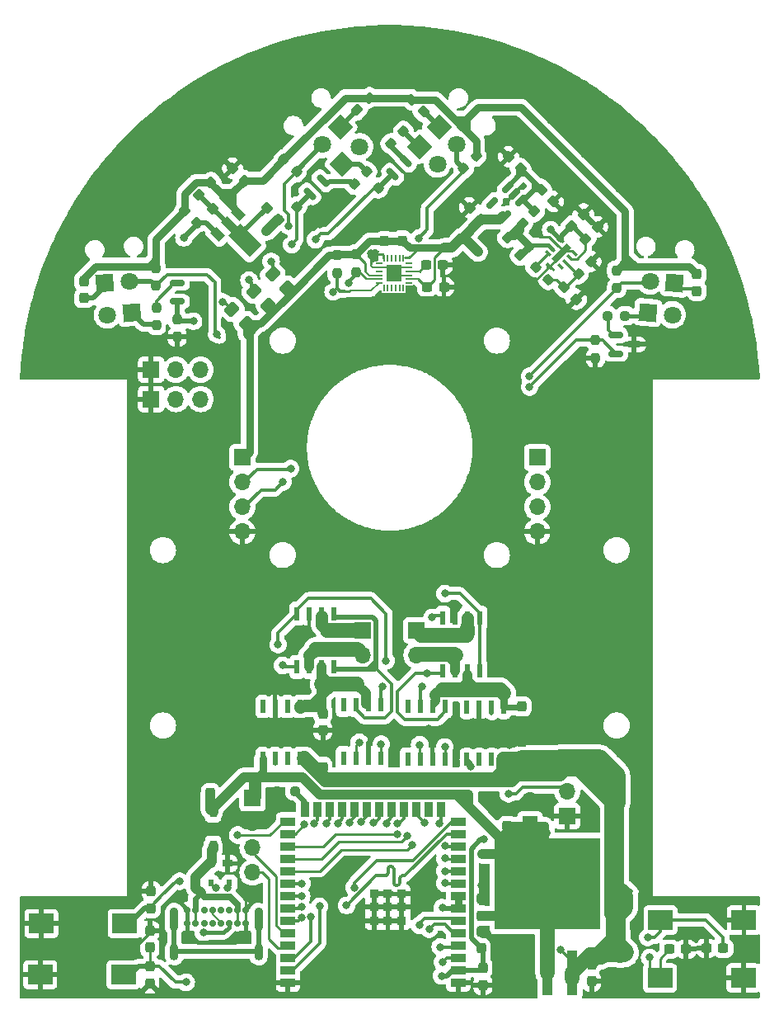
<source format=gtl>
%TF.GenerationSoftware,KiCad,Pcbnew,7.0.9*%
%TF.CreationDate,2024-01-15T17:26:04-08:00*%
%TF.ProjectId,mercury_2ir,6d657263-7572-4795-9f32-69722e6b6963,rev?*%
%TF.SameCoordinates,Original*%
%TF.FileFunction,Copper,L1,Top*%
%TF.FilePolarity,Positive*%
%FSLAX46Y46*%
G04 Gerber Fmt 4.6, Leading zero omitted, Abs format (unit mm)*
G04 Created by KiCad (PCBNEW 7.0.9) date 2024-01-15 17:26:04*
%MOMM*%
%LPD*%
G01*
G04 APERTURE LIST*
G04 Aperture macros list*
%AMRoundRect*
0 Rectangle with rounded corners*
0 $1 Rounding radius*
0 $2 $3 $4 $5 $6 $7 $8 $9 X,Y pos of 4 corners*
0 Add a 4 corners polygon primitive as box body*
4,1,4,$2,$3,$4,$5,$6,$7,$8,$9,$2,$3,0*
0 Add four circle primitives for the rounded corners*
1,1,$1+$1,$2,$3*
1,1,$1+$1,$4,$5*
1,1,$1+$1,$6,$7*
1,1,$1+$1,$8,$9*
0 Add four rect primitives between the rounded corners*
20,1,$1+$1,$2,$3,$4,$5,0*
20,1,$1+$1,$4,$5,$6,$7,0*
20,1,$1+$1,$6,$7,$8,$9,0*
20,1,$1+$1,$8,$9,$2,$3,0*%
%AMRotRect*
0 Rectangle, with rotation*
0 The origin of the aperture is its center*
0 $1 length*
0 $2 width*
0 $3 Rotation angle, in degrees counterclockwise*
0 Add horizontal line*
21,1,$1,$2,0,0,$3*%
%AMFreePoly0*
4,1,9,3.862500,-0.866500,0.737500,-0.866500,0.737500,-0.450000,-0.737500,-0.450000,-0.737500,0.450000,0.737500,0.450000,0.737500,0.866500,3.862500,0.866500,3.862500,-0.866500,3.862500,-0.866500,$1*%
G04 Aperture macros list end*
%TA.AperFunction,ComponentPad*%
%ADD10C,0.700000*%
%TD*%
%TA.AperFunction,ComponentPad*%
%ADD11O,0.900000X2.400000*%
%TD*%
%TA.AperFunction,ComponentPad*%
%ADD12O,0.900000X1.700000*%
%TD*%
%TA.AperFunction,ComponentPad*%
%ADD13R,1.700000X1.700000*%
%TD*%
%TA.AperFunction,ComponentPad*%
%ADD14O,1.700000X1.700000*%
%TD*%
%TA.AperFunction,ComponentPad*%
%ADD15R,1.600000X1.600000*%
%TD*%
%TA.AperFunction,ComponentPad*%
%ADD16C,1.600000*%
%TD*%
%TA.AperFunction,SMDPad,CuDef*%
%ADD17RoundRect,0.237500X-0.250000X-0.237500X0.250000X-0.237500X0.250000X0.237500X-0.250000X0.237500X0*%
%TD*%
%TA.AperFunction,SMDPad,CuDef*%
%ADD18RoundRect,0.237500X-0.237500X0.300000X-0.237500X-0.300000X0.237500X-0.300000X0.237500X0.300000X0*%
%TD*%
%TA.AperFunction,SMDPad,CuDef*%
%ADD19RoundRect,0.237500X-0.044194X-0.380070X0.380070X0.044194X0.044194X0.380070X-0.380070X-0.044194X0*%
%TD*%
%TA.AperFunction,SMDPad,CuDef*%
%ADD20R,1.100000X4.600000*%
%TD*%
%TA.AperFunction,ComponentPad*%
%ADD21C,1.524000*%
%TD*%
%TA.AperFunction,SMDPad,CuDef*%
%ADD22R,10.800000X9.400000*%
%TD*%
%TA.AperFunction,ComponentPad*%
%ADD23RotRect,1.600000X1.600000X50.000000*%
%TD*%
%TA.AperFunction,SMDPad,CuDef*%
%ADD24RoundRect,0.250000X-0.548008X-0.088388X-0.088388X-0.548008X0.548008X0.088388X0.088388X0.548008X0*%
%TD*%
%TA.AperFunction,SMDPad,CuDef*%
%ADD25RoundRect,0.237500X0.237500X-0.300000X0.237500X0.300000X-0.237500X0.300000X-0.237500X-0.300000X0*%
%TD*%
%TA.AperFunction,ComponentPad*%
%ADD26RotRect,1.800000X1.800000X185.000000*%
%TD*%
%TA.AperFunction,ComponentPad*%
%ADD27C,1.800000*%
%TD*%
%TA.AperFunction,SMDPad,CuDef*%
%ADD28R,0.558800X1.460500*%
%TD*%
%TA.AperFunction,SMDPad,CuDef*%
%ADD29R,2.500000X2.000000*%
%TD*%
%TA.AperFunction,SMDPad,CuDef*%
%ADD30R,1.000000X0.700000*%
%TD*%
%TA.AperFunction,SMDPad,CuDef*%
%ADD31R,0.600000X0.700000*%
%TD*%
%TA.AperFunction,SMDPad,CuDef*%
%ADD32RoundRect,0.237500X0.300000X0.237500X-0.300000X0.237500X-0.300000X-0.237500X0.300000X-0.237500X0*%
%TD*%
%TA.AperFunction,SMDPad,CuDef*%
%ADD33RoundRect,0.237500X-0.371231X0.035355X0.035355X-0.371231X0.371231X-0.035355X-0.035355X0.371231X0*%
%TD*%
%TA.AperFunction,SMDPad,CuDef*%
%ADD34RoundRect,0.237500X0.044194X0.380070X-0.380070X-0.044194X-0.044194X-0.380070X0.380070X0.044194X0*%
%TD*%
%TA.AperFunction,SMDPad,CuDef*%
%ADD35R,1.498600X0.889000*%
%TD*%
%TA.AperFunction,SMDPad,CuDef*%
%ADD36R,0.889000X1.498600*%
%TD*%
%TA.AperFunction,SMDPad,CuDef*%
%ADD37R,0.889000X0.889000*%
%TD*%
%TA.AperFunction,SMDPad,CuDef*%
%ADD38RoundRect,0.237500X-0.237500X0.250000X-0.237500X-0.250000X0.237500X-0.250000X0.237500X0.250000X0*%
%TD*%
%TA.AperFunction,SMDPad,CuDef*%
%ADD39RoundRect,0.150000X0.256326X0.468458X-0.468458X-0.256326X-0.256326X-0.468458X0.468458X0.256326X0*%
%TD*%
%TA.AperFunction,SMDPad,CuDef*%
%ADD40RoundRect,0.237500X-0.344715X0.008839X0.008839X-0.344715X0.344715X-0.008839X-0.008839X0.344715X0*%
%TD*%
%TA.AperFunction,SMDPad,CuDef*%
%ADD41RoundRect,0.150000X-0.521491X0.309359X0.309359X-0.521491X0.521491X-0.309359X-0.309359X0.521491X0*%
%TD*%
%TA.AperFunction,SMDPad,CuDef*%
%ADD42RoundRect,0.237500X0.237500X-0.250000X0.237500X0.250000X-0.237500X0.250000X-0.237500X-0.250000X0*%
%TD*%
%TA.AperFunction,ComponentPad*%
%ADD43RotRect,1.800000X1.800000X175.000000*%
%TD*%
%TA.AperFunction,SMDPad,CuDef*%
%ADD44RoundRect,0.237500X0.344715X-0.008839X-0.008839X0.344715X-0.344715X0.008839X0.008839X-0.344715X0*%
%TD*%
%TA.AperFunction,SMDPad,CuDef*%
%ADD45RoundRect,0.237500X-0.380070X0.044194X0.044194X-0.380070X0.380070X-0.044194X-0.044194X0.380070X0*%
%TD*%
%TA.AperFunction,SMDPad,CuDef*%
%ADD46R,0.482600X1.371600*%
%TD*%
%TA.AperFunction,SMDPad,CuDef*%
%ADD47R,3.200400X2.413000*%
%TD*%
%TA.AperFunction,SMDPad,CuDef*%
%ADD48RoundRect,0.237500X0.250000X0.237500X-0.250000X0.237500X-0.250000X-0.237500X0.250000X-0.237500X0*%
%TD*%
%TA.AperFunction,SMDPad,CuDef*%
%ADD49RoundRect,0.237500X0.380070X-0.044194X-0.044194X0.380070X-0.380070X0.044194X0.044194X-0.380070X0*%
%TD*%
%TA.AperFunction,SMDPad,CuDef*%
%ADD50RoundRect,0.237500X-0.008839X-0.344715X0.344715X0.008839X0.008839X0.344715X-0.344715X-0.008839X0*%
%TD*%
%TA.AperFunction,SMDPad,CuDef*%
%ADD51R,0.660400X1.117600*%
%TD*%
%TA.AperFunction,SMDPad,CuDef*%
%ADD52RotRect,1.300000X0.900000X315.000000*%
%TD*%
%TA.AperFunction,SMDPad,CuDef*%
%ADD53FreePoly0,315.000000*%
%TD*%
%TA.AperFunction,SMDPad,CuDef*%
%ADD54RoundRect,0.237500X0.008839X0.344715X-0.344715X-0.008839X-0.008839X-0.344715X0.344715X0.008839X0*%
%TD*%
%TA.AperFunction,SMDPad,CuDef*%
%ADD55RoundRect,0.237500X-0.035355X-0.371231X0.371231X0.035355X0.035355X0.371231X-0.371231X-0.035355X0*%
%TD*%
%TA.AperFunction,SMDPad,CuDef*%
%ADD56RoundRect,0.237500X0.371231X-0.035355X-0.035355X0.371231X-0.371231X0.035355X0.035355X-0.371231X0*%
%TD*%
%TA.AperFunction,SMDPad,CuDef*%
%ADD57RoundRect,0.237500X-0.300000X-0.237500X0.300000X-0.237500X0.300000X0.237500X-0.300000X0.237500X0*%
%TD*%
%TA.AperFunction,SMDPad,CuDef*%
%ADD58RoundRect,0.150000X-0.587500X-0.150000X0.587500X-0.150000X0.587500X0.150000X-0.587500X0.150000X0*%
%TD*%
%TA.AperFunction,ComponentPad*%
%ADD59RotRect,1.800000X1.800000X135.000000*%
%TD*%
%TA.AperFunction,SMDPad,CuDef*%
%ADD60RotRect,0.599999X0.299999X135.000000*%
%TD*%
%TA.AperFunction,SMDPad,CuDef*%
%ADD61RotRect,0.599999X2.250001X135.000000*%
%TD*%
%TA.AperFunction,ComponentPad*%
%ADD62RotRect,1.800000X1.800000X45.000000*%
%TD*%
%TA.AperFunction,SMDPad,CuDef*%
%ADD63R,0.203200X0.660400*%
%TD*%
%TA.AperFunction,SMDPad,CuDef*%
%ADD64R,0.660400X0.203200*%
%TD*%
%TA.AperFunction,SMDPad,CuDef*%
%ADD65R,1.600200X1.752600*%
%TD*%
%TA.AperFunction,ComponentPad*%
%ADD66RotRect,1.800000X1.800000X315.000000*%
%TD*%
%TA.AperFunction,ComponentPad*%
%ADD67RotRect,1.800000X1.800000X355.000000*%
%TD*%
%TA.AperFunction,ComponentPad*%
%ADD68RotRect,1.800000X1.800000X225.000000*%
%TD*%
%TA.AperFunction,ViaPad*%
%ADD69C,0.800000*%
%TD*%
%TA.AperFunction,ViaPad*%
%ADD70C,1.000000*%
%TD*%
%TA.AperFunction,Conductor*%
%ADD71C,0.250000*%
%TD*%
%TA.AperFunction,Conductor*%
%ADD72C,1.250000*%
%TD*%
%TA.AperFunction,Conductor*%
%ADD73C,0.500000*%
%TD*%
%TA.AperFunction,Conductor*%
%ADD74C,0.350000*%
%TD*%
%TA.AperFunction,Conductor*%
%ADD75C,1.000000*%
%TD*%
%TA.AperFunction,Conductor*%
%ADD76C,0.200000*%
%TD*%
%TA.AperFunction,Conductor*%
%ADD77C,0.800000*%
%TD*%
%TA.AperFunction,Conductor*%
%ADD78C,0.300000*%
%TD*%
%TA.AperFunction,Conductor*%
%ADD79C,0.750000*%
%TD*%
%TA.AperFunction,Conductor*%
%ADD80C,1.500000*%
%TD*%
%TA.AperFunction,Conductor*%
%ADD81C,2.000000*%
%TD*%
%TA.AperFunction,Conductor*%
%ADD82C,1.200000*%
%TD*%
%TA.AperFunction,Conductor*%
%ADD83C,1.750000*%
%TD*%
%TA.AperFunction,Conductor*%
%ADD84C,0.600000*%
%TD*%
%TA.AperFunction,Conductor*%
%ADD85C,0.400000*%
%TD*%
%TA.AperFunction,Conductor*%
%ADD86C,0.190000*%
%TD*%
%TA.AperFunction,Conductor*%
%ADD87C,0.230000*%
%TD*%
%TA.AperFunction,Conductor*%
%ADD88C,0.650000*%
%TD*%
%TA.AperFunction,Conductor*%
%ADD89C,0.900000*%
%TD*%
%TA.AperFunction,Conductor*%
%ADD90C,1.100000*%
%TD*%
%TA.AperFunction,Conductor*%
%ADD91C,0.550000*%
%TD*%
G04 APERTURE END LIST*
D10*
%TO.P,J3,A1,GND*%
%TO.N,GND*%
X106225000Y-149415000D03*
%TO.P,J3,A4,VBUS*%
%TO.N,/VBUS*%
X107075000Y-149415000D03*
%TO.P,J3,A5,CC1*%
%TO.N,Net-(J3-CC1)*%
X107925000Y-149415000D03*
%TO.P,J3,A6,D+*%
%TO.N,/USB_D+*%
X108775000Y-149415000D03*
%TO.P,J3,A7,D-*%
%TO.N,/USB_D-*%
X109625000Y-149415000D03*
%TO.P,J3,A8,SBU1*%
%TO.N,unconnected-(J3-SBU1-PadA8)*%
X110475000Y-149415000D03*
%TO.P,J3,A9,VBUS*%
%TO.N,/VBUS*%
X111325000Y-149415000D03*
%TO.P,J3,A12,GND*%
%TO.N,GND*%
X112175000Y-149415000D03*
%TO.P,J3,B1,GND*%
X112175000Y-150765000D03*
%TO.P,J3,B4,VBUS*%
%TO.N,/VBUS*%
X111325000Y-150765000D03*
%TO.P,J3,B5,CC2*%
%TO.N,Net-(J3-CC2)*%
X110475000Y-150765000D03*
%TO.P,J3,B6,D+*%
%TO.N,/USB_D+*%
X109625000Y-150765000D03*
%TO.P,J3,B7,D-*%
%TO.N,/USB_D-*%
X108775000Y-150765000D03*
%TO.P,J3,B8,SBU2*%
%TO.N,unconnected-(J3-SBU2-PadB8)*%
X107925000Y-150765000D03*
%TO.P,J3,B9,VBUS*%
%TO.N,/VBUS*%
X107075000Y-150765000D03*
%TO.P,J3,B12,GND*%
%TO.N,GND*%
X106225000Y-150765000D03*
D11*
%TO.P,J3,S1,SHIELD*%
%TO.N,Net-(J3-SHIELD)*%
X104875000Y-150395000D03*
D12*
X104875000Y-153775000D03*
D11*
X113525000Y-150395000D03*
D12*
X113525000Y-153775000D03*
%TD*%
D13*
%TO.P,J2,1,Pin_1*%
%TO.N,/5V*%
X112910000Y-137960000D03*
D14*
%TO.P,J2,2,Pin_2*%
%TO.N,GND*%
X112910000Y-140500000D03*
%TO.P,J2,3,Pin_3*%
%TO.N,/UART_RX*%
X112910000Y-143040000D03*
%TO.P,J2,4,Pin_4*%
%TO.N,/UART_TX*%
X112910000Y-145580000D03*
%TD*%
D15*
%TO.P,C46,1*%
%TO.N,/5V*%
X141420000Y-140590000D03*
D16*
%TO.P,C46,2*%
%TO.N,GND*%
X141420000Y-138090000D03*
%TD*%
D17*
%TO.P,R11,1*%
%TO.N,GND*%
X115447500Y-137210000D03*
%TO.P,R11,2*%
%TO.N,Net-(U9-IO45)*%
X117272500Y-137210000D03*
%TD*%
D18*
%TO.P,C26,1*%
%TO.N,GND*%
X136425000Y-148287500D03*
%TO.P,C26,2*%
%TO.N,/5V*%
X136425000Y-150012500D03*
%TD*%
D19*
%TO.P,C16,1*%
%TO.N,GND*%
X139210120Y-83439880D03*
%TO.P,C16,2*%
%TO.N,/5V*%
X140429880Y-82220120D03*
%TD*%
D20*
%TO.P,U8,3,VI*%
%TO.N,/V_BATTERY*%
X145737500Y-155875000D03*
D21*
%TO.P,U8,2,VO*%
%TO.N,/5V*%
X146753500Y-143750000D03*
X144721500Y-143750000D03*
X142689500Y-143750000D03*
X140657500Y-143750000D03*
X138625500Y-143750000D03*
X146753500Y-145782000D03*
X144721500Y-145782000D03*
X142689500Y-145782000D03*
X140657500Y-145782000D03*
X138625500Y-145782000D03*
D22*
X143197500Y-146725000D03*
D21*
X146753500Y-147814000D03*
X144721500Y-147814000D03*
X142689500Y-147814000D03*
X140657500Y-147814000D03*
X138625500Y-147814000D03*
X146753500Y-149846000D03*
X144721500Y-149846000D03*
X142689500Y-149846000D03*
X140657500Y-149846000D03*
X138625500Y-149846000D03*
D20*
X143197500Y-155875000D03*
%TO.P,U8,1,GND*%
%TO.N,GND*%
X140657500Y-155875000D03*
%TD*%
D16*
%TO.P,C47,2*%
%TO.N,GND*%
X152554874Y-145663591D03*
D23*
%TO.P,C47,1*%
%TO.N,/V_BATTERY*%
X150922193Y-147609344D03*
%TD*%
D24*
%TO.P,D9,1,K*%
%TO.N,Net-(D9-K)*%
X110800216Y-87800216D03*
%TO.P,D9,2,A*%
%TO.N,3.3V*%
X112249784Y-89249784D03*
%TD*%
D25*
%TO.P,C28,1*%
%TO.N,3.3V*%
X126425000Y-80787500D03*
%TO.P,C28,2*%
%TO.N,GND*%
X126425000Y-79062500D03*
%TD*%
D26*
%TO.P,Q5,1,C*%
%TO.N,/RECV_3.3VA*%
X97734833Y-85110688D03*
D27*
%TO.P,Q5,2,E*%
%TO.N,/FL_RECV*%
X100265167Y-84889312D03*
%TD*%
D25*
%TO.P,C19,1*%
%TO.N,/RST*%
X102375000Y-153287500D03*
%TO.P,C19,2*%
%TO.N,GND*%
X102375000Y-151562500D03*
%TD*%
D18*
%TO.P,C42,1*%
%TO.N,GND*%
X139060000Y-139077500D03*
%TO.P,C42,2*%
%TO.N,/5V*%
X139060000Y-140802500D03*
%TD*%
D13*
%TO.P,J1,1,Pin_1*%
%TO.N,GND*%
X150675000Y-156550000D03*
D14*
%TO.P,J1,2,Pin_2*%
%TO.N,/V_BATTERY*%
X150675000Y-154010000D03*
%TD*%
D28*
%TO.P,U3,1,ENA*%
%TO.N,unconnected-(U3-ENA-Pad1)*%
X122245000Y-133824150D03*
%TO.P,U3,2,INA*%
%TO.N,/ML_PWMA*%
X123515000Y-133824150D03*
%TO.P,U3,3,GNB*%
%TO.N,GND*%
X124785000Y-133824150D03*
%TO.P,U3,4,INB*%
%TO.N,/ML_PWMB*%
X126055000Y-133824150D03*
%TO.P,U3,5,OUTB*%
%TO.N,Net-(U3-OUTB)*%
X126055000Y-128375850D03*
%TO.P,U3,6,VDD*%
%TO.N,/ML_6V*%
X124785000Y-128375850D03*
%TO.P,U3,7,OUTA*%
%TO.N,Net-(U3-OUTA)*%
X123515000Y-128375850D03*
%TO.P,U3,8,ENB*%
%TO.N,unconnected-(U3-ENB-Pad8)*%
X122245000Y-128375850D03*
%TD*%
D29*
%TO.P,SW3,1,1*%
%TO.N,GND*%
X163380000Y-150450000D03*
%TO.P,SW3,2,2*%
%TO.N,/BTN1*%
X154820000Y-150450000D03*
%TD*%
D28*
%TO.P,U1,1,N1G*%
%TO.N,Net-(U1-N1G)*%
X136255000Y-119450850D03*
%TO.P,U1,2,N1D/P1D*%
%TO.N,/MR_OUT_A*%
X134985000Y-119450850D03*
%TO.P,U1,3,N1S/N2S*%
%TO.N,GND*%
X133715000Y-119450850D03*
%TO.P,U1,4,N2G*%
%TO.N,Net-(U1-N2G)*%
X132445000Y-119450850D03*
%TO.P,U1,5,P2G*%
X132445000Y-124899150D03*
%TO.P,U1,6,N2D/P2D*%
%TO.N,/MR_OUT_B*%
X133715000Y-124899150D03*
%TO.P,U1,7,P1S/P2S*%
%TO.N,/MR_6V*%
X134985000Y-124899150D03*
%TO.P,U1,8,P1G*%
%TO.N,Net-(U1-N1G)*%
X136255000Y-124899150D03*
%TD*%
D30*
%TO.P,D7,1,A*%
%TO.N,GND*%
X110340000Y-144660000D03*
D31*
%TO.P,D7,2,K*%
%TO.N,/VBUS*%
X108640000Y-144660000D03*
%TO.P,D7,3,K*%
%TO.N,/USB_D+*%
X108640000Y-146660000D03*
%TO.P,D7,4,K*%
%TO.N,/USB_D-*%
X110540000Y-146660000D03*
%TD*%
D24*
%TO.P,D6,1,K*%
%TO.N,Net-(D6-K)*%
X114965216Y-84185216D03*
%TO.P,D6,2,A*%
%TO.N,3.3V*%
X116414784Y-85634784D03*
%TD*%
D19*
%TO.P,C45,1*%
%TO.N,/2V*%
X145657800Y-79248696D03*
%TO.P,C45,2*%
%TO.N,GND*%
X146877560Y-78028936D03*
%TD*%
D32*
%TO.P,C30,1*%
%TO.N,GND*%
X132562500Y-85500000D03*
%TO.P,C30,2*%
%TO.N,3.3V*%
X130837500Y-85500000D03*
%TD*%
D33*
%TO.P,L2,1,1*%
%TO.N,GND*%
X110871282Y-73331282D03*
%TO.P,L2,2,2*%
%TO.N,/RECV_GND*%
X112108718Y-74568718D03*
%TD*%
D25*
%TO.P,C25,1*%
%TO.N,/BOOT*%
X102500000Y-149232500D03*
%TO.P,C25,2*%
%TO.N,GND*%
X102500000Y-147507500D03*
%TD*%
D32*
%TO.P,C40,1*%
%TO.N,GND*%
X152162500Y-151075000D03*
%TO.P,C40,2*%
%TO.N,/V_BATTERY*%
X150437500Y-151075000D03*
%TD*%
D19*
%TO.P,C6,1*%
%TO.N,Net-(U5-VI)*%
X108821186Y-77487266D03*
%TO.P,C6,2*%
%TO.N,/RECV_GND*%
X110040946Y-76267506D03*
%TD*%
D34*
%TO.P,C10,1*%
%TO.N,/5V*%
X139134880Y-80415120D03*
%TO.P,C10,2*%
%TO.N,GND*%
X137915120Y-81634880D03*
%TD*%
D35*
%TO.P,U9,1,GND*%
%TO.N,GND*%
X134050300Y-156859940D03*
%TO.P,U9,2,3V3*%
%TO.N,3.3V*%
X134050300Y-155589940D03*
%TO.P,U9,3,EN*%
%TO.N,/RST*%
X134050300Y-154319940D03*
%TO.P,U9,4,IO4*%
%TO.N,/BATT_DIV*%
X134050300Y-153049940D03*
%TO.P,U9,5,IO5*%
%TO.N,/BTN1*%
X134050300Y-151779940D03*
%TO.P,U9,6,IO6*%
%TO.N,/BTN2*%
X134050300Y-150509940D03*
%TO.P,U9,7,IO7*%
%TO.N,Net-(U9-IO15)*%
X134050300Y-149239940D03*
%TO.P,U9,8,IO15*%
X134050300Y-147969940D03*
%TO.P,U9,9,IO16*%
%TO.N,/FAN_PWM*%
X134050300Y-146699940D03*
%TO.P,U9,10,IO17*%
%TO.N,/SDA_0*%
X134050300Y-145429940D03*
%TO.P,U9,11,IO18*%
%TO.N,/SCL_0*%
X134050300Y-144159940D03*
%TO.P,U9,12,IO8*%
%TO.N,/MR_PWMB*%
X134050300Y-142889940D03*
%TO.P,U9,13,IO19*%
%TO.N,/USB_D+*%
X134050300Y-141619940D03*
%TO.P,U9,14,IO20*%
%TO.N,/USB_D-*%
X134050300Y-140349940D03*
D36*
%TO.P,U9,15,IO3*%
%TO.N,/FR_EMIT*%
X132285000Y-139100260D03*
%TO.P,U9,16,IO46*%
%TO.N,unconnected-(U9-IO46-Pad16)*%
X131015000Y-139100260D03*
%TO.P,U9,17,IO9*%
%TO.N,/FR_RECV*%
X129745000Y-139100260D03*
%TO.P,U9,18,IO10*%
%TO.N,/SCL_1*%
X128475000Y-139100260D03*
%TO.P,U9,19,IO11*%
%TO.N,/SDA_1*%
X127205000Y-139100260D03*
%TO.P,U9,20,IO12*%
%TO.N,/DR_RECV*%
X125935000Y-139100260D03*
%TO.P,U9,21,IO13*%
%TO.N,/DR_EMIT*%
X124665000Y-139100260D03*
%TO.P,U9,22,IO14*%
%TO.N,/DL_RECV*%
X123395000Y-139100260D03*
%TO.P,U9,23,IO21*%
%TO.N,/DL_EMIT*%
X122125000Y-139100260D03*
%TO.P,U9,24,IO47*%
%TO.N,/GREEN_LED*%
X120855000Y-139100260D03*
%TO.P,U9,25,IO48*%
%TO.N,/BLUE_LED*%
X119585000Y-139100260D03*
%TO.P,U9,26,IO45*%
%TO.N,Net-(U9-IO45)*%
X118315000Y-139100260D03*
D35*
%TO.P,U9,27,IO0*%
%TO.N,/BOOT*%
X116549700Y-140349940D03*
%TO.P,U9,28,IO35*%
%TO.N,/RED_LED*%
X116549700Y-141619940D03*
%TO.P,U9,29,IO36*%
%TO.N,/ML_PWMA*%
X116549700Y-142889940D03*
%TO.P,U9,30,IO37*%
%TO.N,/ML_PWMB*%
X116549700Y-144159940D03*
%TO.P,U9,31,IO38*%
%TO.N,/MR_PWMA*%
X116549700Y-145429940D03*
%TO.P,U9,32,IO39*%
%TO.N,/MTCK*%
X116549700Y-146699940D03*
%TO.P,U9,33,IO40*%
%TO.N,/MTDO*%
X116549700Y-147969940D03*
%TO.P,U9,34,IO41*%
%TO.N,/MTDI*%
X116549700Y-149239940D03*
%TO.P,U9,35,IO42*%
%TO.N,/MTMS*%
X116549700Y-150509940D03*
%TO.P,U9,36,RXD0*%
%TO.N,/UART_RX*%
X116549700Y-151779940D03*
%TO.P,U9,37,TXD0*%
%TO.N,/UART_TX*%
X116549700Y-153049940D03*
%TO.P,U9,38,IO2*%
%TO.N,/FL_EMIT*%
X116549700Y-154319940D03*
%TO.P,U9,39,IO1*%
%TO.N,/FL_RECV*%
X116549700Y-155589940D03*
%TO.P,U9,40,GND*%
%TO.N,GND*%
X116549700Y-156859940D03*
D37*
%TO.P,U9,41,GND*%
X126801140Y-149140880D03*
%TO.P,U9,42,GND*%
X126801140Y-150540420D03*
%TO.P,U9,43,GND*%
X128200680Y-150540420D03*
%TO.P,U9,44,GND*%
X128200680Y-149140880D03*
%TO.P,U9,45,GND*%
X128200680Y-147741340D03*
%TO.P,U9,46,GND*%
X126801140Y-147741340D03*
%TO.P,U9,47,GND*%
X125401600Y-147741340D03*
%TO.P,U9,48,GND*%
X125401600Y-149140880D03*
%TO.P,U9,49,GND*%
X125401600Y-150540420D03*
%TD*%
D38*
%TO.P,R16,1*%
%TO.N,3.3V*%
X123575000Y-82137500D03*
%TO.P,R16,2*%
%TO.N,/SCL_1*%
X123575000Y-83962500D03*
%TD*%
D39*
%TO.P,U6,1,IN*%
%TO.N,Net-(U6-EN)*%
X140451085Y-76617417D03*
%TO.P,U6,2,GND*%
%TO.N,GND*%
X139779334Y-75945666D03*
%TO.P,U6,3,EN*%
%TO.N,Net-(U6-EN)*%
X139107583Y-75273915D03*
%TO.P,U6,4,NR*%
%TO.N,unconnected-(U6-NR-Pad4)*%
X137498915Y-76882583D03*
%TO.P,U6,5,OUT*%
%TO.N,3.3V*%
X138842417Y-78226085D03*
%TD*%
D40*
%TO.P,R6,1*%
%TO.N,/DR_EMIT*%
X125829765Y-75354765D03*
%TO.P,R6,2*%
%TO.N,GND*%
X127120235Y-76645235D03*
%TD*%
D25*
%TO.P,C35,1*%
%TO.N,/V_BATTERY*%
X120125000Y-134762500D03*
%TO.P,C35,2*%
%TO.N,GND*%
X120125000Y-133037500D03*
%TD*%
D41*
%TO.P,Q8,1,D*%
%TO.N,Net-(Q8-D)*%
X120133839Y-74615336D03*
%TO.P,Q8,2,G*%
%TO.N,/DL_EMIT*%
X118790336Y-75958839D03*
%TO.P,Q8,3,S*%
%TO.N,GND*%
X120787913Y-76612913D03*
%TD*%
D42*
%TO.P,R1,1*%
%TO.N,Net-(D1-K)*%
X103050000Y-89437500D03*
%TO.P,R1,2*%
%TO.N,Net-(Q1-D)*%
X103050000Y-87612500D03*
%TD*%
D32*
%TO.P,C14,1*%
%TO.N,/BTN1*%
X161262500Y-153350000D03*
%TO.P,C14,2*%
%TO.N,GND*%
X159537500Y-153350000D03*
%TD*%
D43*
%TO.P,Q4,1,C*%
%TO.N,/RECV_3.3VA*%
X156265167Y-85110688D03*
D27*
%TO.P,Q4,2,E*%
%TO.N,/FR_RECV*%
X153734833Y-84889312D03*
%TD*%
D44*
%TO.P,R10,1*%
%TO.N,/DL_RECV*%
X117420235Y-73695235D03*
%TO.P,R10,2*%
%TO.N,/RECV_GND*%
X116129765Y-72404765D03*
%TD*%
D45*
%TO.P,C9,1*%
%TO.N,Net-(U6-EN)*%
X142560120Y-75490120D03*
%TO.P,C9,2*%
%TO.N,GND*%
X143779880Y-76709880D03*
%TD*%
D18*
%TO.P,C23,1*%
%TO.N,/RST*%
X102375000Y-155212500D03*
%TO.P,C23,2*%
%TO.N,GND*%
X102375000Y-156937500D03*
%TD*%
D14*
%TO.P,J9,3,Pin_3*%
%TO.N,/MTDO*%
X107580000Y-97000000D03*
%TO.P,J9,2,Pin_2*%
%TO.N,/MTDI*%
X105040000Y-97000000D03*
D13*
%TO.P,J9,1,Pin_1*%
%TO.N,GND*%
X102500000Y-97000000D03*
%TD*%
D25*
%TO.P,C29,1*%
%TO.N,3.3V*%
X128275000Y-80737500D03*
%TO.P,C29,2*%
%TO.N,GND*%
X128275000Y-79012500D03*
%TD*%
D46*
%TO.P,U11,1,Vout*%
%TO.N,/MR_6V*%
X138730000Y-128658000D03*
%TO.P,U11,2,FB*%
%TO.N,unconnected-(U11-FB-Pad2)*%
X137460000Y-128658000D03*
%TO.P,U11,3,GND*%
%TO.N,GND*%
X136190000Y-128658000D03*
%TO.P,U11,4,NC*%
%TO.N,unconnected-(U11-NC-Pad4)*%
X134920000Y-128658000D03*
%TO.P,U11,5,EN*%
%TO.N,/5V*%
X134920000Y-133992000D03*
%TO.P,U11,6,NC*%
%TO.N,unconnected-(U11-NC-Pad6)*%
X136190000Y-133992000D03*
%TO.P,U11,7,NC*%
%TO.N,unconnected-(U11-NC-Pad7)*%
X137460000Y-133992000D03*
%TO.P,U11,8,VCC*%
%TO.N,/V_BATTERY*%
X138730000Y-133992000D03*
D47*
%TO.P,U11,EPAD,GND*%
%TO.N,GND*%
X136825000Y-131325000D03*
%TD*%
D41*
%TO.P,Q3,1,D*%
%TO.N,Net-(Q3-D)*%
X128633839Y-72590336D03*
%TO.P,Q3,2,G*%
%TO.N,/DR_EMIT*%
X127290336Y-73933839D03*
%TO.P,Q3,3,S*%
%TO.N,GND*%
X129287913Y-74587913D03*
%TD*%
D48*
%TO.P,R3,1*%
%TO.N,Net-(D2-K)*%
X151187500Y-88475000D03*
%TO.P,R3,2*%
%TO.N,Net-(Q2-D)*%
X149362500Y-88475000D03*
%TD*%
D38*
%TO.P,R15,1*%
%TO.N,3.3V*%
X121575000Y-82237500D03*
%TO.P,R15,2*%
%TO.N,/SDA_1*%
X121575000Y-84062500D03*
%TD*%
D49*
%TO.P,C3,1*%
%TO.N,/RECV_3.3VA*%
X130459880Y-67509880D03*
%TO.P,C3,2*%
%TO.N,/RECV_GND*%
X129240120Y-66290120D03*
%TD*%
D50*
%TO.P,R46,1*%
%TO.N,Net-(U12-VCON)*%
X146379765Y-84170235D03*
%TO.P,R46,2*%
%TO.N,GND*%
X147670235Y-82879765D03*
%TD*%
D46*
%TO.P,U7,1,Vout*%
%TO.N,/ML_6V*%
X117755000Y-128558000D03*
%TO.P,U7,2,FB*%
%TO.N,unconnected-(U7-FB-Pad2)*%
X116485000Y-128558000D03*
%TO.P,U7,3,GND*%
%TO.N,GND*%
X115215000Y-128558000D03*
%TO.P,U7,4,NC*%
%TO.N,unconnected-(U7-NC-Pad4)*%
X113945000Y-128558000D03*
%TO.P,U7,5,EN*%
%TO.N,/5V*%
X113945000Y-133892000D03*
%TO.P,U7,6,NC*%
%TO.N,unconnected-(U7-NC-Pad6)*%
X115215000Y-133892000D03*
%TO.P,U7,7,NC*%
%TO.N,unconnected-(U7-NC-Pad7)*%
X116485000Y-133892000D03*
%TO.P,U7,8,VCC*%
%TO.N,/V_BATTERY*%
X117755000Y-133892000D03*
D47*
%TO.P,U7,EPAD,GND*%
%TO.N,GND*%
X115850000Y-131225000D03*
%TD*%
D51*
%TO.P,D8,1,K*%
%TO.N,/5V*%
X108860000Y-139398200D03*
%TO.P,D8,2,A*%
%TO.N,/VBUS*%
X108860000Y-142841800D03*
%TD*%
D19*
%TO.P,C4,1*%
%TO.N,/RECV_3.3VA*%
X123665120Y-67309880D03*
%TO.P,C4,2*%
%TO.N,/RECV_GND*%
X124884880Y-66090120D03*
%TD*%
D25*
%TO.P,C1,1*%
%TO.N,/RECV_3.3VA*%
X158550000Y-85912500D03*
%TO.P,C1,2*%
%TO.N,/RECV_GND*%
X158550000Y-84187500D03*
%TD*%
D13*
%TO.P,J6,1,Pin_1*%
%TO.N,3.3V*%
X111850000Y-103000000D03*
D14*
%TO.P,J6,2,Pin_2*%
%TO.N,/SCL_1*%
X111850000Y-105540000D03*
%TO.P,J6,3,Pin_3*%
%TO.N,/SDA_1*%
X111850000Y-108080000D03*
%TO.P,J6,4,Pin_4*%
%TO.N,GND*%
X111850000Y-110620000D03*
%TD*%
D42*
%TO.P,R8,1*%
%TO.N,/FL_RECV*%
X102987500Y-85387500D03*
%TO.P,R8,2*%
%TO.N,/RECV_GND*%
X102987500Y-83562500D03*
%TD*%
D25*
%TO.P,C2,1*%
%TO.N,/RECV_3.3VA*%
X95587500Y-86637500D03*
%TO.P,C2,2*%
%TO.N,/RECV_GND*%
X95587500Y-84912500D03*
%TD*%
D18*
%TO.P,C49,1*%
%TO.N,/MR_6V*%
X140600000Y-128537500D03*
%TO.P,C49,2*%
%TO.N,GND*%
X140600000Y-130262500D03*
%TD*%
D19*
%TO.P,C44,1*%
%TO.N,/2V*%
X147107800Y-80573696D03*
%TO.P,C44,2*%
%TO.N,GND*%
X148327560Y-79353936D03*
%TD*%
D52*
%TO.P,U5,1,GND*%
%TO.N,/RECV_GND*%
X111475000Y-78000000D03*
D53*
%TO.P,U5,2,VI*%
%TO.N,Net-(U5-VI)*%
X110476212Y-79122532D03*
D52*
%TO.P,U5,3,VO*%
%TO.N,/RECV_3.3VA*%
X109353680Y-80121320D03*
%TD*%
D49*
%TO.P,C5,1*%
%TO.N,/RECV_3.3VA*%
X107190946Y-78887266D03*
%TO.P,C5,2*%
%TO.N,/RECV_GND*%
X105971186Y-77667506D03*
%TD*%
D32*
%TO.P,C31,1*%
%TO.N,GND*%
X132437500Y-83250000D03*
%TO.P,C31,2*%
%TO.N,Net-(U10-REGOUT)*%
X130712500Y-83250000D03*
%TD*%
D54*
%TO.P,R23,1*%
%TO.N,Net-(D5-K)*%
X124645235Y-73679765D03*
%TO.P,R23,2*%
%TO.N,Net-(Q8-D)*%
X123354765Y-74970235D03*
%TD*%
D40*
%TO.P,R45,1*%
%TO.N,Net-(U12-VREF)*%
X141979765Y-83454765D03*
%TO.P,R45,2*%
%TO.N,Net-(U12-VCON)*%
X143270235Y-84745235D03*
%TD*%
D55*
%TO.P,L3,1,1*%
%TO.N,/5V*%
X140610185Y-79003903D03*
%TO.P,L3,2,2*%
%TO.N,Net-(U6-EN)*%
X141847621Y-77766467D03*
%TD*%
D24*
%TO.P,D4,1,K*%
%TO.N,Net-(D4-K)*%
X113075216Y-85925216D03*
%TO.P,D4,2,A*%
%TO.N,3.3V*%
X114524784Y-87374784D03*
%TD*%
D56*
%TO.P,L1,1,1*%
%TO.N,/5V*%
X115618718Y-78593718D03*
%TO.P,L1,2,2*%
%TO.N,Net-(U5-VI)*%
X114381282Y-77356282D03*
%TD*%
D57*
%TO.P,C15,1*%
%TO.N,/BTN2*%
X155712500Y-153450000D03*
%TO.P,C15,2*%
%TO.N,GND*%
X157437500Y-153450000D03*
%TD*%
D19*
%TO.P,C7,1*%
%TO.N,Net-(U5-VI)*%
X107371186Y-76012266D03*
%TO.P,C7,2*%
%TO.N,/RECV_GND*%
X108590946Y-74792506D03*
%TD*%
D49*
%TO.P,C13,1*%
%TO.N,3.3V*%
X134249880Y-80619880D03*
%TO.P,C13,2*%
%TO.N,GND*%
X133030120Y-79400120D03*
%TD*%
D25*
%TO.P,C50,1*%
%TO.N,/V_BATTERY*%
X140575000Y-133887500D03*
%TO.P,C50,2*%
%TO.N,GND*%
X140575000Y-132162499D03*
%TD*%
D13*
%TO.P,J5,1,Pin_1*%
%TO.N,/ML_OUT_A*%
X124250000Y-120730000D03*
D14*
%TO.P,J5,2,Pin_2*%
%TO.N,/ML_OUT_B*%
X124250000Y-123270000D03*
%TD*%
D58*
%TO.P,Q2,1,D*%
%TO.N,Net-(Q2-D)*%
X150212500Y-90450000D03*
%TO.P,Q2,2,G*%
%TO.N,/FR_EMIT*%
X150212500Y-92350000D03*
%TO.P,Q2,3,S*%
%TO.N,GND*%
X152087500Y-91400000D03*
%TD*%
D59*
%TO.P,Q6,1,C*%
%TO.N,/RECV_3.3VA*%
X132101974Y-69101974D03*
D27*
%TO.P,Q6,2,E*%
%TO.N,/DR_RECV*%
X133898026Y-70898026D03*
%TD*%
D49*
%TO.P,C12,1*%
%TO.N,3.3V*%
X136429880Y-78589880D03*
%TO.P,C12,2*%
%TO.N,GND*%
X135210120Y-77370120D03*
%TD*%
D13*
%TO.P,J7,1,Pin_1*%
%TO.N,3.3V*%
X142150000Y-103000000D03*
D14*
%TO.P,J7,2,Pin_2*%
%TO.N,/SCL_0*%
X142150000Y-105540000D03*
%TO.P,J7,3,Pin_3*%
%TO.N,/SDA_0*%
X142150000Y-108080000D03*
%TO.P,J7,4,Pin_4*%
%TO.N,GND*%
X142150000Y-110620000D03*
%TD*%
D29*
%TO.P,SW4,1,1*%
%TO.N,GND*%
X163305000Y-156400000D03*
%TO.P,SW4,2,2*%
%TO.N,/BTN2*%
X154745000Y-156400000D03*
%TD*%
D60*
%TO.P,U12,1,EN*%
%TO.N,unconnected-(U12-EN-Pad1)*%
X144575000Y-83400000D03*
%TO.P,U12,2,VCON*%
%TO.N,Net-(U12-VCON)*%
X145034620Y-82940380D03*
%TO.P,U12,3,FB*%
%TO.N,/2V*%
X145494240Y-82480760D03*
%TO.P,U12,4,SGND*%
%TO.N,GND*%
X145953861Y-82021140D03*
%TO.P,U12,5,VOUT*%
%TO.N,/2V*%
X144610356Y-80677635D03*
%TO.P,U12,6,PGND*%
%TO.N,GND*%
X144150736Y-81137256D03*
%TO.P,U12,7,VIN*%
%TO.N,/5V*%
X143691116Y-81596876D03*
%TO.P,U12,8,VREF*%
%TO.N,Net-(U12-VREF)*%
X143231496Y-82056496D03*
D61*
%TO.P,U12,9,PAD*%
%TO.N,GND*%
X144592680Y-82038816D03*
%TD*%
D62*
%TO.P,D5,1,K*%
%TO.N,Net-(D5-K)*%
X122101974Y-72898026D03*
D27*
%TO.P,D5,2,A*%
%TO.N,/2V*%
X123898026Y-71101974D03*
%TD*%
D25*
%TO.P,C20,1*%
%TO.N,3.3V*%
X136375000Y-153337500D03*
%TO.P,C20,2*%
%TO.N,GND*%
X136375000Y-151612500D03*
%TD*%
D58*
%TO.P,Q1,1,D*%
%TO.N,Net-(Q1-D)*%
X105212500Y-85100000D03*
%TO.P,Q1,2,G*%
%TO.N,/FL_EMIT*%
X105212500Y-87000000D03*
%TO.P,Q1,3,S*%
%TO.N,GND*%
X107087500Y-86050000D03*
%TD*%
D63*
%TO.P,U10,1,NC*%
%TO.N,unconnected-(U10-NC-Pad1)*%
X126400999Y-85624000D03*
%TO.P,U10,2,NC*%
%TO.N,unconnected-(U10-NC-Pad2)*%
X126801001Y-85624000D03*
%TO.P,U10,3,NC*%
%TO.N,unconnected-(U10-NC-Pad3)*%
X127201000Y-85624000D03*
%TO.P,U10,4,NC*%
%TO.N,unconnected-(U10-NC-Pad4)*%
X127601000Y-85624000D03*
%TO.P,U10,5,NC*%
%TO.N,unconnected-(U10-NC-Pad5)*%
X128000999Y-85624000D03*
%TO.P,U10,6,NC*%
%TO.N,unconnected-(U10-NC-Pad6)*%
X128401001Y-85624000D03*
D64*
%TO.P,U10,7,AUX_CL*%
%TO.N,unconnected-(U10-AUX_CL-Pad7)*%
X128925000Y-85100001D03*
%TO.P,U10,8,VDDIO*%
%TO.N,3.3V*%
X128925000Y-84699999D03*
%TO.P,U10,9,SDO/ADO*%
%TO.N,GND*%
X128925000Y-84300000D03*
%TO.P,U10,10,REGOUT*%
%TO.N,Net-(U10-REGOUT)*%
X128925000Y-83900000D03*
%TO.P,U10,11,FSYNC*%
%TO.N,GND*%
X128925000Y-83500001D03*
%TO.P,U10,12,INT*%
%TO.N,unconnected-(U10-INT-Pad12)*%
X128925000Y-83099999D03*
D63*
%TO.P,U10,13,VDD*%
%TO.N,3.3V*%
X128401001Y-82576000D03*
%TO.P,U10,14,NC*%
%TO.N,unconnected-(U10-NC-Pad14)*%
X128000999Y-82576000D03*
%TO.P,U10,15,NC*%
%TO.N,unconnected-(U10-NC-Pad15)*%
X127601000Y-82576000D03*
%TO.P,U10,16,NC*%
%TO.N,unconnected-(U10-NC-Pad16)*%
X127201000Y-82576000D03*
%TO.P,U10,17,NC*%
%TO.N,unconnected-(U10-NC-Pad17)*%
X126801001Y-82576000D03*
%TO.P,U10,18,GND*%
%TO.N,GND*%
X126400999Y-82576000D03*
D64*
%TO.P,U10,19,RESV*%
%TO.N,unconnected-(U10-RESV-Pad19)*%
X125877000Y-83099999D03*
%TO.P,U10,20,RESV*%
%TO.N,GND*%
X125877000Y-83500001D03*
%TO.P,U10,21,AUX_DA*%
%TO.N,unconnected-(U10-AUX_DA-Pad21)*%
X125877000Y-83900000D03*
%TO.P,U10,22,nCS*%
%TO.N,3.3V*%
X125877000Y-84300000D03*
%TO.P,U10,23,SCL/SCLK*%
%TO.N,/SCL_1*%
X125877000Y-84699999D03*
%TO.P,U10,24,SDA/SDI*%
%TO.N,/SDA_1*%
X125877000Y-85100001D03*
D65*
%TO.P,U10,25,25*%
%TO.N,GND*%
X127401000Y-84100000D03*
%TD*%
D38*
%TO.P,R4,1*%
%TO.N,/FR_EMIT*%
X148125000Y-90962500D03*
%TO.P,R4,2*%
%TO.N,GND*%
X148125000Y-92787500D03*
%TD*%
%TO.P,R2,1*%
%TO.N,/FL_EMIT*%
X105170000Y-88807500D03*
%TO.P,R2,2*%
%TO.N,GND*%
X105170000Y-90632500D03*
%TD*%
D14*
%TO.P,J10,3,Pin_3*%
%TO.N,/MTCK*%
X107580000Y-94000000D03*
%TO.P,J10,2,Pin_2*%
%TO.N,/MTMS*%
X105040000Y-94000000D03*
D13*
%TO.P,J10,1,Pin_1*%
%TO.N,GND*%
X102500000Y-94000000D03*
%TD*%
D26*
%TO.P,D1,1,K*%
%TO.N,Net-(D1-K)*%
X100515167Y-88139312D03*
D27*
%TO.P,D1,2,A*%
%TO.N,/2V*%
X97984833Y-88360688D03*
%TD*%
D13*
%TO.P,J4,1,Pin_1*%
%TO.N,/MR_OUT_A*%
X129750000Y-120730000D03*
D14*
%TO.P,J4,2,Pin_2*%
%TO.N,/MR_OUT_B*%
X129750000Y-123270000D03*
%TD*%
D49*
%TO.P,C11,1*%
%TO.N,Net-(U6-EN)*%
X140439880Y-73349880D03*
%TO.P,C11,2*%
%TO.N,GND*%
X139220120Y-72130120D03*
%TD*%
D50*
%TO.P,R9,1*%
%TO.N,/DR_RECV*%
X134584765Y-73365235D03*
%TO.P,R9,2*%
%TO.N,/RECV_GND*%
X135875235Y-72074765D03*
%TD*%
D27*
%TO.P,D3,2,A*%
%TO.N,/2V*%
X131898026Y-72898026D03*
D66*
%TO.P,D3,1,K*%
%TO.N,Net-(D3-K)*%
X130101974Y-71101974D03*
%TD*%
D29*
%TO.P,SW1,1,1*%
%TO.N,GND*%
X91095000Y-156075000D03*
%TO.P,SW1,2,2*%
%TO.N,/RST*%
X99655000Y-156075000D03*
%TD*%
D25*
%TO.P,C22,2*%
%TO.N,/V_BATTERY*%
X147725000Y-155037500D03*
%TO.P,C22,1*%
%TO.N,GND*%
X147725000Y-156762500D03*
%TD*%
D13*
%TO.P,J8,1,Pin_1*%
%TO.N,GND*%
X145225000Y-139800000D03*
D14*
%TO.P,J8,2,Pin_2*%
%TO.N,/FAN_PWM*%
X145225000Y-137260000D03*
%TO.P,J8,3,Pin_3*%
%TO.N,/V_BATTERY*%
X145225000Y-134720000D03*
%TD*%
D54*
%TO.P,R5,1*%
%TO.N,Net-(D3-K)*%
X128395235Y-69504765D03*
%TO.P,R5,2*%
%TO.N,Net-(Q3-D)*%
X127104765Y-70795235D03*
%TD*%
D42*
%TO.P,R7,1*%
%TO.N,/FR_RECV*%
X150300000Y-85637500D03*
%TO.P,R7,2*%
%TO.N,/RECV_GND*%
X150300000Y-83812500D03*
%TD*%
D45*
%TO.P,C43,1*%
%TO.N,Net-(U12-VCON)*%
X144915120Y-85540120D03*
%TO.P,C43,2*%
%TO.N,GND*%
X146134880Y-86759880D03*
%TD*%
D28*
%TO.P,U4,1,N1G*%
%TO.N,Net-(U3-OUTA)*%
X121300000Y-119025850D03*
%TO.P,U4,2,N1D/P1D*%
%TO.N,/ML_OUT_A*%
X120030000Y-119025850D03*
%TO.P,U4,3,N1S/N2S*%
%TO.N,GND*%
X118760000Y-119025850D03*
%TO.P,U4,4,N2G*%
%TO.N,Net-(U3-OUTB)*%
X117490000Y-119025850D03*
%TO.P,U4,5,P2G*%
X117490000Y-124474150D03*
%TO.P,U4,6,N2D/P2D*%
%TO.N,/ML_OUT_B*%
X118760000Y-124474150D03*
%TO.P,U4,7,P1S/P2S*%
%TO.N,/ML_6V*%
X120030000Y-124474150D03*
%TO.P,U4,8,P1G*%
%TO.N,Net-(U3-OUTA)*%
X121300000Y-124474150D03*
%TD*%
D29*
%TO.P,SW2,1,1*%
%TO.N,GND*%
X91220000Y-150825000D03*
%TO.P,SW2,2,2*%
%TO.N,/BOOT*%
X99780000Y-150825000D03*
%TD*%
D67*
%TO.P,D2,1,K*%
%TO.N,Net-(D2-K)*%
X153484833Y-88139312D03*
D27*
%TO.P,D2,2,A*%
%TO.N,/2V*%
X156015167Y-88360688D03*
%TD*%
D28*
%TO.P,U2,1,ENA*%
%TO.N,unconnected-(U2-ENA-Pad1)*%
X128840000Y-133973300D03*
%TO.P,U2,2,INA*%
%TO.N,/MR_PWMA*%
X130110000Y-133973300D03*
%TO.P,U2,3,GNB*%
%TO.N,GND*%
X131380000Y-133973300D03*
%TO.P,U2,4,INB*%
%TO.N,/MR_PWMB*%
X132650000Y-133973300D03*
%TO.P,U2,5,OUTB*%
%TO.N,Net-(U1-N2G)*%
X132650000Y-128525000D03*
%TO.P,U2,6,VDD*%
%TO.N,/MR_6V*%
X131380000Y-128525000D03*
%TO.P,U2,7,OUTA*%
%TO.N,Net-(U1-N1G)*%
X130110000Y-128525000D03*
%TO.P,U2,8,ENB*%
%TO.N,unconnected-(U2-ENB-Pad8)*%
X128840000Y-128525000D03*
%TD*%
D25*
%TO.P,C41,1*%
%TO.N,/5V*%
X108580000Y-137462500D03*
%TO.P,C41,2*%
%TO.N,GND*%
X108580000Y-135737500D03*
%TD*%
D18*
%TO.P,C21,1*%
%TO.N,3.3V*%
X136575000Y-155387500D03*
%TO.P,C21,2*%
%TO.N,GND*%
X136575000Y-157112500D03*
%TD*%
%TO.P,C48,1*%
%TO.N,/ML_6V*%
X120125000Y-129262500D03*
%TO.P,C48,2*%
%TO.N,GND*%
X120125000Y-130987500D03*
%TD*%
D27*
%TO.P,Q7,2,E*%
%TO.N,/DL_RECV*%
X120101974Y-70898026D03*
D68*
%TO.P,Q7,1,C*%
%TO.N,/RECV_3.3VA*%
X121898026Y-69101974D03*
%TD*%
D40*
%TO.P,R22,1*%
%TO.N,/DL_EMIT*%
X117454765Y-77279765D03*
%TO.P,R22,2*%
%TO.N,GND*%
X118745235Y-78570235D03*
%TD*%
D69*
%TO.N,GND*%
X134470000Y-109020000D03*
%TO.N,/SCL_1*%
X116830000Y-104150000D03*
%TO.N,/SDA_1*%
X116030000Y-105514500D03*
%TO.N,Net-(U9-IO15)*%
X132400000Y-149190000D03*
%TO.N,GND*%
X127840000Y-124840000D03*
%TO.N,Net-(U3-OUTB)*%
X126625000Y-123840000D03*
X126290000Y-126520000D03*
%TO.N,Net-(U1-N2G)*%
X131350000Y-119400000D03*
X130800000Y-125180000D03*
%TO.N,Net-(U1-N1G)*%
X130355000Y-126535000D03*
X132665500Y-116970000D03*
%TO.N,/DL_RECV*%
X116607102Y-79250000D03*
%TO.N,/DL_EMIT*%
X116930000Y-81160000D03*
%TO.N,/DL_RECV*%
X122890000Y-140480000D03*
%TO.N,GND*%
X122625000Y-144950000D03*
X111100000Y-143400000D03*
X136399500Y-146900000D03*
X152400000Y-140375000D03*
X152425000Y-136875000D03*
X125033691Y-82056961D03*
X128500000Y-67725000D03*
X124340000Y-130840000D03*
X130970000Y-130830000D03*
X127830000Y-130820000D03*
X107000000Y-140500000D03*
X107000000Y-137000000D03*
X98880000Y-153150000D03*
X91880000Y-153150000D03*
X95380000Y-156650000D03*
X103225000Y-68500000D03*
X150525000Y-68450000D03*
X136500000Y-61350000D03*
X120700000Y-61500000D03*
X127000000Y-59575000D03*
X123500000Y-59575000D03*
X130500000Y-59575000D03*
X123500000Y-63075000D03*
X127000000Y-63075000D03*
X130500000Y-63075000D03*
X143525000Y-71925000D03*
X133000000Y-61350000D03*
X136475000Y-64875000D03*
X140000000Y-64875000D03*
X143500000Y-64875000D03*
X139975000Y-68400000D03*
X143500000Y-68400000D03*
X147000000Y-68400000D03*
X147000000Y-75450000D03*
X150525000Y-75450000D03*
X147025000Y-71925000D03*
X154050000Y-71975000D03*
X150550000Y-71950000D03*
X154050000Y-75475000D03*
X154075000Y-78975000D03*
X157600000Y-78975000D03*
X159375000Y-82500000D03*
X161125000Y-86025000D03*
X159400000Y-89550000D03*
X162900000Y-89550000D03*
X155925000Y-93075000D03*
X159425000Y-93075000D03*
X162925000Y-93075000D03*
X117200000Y-61500000D03*
X117175000Y-64975000D03*
X113675000Y-65000000D03*
X110200000Y-65000000D03*
X113675000Y-68500000D03*
X113675000Y-72000000D03*
X106725000Y-68500000D03*
X110200000Y-68500000D03*
X110200000Y-72000000D03*
X106725000Y-72000000D03*
X99750000Y-72000000D03*
X103225000Y-75500000D03*
X103225000Y-72000000D03*
X99750000Y-75500000D03*
X99775000Y-79025000D03*
X96300000Y-79050000D03*
X94550000Y-82550000D03*
X92825000Y-86075000D03*
X91065000Y-89555000D03*
X94575000Y-89575000D03*
X91075000Y-93075000D03*
X94585000Y-93095000D03*
X98075000Y-93075000D03*
X121730000Y-75950000D03*
X103490000Y-101960000D03*
X136600000Y-98360000D03*
X110500000Y-126500000D03*
X103490000Y-108990000D03*
X158370000Y-155380000D03*
X127840000Y-91350000D03*
X119850000Y-154880000D03*
X127860000Y-112370000D03*
X126860000Y-154870000D03*
X129700000Y-146580000D03*
X143180000Y-119420000D03*
X103500000Y-126500000D03*
X127850000Y-115860000D03*
X112200000Y-147640500D03*
X138830000Y-154774500D03*
X107000000Y-130000000D03*
X107000000Y-126500000D03*
X103500000Y-119500000D03*
X158370000Y-151870000D03*
X138320000Y-94850000D03*
X124360000Y-87880000D03*
X141850000Y-87870000D03*
X134820000Y-94870000D03*
X150680000Y-94940000D03*
X138370000Y-84370000D03*
X139650000Y-115920000D03*
X103500000Y-123000000D03*
X147180000Y-126400000D03*
X124370000Y-112390000D03*
X119780000Y-79124500D03*
X150680000Y-126420000D03*
X125900000Y-72310000D03*
X110500000Y-133500000D03*
X150680000Y-108910000D03*
X107000000Y-123000000D03*
X103500000Y-133500000D03*
X150710000Y-119460000D03*
X147650000Y-138870000D03*
X125500000Y-67725000D03*
X115540000Y-81200000D03*
X130000000Y-76110000D03*
X131380000Y-112400000D03*
X103500000Y-137000000D03*
X118350000Y-116390000D03*
X133960000Y-76180000D03*
X138900000Y-157620000D03*
X150680000Y-133400000D03*
X141830000Y-91340000D03*
X139225000Y-130200000D03*
X110500000Y-130000000D03*
X136560000Y-105330000D03*
X143220000Y-115970000D03*
X113828555Y-109368809D03*
X158360000Y-148870000D03*
X150680000Y-122940000D03*
X131370000Y-115890000D03*
X95380000Y-149640000D03*
X103500000Y-144000000D03*
X107000000Y-133500000D03*
X110500000Y-123000000D03*
X95380000Y-153150000D03*
X124360000Y-115880000D03*
X150680000Y-105430000D03*
X103500000Y-140500000D03*
X150740000Y-115990000D03*
X138370000Y-87880000D03*
X150708853Y-98447086D03*
X103500000Y-116000000D03*
X139710000Y-122940000D03*
X118340000Y-112870000D03*
X127850000Y-87860000D03*
X131360000Y-91380000D03*
X103490000Y-105490000D03*
X134840000Y-91370000D03*
X147160000Y-129900000D03*
X123360000Y-151370000D03*
X123740000Y-79460000D03*
X124350000Y-91370000D03*
X131370000Y-87890000D03*
X163375000Y-153375000D03*
X115970000Y-110680000D03*
X139680000Y-119420000D03*
X139275000Y-132525000D03*
X134870000Y-84350000D03*
X134850000Y-87880000D03*
X150710000Y-101950000D03*
X107000000Y-119500000D03*
X113838555Y-112888809D03*
X123360000Y-154880000D03*
%TO.N,/RECV_3.3VA*%
X105862500Y-80462500D03*
%TO.N,3.3V*%
X136710000Y-142180000D03*
X132310000Y-156190000D03*
X136080000Y-81920000D03*
%TO.N,/BTN1*%
X131060000Y-151380000D03*
X153490000Y-152250000D03*
%TO.N,/BTN2*%
X153700000Y-154300000D03*
X130081964Y-151004754D03*
%TO.N,/V_BATTERY*%
X144547000Y-153525000D03*
%TO.N,/RST*%
X106090000Y-156850000D03*
X132410000Y-154790000D03*
%TO.N,/BOOT*%
X105410000Y-146480000D03*
X111370000Y-141730000D03*
%TO.N,/USB_D-*%
X123350000Y-147130707D03*
X110329503Y-147150500D03*
%TO.N,/USB_D+*%
X122570023Y-148960023D03*
X109190000Y-147150500D03*
%TO.N,Net-(J3-CC2)*%
X107870000Y-151760000D03*
%TO.N,/FL_EMIT*%
X106842500Y-89020000D03*
X118920000Y-150130000D03*
%TO.N,/FR_EMIT*%
X141350000Y-95775000D03*
X132070857Y-140534356D03*
%TO.N,/FR_RECV*%
X141350000Y-94675000D03*
X130549062Y-140449062D03*
%TO.N,/FL_RECV*%
X109227500Y-90347500D03*
X119790000Y-149060000D03*
%TO.N,/BATT_DIV*%
X132190000Y-153225500D03*
%TO.N,/MR_PWMA*%
X130075000Y-132475000D03*
X129280000Y-142730000D03*
%TO.N,/MR_PWMB*%
X132650000Y-132700000D03*
X132650000Y-142875000D03*
%TO.N,/ML_PWMA*%
X123875000Y-132225000D03*
X127801641Y-141678437D03*
%TO.N,/ML_PWMB*%
X126125000Y-132425000D03*
X128784108Y-141862188D03*
%TO.N,Net-(U3-OUTB)*%
X115985500Y-124340000D03*
X115524500Y-122200000D03*
%TO.N,/DR_RECV*%
X125320000Y-140439314D03*
X129990000Y-80495439D03*
%TO.N,/SCL_0*%
X132675000Y-144150000D03*
%TO.N,/SDA_0*%
X132675000Y-145425000D03*
%TO.N,/DL_EMIT*%
X121660000Y-140550000D03*
%TO.N,/SCL_1*%
X122777320Y-85077771D03*
X127750000Y-140580000D03*
%TO.N,/SDA_1*%
X121180000Y-86010000D03*
X126640000Y-140580000D03*
%TO.N,/FAN_PWM*%
X132660000Y-146680000D03*
X139200000Y-137520000D03*
%TO.N,/2V*%
X143525000Y-79625000D03*
%TO.N,/5V*%
X135349198Y-134675000D03*
X114350000Y-79750000D03*
X135100000Y-137630000D03*
X141400000Y-81350000D03*
D70*
X113350000Y-135825000D03*
D69*
%TO.N,/DR_EMIT*%
X119367725Y-80643114D03*
X124026141Y-140419268D03*
%TO.N,/GREEN_LED*%
X120490000Y-140560000D03*
%TO.N,/BLUE_LED*%
X119265000Y-140525000D03*
%TO.N,/RED_LED*%
X118250000Y-140620000D03*
%TO.N,/MTCK*%
X117970000Y-146710000D03*
%TO.N,/MTDO*%
X117950000Y-148020000D03*
%TO.N,/MTDI*%
X117940000Y-149100000D03*
%TO.N,/MTMS*%
X117923811Y-150211322D03*
%TO.N,Net-(D4-K)*%
X112550000Y-84800000D03*
%TO.N,Net-(D6-K)*%
X114820000Y-82870000D03*
%TO.N,Net-(D9-K)*%
X109825000Y-87025000D03*
%TD*%
D71*
%TO.N,/UART_TX*%
X113920000Y-145580000D02*
X112910000Y-145580000D01*
X114600000Y-152430000D02*
X114600000Y-146260000D01*
X115520000Y-153350000D02*
X114600000Y-152430000D01*
X116249640Y-153350000D02*
X115520000Y-153350000D01*
X116549700Y-153049940D02*
X116249640Y-153350000D01*
D72*
%TO.N,/5V*%
X113090000Y-137780000D02*
X113090000Y-136195255D01*
X112910000Y-137960000D02*
X113090000Y-137780000D01*
D71*
%TO.N,/UART_TX*%
X114600000Y-146260000D02*
X113920000Y-145580000D01*
D73*
%TO.N,Net-(U9-IO45)*%
X118315000Y-138365000D02*
X118315000Y-139100260D01*
X117272500Y-137322500D02*
X118315000Y-138365000D01*
X117272500Y-137210000D02*
X117272500Y-137322500D01*
D71*
%TO.N,/BOOT*%
X116060060Y-140349940D02*
X116549700Y-140349940D01*
X114680000Y-141730000D02*
X116060060Y-140349940D01*
X111370000Y-141730000D02*
X114680000Y-141730000D01*
D74*
%TO.N,/FAN_PWM*%
X144765000Y-136800000D02*
X145225000Y-137260000D01*
X140680000Y-136800000D02*
X144765000Y-136800000D01*
X139960000Y-137520000D02*
X140680000Y-136800000D01*
X139200000Y-137520000D02*
X139960000Y-137520000D01*
%TO.N,/SCL_1*%
X113370000Y-104190000D02*
X112070000Y-105490000D01*
X116500000Y-104190000D02*
X113370000Y-104190000D01*
X116540000Y-104150000D02*
X116500000Y-104190000D01*
X116830000Y-104150000D02*
X116540000Y-104150000D01*
%TO.N,/SDA_1*%
X113772655Y-106327345D02*
X112070000Y-108030000D01*
X115207155Y-106327345D02*
X113772655Y-106327345D01*
X116020000Y-105514500D02*
X115207155Y-106327345D01*
D75*
%TO.N,/VBUS*%
X108860000Y-143140000D02*
X108860000Y-142841800D01*
X108700000Y-143300000D02*
X108860000Y-143140000D01*
%TO.N,/5V*%
X108860000Y-139398200D02*
X108580000Y-139118200D01*
X108580000Y-139118200D02*
X108580000Y-137462500D01*
X112012000Y-135825000D02*
X108860000Y-138977000D01*
%TO.N,/VBUS*%
X108700000Y-144450000D02*
X108700000Y-143300000D01*
%TO.N,/5V*%
X113350000Y-135825000D02*
X112012000Y-135825000D01*
X108860000Y-138977000D02*
X108860000Y-139398200D01*
D76*
%TO.N,/USB_D+*%
X108640000Y-146810000D02*
X108640000Y-146660000D01*
X108980500Y-147150500D02*
X108640000Y-146810000D01*
X109190000Y-147150500D02*
X108980500Y-147150500D01*
%TO.N,/USB_D-*%
X110329503Y-147150500D02*
X110540000Y-146940003D01*
X110540000Y-146940003D02*
X110540000Y-146660000D01*
%TO.N,/USB_D+*%
X108775000Y-149845761D02*
X108775000Y-149415000D01*
D73*
%TO.N,Net-(U9-IO15)*%
X134050300Y-149239940D02*
X132449940Y-149239940D01*
D71*
X132449940Y-149239940D02*
X132400000Y-149190000D01*
D77*
X134050300Y-147969940D02*
X134050300Y-149239940D01*
D74*
%TO.N,/FR_RECV*%
X130549062Y-140449062D02*
X129745000Y-139645000D01*
D75*
%TO.N,/5V*%
X136525000Y-143662500D02*
X138538000Y-143662500D01*
D78*
%TO.N,/USB_D-*%
X133370060Y-140349940D02*
X133550060Y-140349940D01*
X129380000Y-144340000D02*
X133370060Y-140349940D01*
X125670000Y-144340000D02*
X129380000Y-144340000D01*
X123350000Y-146660000D02*
X125670000Y-144340000D01*
X123350000Y-147130707D02*
X123350000Y-146660000D01*
%TO.N,/USB_D+*%
X132820060Y-141619940D02*
X134050300Y-141619940D01*
X128320000Y-145930000D02*
X128510000Y-145930000D01*
X128020000Y-146630000D02*
X128020000Y-146230000D01*
X128510000Y-145930000D02*
X132820060Y-141619940D01*
X127420000Y-145630000D02*
X127420000Y-146630000D01*
X127420000Y-145230000D02*
X127420000Y-145630000D01*
X126820000Y-145630000D02*
X126820000Y-145230000D01*
X125610661Y-145930000D02*
X126520000Y-145930000D01*
X122580638Y-148960023D02*
X125610661Y-145930000D01*
X122570023Y-148960023D02*
X122580638Y-148960023D01*
X127720000Y-146930000D02*
G75*
G03*
X128020000Y-146630000I0J300000D01*
G01*
X127420000Y-146630000D02*
G75*
G03*
X127720000Y-146930000I300000J0D01*
G01*
X127420000Y-145230000D02*
G75*
G03*
X127120000Y-144930000I-300000J0D01*
G01*
X127120000Y-144930000D02*
G75*
G03*
X126820000Y-145230000I0J-300000D01*
G01*
X126520000Y-145930000D02*
G75*
G03*
X126820000Y-145630000I0J300000D01*
G01*
X128320000Y-145930000D02*
G75*
G03*
X128020000Y-146230000I0J-300000D01*
G01*
D73*
%TO.N,Net-(U6-EN)*%
X141829880Y-74739880D02*
X141829880Y-75490120D01*
X141930000Y-74840000D02*
X141829880Y-74739880D01*
X141930000Y-74840000D02*
X141070000Y-73980000D01*
X142560120Y-75470120D02*
X141930000Y-74840000D01*
X140460000Y-73930000D02*
X140260120Y-74129880D01*
X141020000Y-73930000D02*
X140460000Y-73930000D01*
X141070000Y-73980000D02*
X141020000Y-73930000D01*
X141070000Y-73980000D02*
X140439880Y-73349880D01*
X142560120Y-75490120D02*
X142560120Y-75470120D01*
X139152823Y-75237177D02*
X140260120Y-74129880D01*
X141829880Y-75490120D02*
X140702583Y-76617417D01*
X140260120Y-74129880D02*
X140260120Y-73479880D01*
X139107583Y-75237177D02*
X139152823Y-75237177D01*
D75*
%TO.N,/5V*%
X135100000Y-138400000D02*
X134915000Y-138585000D01*
X135100000Y-137630000D02*
X135100000Y-138400000D01*
X135100000Y-137630000D02*
X135045000Y-137575000D01*
X135045000Y-137575000D02*
X133020000Y-137575000D01*
D73*
X139874880Y-80415120D02*
X140170000Y-80120000D01*
X139134880Y-80415120D02*
X139874880Y-80415120D01*
X140546097Y-79003903D02*
X140546097Y-79743903D01*
X140546097Y-79743903D02*
X140170000Y-80120000D01*
D79*
X140170000Y-80120000D02*
X141400000Y-81350000D01*
X141300000Y-81350000D02*
X140429880Y-82220120D01*
X141400000Y-81350000D02*
X141300000Y-81350000D01*
%TO.N,/RECV_3.3VA*%
X105862500Y-80462500D02*
X105862500Y-80437500D01*
D74*
%TO.N,/DR_RECV*%
X134584765Y-73690235D02*
X134584765Y-73365235D01*
X130860000Y-77415000D02*
X134584765Y-73690235D01*
X130860000Y-79625439D02*
X130860000Y-77415000D01*
X129990000Y-80495439D02*
X130860000Y-79625439D01*
%TO.N,/DR_EMIT*%
X125365235Y-75354765D02*
X125615235Y-75354765D01*
X119920000Y-80040000D02*
X120680000Y-80040000D01*
X119367725Y-80592275D02*
X119920000Y-80040000D01*
X120680000Y-80040000D02*
X125365235Y-75354765D01*
X119367725Y-80643114D02*
X119367725Y-80592275D01*
D73*
%TO.N,GND*%
X119780000Y-79124500D02*
X119154500Y-79124500D01*
X119154500Y-79124500D02*
X118745235Y-78715235D01*
D74*
%TO.N,/DL_EMIT*%
X116930000Y-81160000D02*
X117454765Y-80635235D01*
X117454765Y-80635235D02*
X117454765Y-77279765D01*
%TO.N,Net-(U3-OUTB)*%
X115524500Y-120991350D02*
X117490000Y-119025850D01*
X115524500Y-122200000D02*
X115524500Y-120991350D01*
X116119650Y-124474150D02*
X117490000Y-124474150D01*
X115985500Y-124340000D02*
X116119650Y-124474150D01*
D73*
%TO.N,Net-(U3-OUTA)*%
X125570000Y-123980000D02*
X125555000Y-123995000D01*
X125555000Y-123995000D02*
X125555000Y-124645000D01*
X125475850Y-124724150D02*
X125555000Y-124645000D01*
X124825850Y-124724150D02*
X125475850Y-124724150D01*
D74*
X125555000Y-124645000D02*
X127175000Y-126265000D01*
X125230000Y-124320000D02*
X125555000Y-124645000D01*
%TO.N,Net-(U3-OUTB)*%
X125075000Y-117475000D02*
X118651200Y-117475000D01*
X118651200Y-117475000D02*
X117490000Y-118636200D01*
X126625000Y-123840000D02*
X126625000Y-119025000D01*
X126625000Y-119025000D02*
X125075000Y-117475000D01*
X126090000Y-126720000D02*
X126290000Y-126520000D01*
X126090000Y-126990000D02*
X126090000Y-126720000D01*
X126090000Y-127860000D02*
X126090000Y-126990000D01*
X126055000Y-127895000D02*
X126090000Y-127860000D01*
%TO.N,Net-(U3-OUTA)*%
X123515000Y-128826700D02*
X123515000Y-128375850D01*
X124388300Y-129700000D02*
X123515000Y-128826700D01*
X126490500Y-129700000D02*
X124388300Y-129700000D01*
X127175000Y-129015500D02*
X126490500Y-129700000D01*
X127175000Y-126265000D02*
X127175000Y-129015500D01*
D71*
%TO.N,Net-(U1-N2G)*%
X132214150Y-119220000D02*
X132445000Y-119450850D01*
D74*
X131530000Y-119220000D02*
X132214150Y-119220000D01*
D71*
X131350000Y-119400000D02*
X131530000Y-119220000D01*
D74*
X127820000Y-126980000D02*
X129620000Y-125180000D01*
X129620000Y-125180000D02*
X132164150Y-125180000D01*
X127820000Y-129164650D02*
X127820000Y-126980000D01*
X132164150Y-125180000D02*
X132445000Y-124899150D01*
X131925000Y-129850000D02*
X128505350Y-129850000D01*
X132555000Y-129220000D02*
X131925000Y-129850000D01*
X128505350Y-129850000D02*
X127820000Y-129164650D01*
%TO.N,Net-(U1-N1G)*%
X130110000Y-126780000D02*
X130110000Y-128066200D01*
X130355000Y-126535000D02*
X130110000Y-126780000D01*
D71*
%TO.N,Net-(U1-N2G)*%
X132555000Y-128550850D02*
X132555000Y-129220000D01*
%TO.N,Net-(U1-N1G)*%
X130015000Y-128161200D02*
X130110000Y-128066200D01*
D74*
X134225000Y-116970000D02*
X132665500Y-116970000D01*
X136255000Y-119000000D02*
X134225000Y-116970000D01*
D71*
X136255000Y-119450850D02*
X136255000Y-119000000D01*
%TO.N,Net-(U3-OUTB)*%
X126055000Y-128375850D02*
X126055000Y-127895000D01*
D73*
%TO.N,Net-(U3-OUTA)*%
X125570000Y-119690000D02*
X125260000Y-119380000D01*
X125570000Y-123980000D02*
X125570000Y-119690000D01*
X124825850Y-124724150D02*
X125570000Y-123980000D01*
X125260000Y-119380000D02*
X121404150Y-119380000D01*
X121300000Y-124724150D02*
X124825850Y-124724150D01*
D71*
X121404150Y-119380000D02*
X121300000Y-119275850D01*
%TO.N,GND*%
X142450000Y-80350000D02*
X141900000Y-79800000D01*
X143363480Y-80350000D02*
X142450000Y-80350000D01*
X144150736Y-81137256D02*
X143363480Y-80350000D01*
D80*
%TO.N,/V_BATTERY*%
X139500000Y-136030000D02*
X137925000Y-136030000D01*
X139810000Y-135720000D02*
X139500000Y-136030000D01*
X139810000Y-135072000D02*
X139810000Y-135720000D01*
X138730000Y-133992000D02*
X139810000Y-135072000D01*
D75*
%TO.N,/5V*%
X133020000Y-137575000D02*
X119825000Y-137575000D01*
X133905000Y-137575000D02*
X133020000Y-137575000D01*
D71*
%TO.N,/ML_PWMA*%
X123550000Y-133789150D02*
X123515000Y-133824150D01*
X123550000Y-132550000D02*
X123550000Y-133789150D01*
X123875000Y-132225000D02*
X123550000Y-132550000D01*
D74*
%TO.N,/DL_RECV*%
X116607102Y-78097102D02*
X116607102Y-79250000D01*
X116160000Y-77650000D02*
X116607102Y-78097102D01*
X116160000Y-74965000D02*
X116160000Y-77650000D01*
X117425000Y-73700000D02*
X116160000Y-74965000D01*
X122890000Y-140380000D02*
X123395000Y-139875000D01*
%TO.N,/DL_EMIT*%
X121660000Y-140550000D02*
X122125000Y-140085000D01*
X122125000Y-140085000D02*
X122125000Y-139517860D01*
D71*
%TO.N,/DL_RECV*%
X122890000Y-140480000D02*
X122868729Y-140458729D01*
D74*
X122890000Y-140480000D02*
X122890000Y-140380000D01*
X123395000Y-139875000D02*
X123395000Y-139674060D01*
%TO.N,/DL_EMIT*%
X121660000Y-140550000D02*
X121584799Y-140474799D01*
D71*
%TO.N,/5V*%
X113090000Y-136195255D02*
X113460255Y-135825000D01*
D75*
X138120000Y-141790000D02*
X133905000Y-137575000D01*
X118075000Y-135825000D02*
X119825000Y-137575000D01*
X113460255Y-135825000D02*
X118075000Y-135825000D01*
X136425000Y-150012500D02*
X138459000Y-150012500D01*
D73*
%TO.N,3.3V*%
X135375000Y-152337500D02*
X136375000Y-153337500D01*
X135375000Y-143175000D02*
X135375000Y-152337500D01*
X136575000Y-153537500D02*
X136575000Y-155387500D01*
X136370000Y-142180000D02*
X135375000Y-143175000D01*
X136710000Y-142180000D02*
X136370000Y-142180000D01*
X136375000Y-153337500D02*
X136575000Y-153537500D01*
D71*
%TO.N,/5V*%
X138459000Y-150012500D02*
X138625500Y-149846000D01*
D80*
%TO.N,/V_BATTERY*%
X138884000Y-133992000D02*
X140348500Y-135456500D01*
X138730000Y-133992000D02*
X138884000Y-133992000D01*
X144488500Y-135456500D02*
X145225000Y-134720000D01*
X140348500Y-135456500D02*
X144488500Y-135456500D01*
D81*
X150994888Y-148019888D02*
X150150000Y-147175000D01*
X150994888Y-149155112D02*
X150994888Y-148019888D01*
X150200000Y-149950000D02*
X150994888Y-149155112D01*
D71*
%TO.N,/5V*%
X138538000Y-143662500D02*
X138625500Y-143750000D01*
D82*
%TO.N,/V_BATTERY*%
X147725000Y-154935000D02*
X148650000Y-154010000D01*
D71*
X147725000Y-155037500D02*
X147725000Y-154935000D01*
D81*
X150075000Y-138535000D02*
X150200000Y-138410000D01*
X150075000Y-149825000D02*
X150075000Y-138535000D01*
X150200000Y-149950000D02*
X150075000Y-149825000D01*
X150200000Y-151850000D02*
X150200000Y-149950000D01*
X150200000Y-138410000D02*
X150200000Y-135625000D01*
X148535000Y-133960000D02*
X144465000Y-133960000D01*
X150200000Y-135625000D02*
X148535000Y-133960000D01*
D74*
%TO.N,/BTN1*%
X161262500Y-152237500D02*
X161262500Y-153350000D01*
X159450000Y-150425000D02*
X161262500Y-152237500D01*
X154845000Y-150425000D02*
X159450000Y-150425000D01*
X154175000Y-152250000D02*
X154820000Y-151605000D01*
X154820000Y-151605000D02*
X154820000Y-150450000D01*
X153490000Y-152250000D02*
X154175000Y-152250000D01*
X154820000Y-150450000D02*
X154845000Y-150425000D01*
D71*
%TO.N,GND*%
X136190000Y-130690000D02*
X136825000Y-131325000D01*
D73*
X136190000Y-128658000D02*
X136190000Y-130690000D01*
D75*
%TO.N,/MR_OUT_B*%
X133715000Y-124150000D02*
X133715000Y-124056802D01*
X133715000Y-124056802D02*
X132850000Y-123191802D01*
D80*
X132850000Y-123191802D02*
X129828198Y-123191802D01*
X133647302Y-123191802D02*
X132850000Y-123191802D01*
D75*
X133715000Y-124150000D02*
X133715000Y-123379500D01*
X133715000Y-124899150D02*
X133715000Y-124150000D01*
D71*
%TO.N,/MR_6V*%
X136375000Y-126800000D02*
X136550000Y-126800000D01*
X134985000Y-125410000D02*
X136375000Y-126800000D01*
X134985000Y-125288800D02*
X134985000Y-125410000D01*
D80*
X136550000Y-126800000D02*
X138341500Y-126800000D01*
X135825000Y-126800000D02*
X136550000Y-126800000D01*
D71*
X134985000Y-125288800D02*
X134985000Y-125440000D01*
X134985000Y-125440000D02*
X133625000Y-126800000D01*
D80*
X133625000Y-126800000D02*
X132434150Y-126800000D01*
X134325000Y-126800000D02*
X133625000Y-126800000D01*
D75*
%TO.N,/ML_6V*%
X120905000Y-126275000D02*
X120030000Y-125400000D01*
X120030000Y-125400000D02*
X120030000Y-126200000D01*
X120030000Y-124474150D02*
X120030000Y-125400000D01*
X121050000Y-126275000D02*
X120905000Y-126275000D01*
X121050000Y-126400000D02*
X121050000Y-126275000D01*
X120025000Y-127425000D02*
X121050000Y-126400000D01*
D80*
X121050000Y-126275000D02*
X123625000Y-126275000D01*
X120030000Y-126275000D02*
X121050000Y-126275000D01*
D75*
X120025000Y-127425000D02*
X118975000Y-128475000D01*
X120025000Y-127325000D02*
X120025000Y-127425000D01*
D72*
X118975000Y-128475000D02*
X118325000Y-128475000D01*
X119575000Y-128475000D02*
X118975000Y-128475000D01*
D75*
X120025000Y-127325000D02*
X120025000Y-126280000D01*
X120025000Y-128925000D02*
X120025000Y-127325000D01*
D73*
%TO.N,GND*%
X115215000Y-128558000D02*
X115215000Y-130590000D01*
D71*
X144592680Y-82207320D02*
X141450000Y-85350000D01*
X144592680Y-82038816D02*
X144592680Y-82207320D01*
%TO.N,Net-(U12-VCON)*%
X144959880Y-85590120D02*
X146379765Y-84170235D01*
X144959880Y-85615120D02*
X144959880Y-85590120D01*
X144089995Y-84745235D02*
X144959880Y-85615120D01*
%TO.N,Net-(U12-VREF)*%
X141979765Y-83454765D02*
X141979765Y-83308227D01*
%TO.N,Net-(U12-VCON)*%
X143270235Y-84745235D02*
X144089995Y-84745235D01*
%TO.N,Net-(U12-VREF)*%
X141979765Y-83308227D02*
X143231496Y-82056496D01*
%TO.N,GND*%
X125346961Y-82056961D02*
X125033691Y-82056961D01*
X125410000Y-82120000D02*
X125346961Y-82056961D01*
D81*
%TO.N,/V_BATTERY*%
X150200000Y-151850000D02*
X150200000Y-152460000D01*
D80*
X151075000Y-154010000D02*
X148650000Y-154010000D01*
D81*
X150200000Y-152900000D02*
X150200000Y-151850000D01*
D80*
X148650000Y-154010000D02*
X147602500Y-154010000D01*
D81*
X150200000Y-152460000D02*
X148650000Y-154010000D01*
D71*
%TO.N,/UART_RX*%
X115325000Y-151000000D02*
X115325000Y-145991842D01*
X115325000Y-145991842D02*
X113090000Y-143756842D01*
X115929940Y-151604940D02*
X115325000Y-151000000D01*
D79*
%TO.N,3.3V*%
X113500216Y-89249784D02*
X112587500Y-90162500D01*
X113737716Y-89249784D02*
X113500216Y-89249784D01*
X112587500Y-90162500D02*
X112587500Y-90650000D01*
X112249784Y-90312284D02*
X112587500Y-90650000D01*
X112249784Y-89249784D02*
X112249784Y-90312284D01*
X112587500Y-90650000D02*
X112587500Y-102432500D01*
X112587500Y-102432500D02*
X112070000Y-102950000D01*
X113737716Y-89249784D02*
X112249784Y-89249784D01*
X116912500Y-86075000D02*
X113737716Y-89249784D01*
X116912500Y-86075000D02*
X116900000Y-86075000D01*
X121575000Y-82237500D02*
X120750000Y-82237500D01*
X120750000Y-82237500D02*
X116912500Y-86075000D01*
D71*
%TO.N,Net-(D9-K)*%
X111100000Y-88030000D02*
X110870216Y-87800216D01*
X110870216Y-87800216D02*
X110800216Y-87800216D01*
D74*
X110025000Y-87025000D02*
X110800216Y-87800216D01*
X109825000Y-87025000D02*
X110025000Y-87025000D01*
D71*
%TO.N,/FL_RECV*%
X109227500Y-90347500D02*
X109530000Y-90650000D01*
D74*
X104145000Y-84230000D02*
X102987500Y-85387500D01*
X108220000Y-84230000D02*
X104145000Y-84230000D01*
X109025000Y-90145000D02*
X109025000Y-85035000D01*
X109530000Y-90650000D02*
X109025000Y-90145000D01*
X109025000Y-85035000D02*
X108220000Y-84230000D01*
%TO.N,Net-(D4-K)*%
X112800000Y-85050000D02*
X112800000Y-85650000D01*
X112550000Y-84800000D02*
X112800000Y-85050000D01*
X112800000Y-85650000D02*
X113075216Y-85925216D01*
D79*
%TO.N,/RECV_GND*%
X110825000Y-75862564D02*
X110825000Y-77250000D01*
X110825000Y-77250000D02*
X111475000Y-77900000D01*
X110040946Y-76465946D02*
X110825000Y-77250000D01*
X110868782Y-75818782D02*
X110825000Y-75862564D01*
X109592222Y-75818782D02*
X110868782Y-75818782D01*
X109249220Y-75475780D02*
X109592222Y-75818782D01*
X110868782Y-75818782D02*
X112118846Y-74568718D01*
X110420058Y-76267506D02*
X110868782Y-75818782D01*
X109249220Y-75475780D02*
X110040946Y-76267506D01*
X108590946Y-74817506D02*
X109249220Y-75475780D01*
X112118846Y-74568718D02*
X113965812Y-74568718D01*
X113965812Y-74568718D02*
X116129765Y-72404765D01*
X110040946Y-76267506D02*
X110420058Y-76267506D01*
X134875000Y-68295000D02*
X134857500Y-68312500D01*
X133662500Y-68312500D02*
X134325000Y-68975000D01*
X134857500Y-68312500D02*
X133662500Y-68312500D01*
X131640120Y-66290120D02*
X133662500Y-68312500D01*
X134875000Y-69525000D02*
X135875235Y-70525235D01*
X134875000Y-68295000D02*
X134875000Y-69525000D01*
X134325000Y-68975000D02*
X134875000Y-69525000D01*
X135147500Y-68022500D02*
X134875000Y-68295000D01*
X135147500Y-68022500D02*
X134325000Y-68845000D01*
X136100000Y-67070000D02*
X135147500Y-68022500D01*
X151175000Y-82375000D02*
X151185688Y-82375000D01*
X152225000Y-83414312D02*
X157776812Y-83414312D01*
X150698188Y-83414312D02*
X152225000Y-83414312D01*
X151175000Y-82375000D02*
X151175000Y-77750000D01*
X151175000Y-82937500D02*
X151175000Y-82375000D01*
X151185688Y-82375000D02*
X152225000Y-83414312D01*
X102425000Y-83212500D02*
X102987500Y-82650000D01*
X102425000Y-83375000D02*
X102425000Y-83212500D01*
X102425000Y-83375000D02*
X102800000Y-83375000D01*
X102987500Y-83562500D02*
X102987500Y-82650000D01*
X96775000Y-83375000D02*
X102425000Y-83375000D01*
X102987500Y-82650000D02*
X102987500Y-80651192D01*
D83*
%TO.N,/V_BATTERY*%
X144465000Y-133960000D02*
X145225000Y-134720000D01*
X144392500Y-133887500D02*
X144465000Y-133960000D01*
X140575000Y-133887500D02*
X144392500Y-133887500D01*
X142918000Y-134720000D02*
X145225000Y-134720000D01*
D80*
X138730000Y-135225000D02*
X137925000Y-136030000D01*
X138730000Y-133992000D02*
X138730000Y-135225000D01*
X137925000Y-136030000D02*
X120380000Y-136030000D01*
D81*
X147357500Y-135567500D02*
X146510000Y-134720000D01*
X150200000Y-138410000D02*
X147357500Y-135567500D01*
X146510000Y-134720000D02*
X145225000Y-134720000D01*
X151075000Y-153775000D02*
X150200000Y-152900000D01*
D84*
%TO.N,/MR_6V*%
X138730000Y-128658000D02*
X140479500Y-128658000D01*
X140479500Y-128658000D02*
X140600000Y-128537500D01*
D79*
%TO.N,/RECV_GND*%
X134325000Y-68845000D02*
X134325000Y-68975000D01*
X140495000Y-67070000D02*
X136100000Y-67070000D01*
X150300000Y-83812500D02*
X151175000Y-82937500D01*
X151175000Y-77750000D02*
X140495000Y-67070000D01*
D74*
%TO.N,Net-(Q2-D)*%
X149950000Y-90450000D02*
X150212500Y-90450000D01*
X149362500Y-88475000D02*
X149450000Y-88562500D01*
X149450000Y-88562500D02*
X149450000Y-89950000D01*
X149450000Y-89950000D02*
X149950000Y-90450000D01*
D71*
%TO.N,Net-(D2-K)*%
X153149145Y-88475000D02*
X153484833Y-88139312D01*
D85*
X151187500Y-88475000D02*
X153149145Y-88475000D01*
D74*
%TO.N,/FR_EMIT*%
X148825000Y-90962500D02*
X150212500Y-92350000D01*
X148125000Y-90962500D02*
X148825000Y-90962500D01*
%TO.N,/RECV_3.3VA*%
X158337500Y-85700000D02*
X158550000Y-85912500D01*
X156265167Y-85110688D02*
X156854479Y-85700000D01*
X156854479Y-85700000D02*
X158337500Y-85700000D01*
D79*
%TO.N,/RECV_GND*%
X157776812Y-83414312D02*
X158550000Y-84187500D01*
X150300000Y-83812500D02*
X150698188Y-83414312D01*
D74*
%TO.N,/FR_RECV*%
X150837500Y-85100000D02*
X153524145Y-85100000D01*
X150300000Y-85637500D02*
X150837500Y-85100000D01*
X153524145Y-85100000D02*
X153734833Y-84889312D01*
X141350000Y-94675000D02*
X150300000Y-85725000D01*
X150300000Y-85725000D02*
X150300000Y-85637500D01*
D73*
%TO.N,Net-(D1-K)*%
X101700855Y-89325000D02*
X100515167Y-88139312D01*
X102937500Y-89325000D02*
X101700855Y-89325000D01*
X103050000Y-89437500D02*
X102937500Y-89325000D01*
D79*
%TO.N,/RECV_GND*%
X102800000Y-83375000D02*
X102987500Y-83562500D01*
X95587500Y-84912500D02*
X95587500Y-84562500D01*
X95587500Y-84562500D02*
X96775000Y-83375000D01*
D71*
%TO.N,GND*%
X126801140Y-149140880D02*
X125401600Y-149140880D01*
X126801140Y-150540420D02*
X128200680Y-150540420D01*
X125075000Y-82455000D02*
X125075000Y-83125000D01*
X136190000Y-131960000D02*
X136825000Y-131325000D01*
X139100000Y-155875000D02*
X139050000Y-155925000D01*
D86*
X125877000Y-83500001D02*
X126425000Y-83500001D01*
D71*
X128200680Y-150540420D02*
X128200680Y-149140880D01*
X116485000Y-131860000D02*
X115850000Y-131225000D01*
X116485000Y-130590000D02*
X115850000Y-131225000D01*
X118760000Y-120465000D02*
X118475000Y-120750000D01*
X125401600Y-147741340D02*
X125401600Y-149140880D01*
D73*
%TO.N,unconnected-(U7-NC-Pad6)*%
X115215000Y-134415000D02*
X115215000Y-133892000D01*
D71*
%TO.N,GND*%
X157437500Y-153450000D02*
X157437500Y-153707500D01*
X126240000Y-82120000D02*
X125410000Y-82120000D01*
D85*
X106225000Y-151625000D02*
X107320000Y-152720000D01*
D71*
X128200680Y-147741340D02*
X128200680Y-149140880D01*
D86*
X126425000Y-83500001D02*
X128925000Y-83500001D01*
D71*
X125401600Y-149140880D02*
X125401600Y-150540420D01*
X126801140Y-149140880D02*
X126801140Y-147741340D01*
X128200680Y-149140880D02*
X126801140Y-149140880D01*
D73*
X120125000Y-130987500D02*
X120337500Y-131200000D01*
D71*
X124785000Y-132235000D02*
X124800000Y-132220000D01*
X137460000Y-130690000D02*
X136825000Y-131325000D01*
X145953861Y-82021140D02*
X145741729Y-81809008D01*
X125401600Y-147741340D02*
X126801140Y-147741340D01*
D85*
X106225000Y-150765000D02*
X106225000Y-149415000D01*
D71*
X126801140Y-147741340D02*
X128200680Y-147741340D01*
D85*
X112175000Y-151605000D02*
X112175000Y-150765000D01*
D73*
X124785000Y-133824150D02*
X124785000Y-132235000D01*
D71*
X115215000Y-130590000D02*
X115850000Y-131225000D01*
X118790336Y-78525134D02*
X118745235Y-78570235D01*
X112200000Y-148225000D02*
X112175000Y-148250000D01*
X112175000Y-148250000D02*
X112175000Y-149415000D01*
X118745235Y-78715235D02*
X118745235Y-78570235D01*
X126374401Y-82254401D02*
X126240000Y-82120000D01*
X121730000Y-75950000D02*
X121540000Y-75950000D01*
X131380000Y-133730000D02*
X131380000Y-133973300D01*
X144592680Y-81579200D02*
X144592680Y-82038816D01*
X118760000Y-119025850D02*
X118760000Y-120465000D01*
X102375000Y-151562500D02*
X102375000Y-151700000D01*
X112200000Y-147640500D02*
X112200000Y-148225000D01*
X112175000Y-149415000D02*
X112175000Y-150765000D01*
X115215000Y-131860000D02*
X115850000Y-131225000D01*
X133715000Y-119450850D02*
X133715000Y-119000000D01*
D86*
X128200000Y-84310000D02*
X128210000Y-84300000D01*
D71*
X126801140Y-149140880D02*
X126801140Y-150540420D01*
X126374401Y-82576000D02*
X126374401Y-82254401D01*
X144822488Y-81809008D02*
X144592680Y-82038816D01*
D86*
X128210000Y-84300000D02*
X128925000Y-84300000D01*
D71*
X125401600Y-150540420D02*
X126801140Y-150540420D01*
D86*
X125075000Y-83319799D02*
X125255202Y-83500001D01*
D73*
%TO.N,unconnected-(U7-NC-Pad7)*%
X116485000Y-133985000D02*
X116485000Y-133892000D01*
%TO.N,GND*%
X121540000Y-75950000D02*
X120877087Y-76612913D01*
D81*
X140657500Y-155875000D02*
X139100000Y-155875000D01*
D73*
X138444900Y-130200000D02*
X139225000Y-130200000D01*
%TO.N,unconnected-(U11-FB-Pad2)*%
X137460000Y-128658000D02*
X137460000Y-129215100D01*
D71*
%TO.N,GND*%
X102375000Y-151700000D02*
X100750000Y-153325000D01*
D86*
X125075000Y-83125000D02*
X125075000Y-83319799D01*
D85*
X107320000Y-152720000D02*
X111060000Y-152720000D01*
D71*
X120877087Y-76612913D02*
X120787913Y-76612913D01*
D85*
X111060000Y-152720000D02*
X112175000Y-151605000D01*
X106225000Y-150765000D02*
X106225000Y-151625000D01*
D86*
X125255202Y-83500001D02*
X125877000Y-83500001D01*
D71*
X137460000Y-131960000D02*
X136825000Y-131325000D01*
X144150736Y-81137256D02*
X144592680Y-81579200D01*
X145741729Y-81809008D02*
X144822488Y-81809008D01*
X125410000Y-82120000D02*
X125075000Y-82455000D01*
D86*
X126425000Y-83500001D02*
X126801001Y-83500001D01*
X127990000Y-84100000D02*
X128200000Y-84310000D01*
D73*
%TO.N,/RECV_3.3VA*%
X123665120Y-67309880D02*
X121898026Y-69076974D01*
X98022333Y-85110688D02*
X96495521Y-86637500D01*
X107190946Y-78887266D02*
X108119626Y-78887266D01*
D71*
X130459880Y-67509880D02*
X130509880Y-67509880D01*
D73*
X108119626Y-78887266D02*
X109353680Y-80121320D01*
X105862500Y-80437500D02*
X107190946Y-79109054D01*
X96495521Y-86637500D02*
X95587500Y-86637500D01*
D71*
X121898026Y-69076974D02*
X121898026Y-69101974D01*
D79*
X107190946Y-79109054D02*
X107190946Y-78887266D01*
D73*
X130509880Y-67509880D02*
X132101974Y-69101974D01*
D79*
%TO.N,/RECV_GND*%
X122444410Y-66090120D02*
X124884880Y-66090120D01*
X124884880Y-66090120D02*
X129040120Y-66090120D01*
X102987500Y-80651192D02*
X105971186Y-77667506D01*
X129040120Y-66090120D02*
X129240120Y-66290120D01*
X129240120Y-66290120D02*
X131640120Y-66290120D01*
X116129765Y-72404765D02*
X122444410Y-66090120D01*
X105971186Y-77667506D02*
X105971186Y-75927342D01*
X105971186Y-75927342D02*
X107106022Y-74792506D01*
X107106022Y-74792506D02*
X108590946Y-74792506D01*
X111475000Y-77900000D02*
X111475000Y-78000000D01*
X108590946Y-74792506D02*
X108590946Y-74817506D01*
X135875235Y-70525235D02*
X135875235Y-72074765D01*
X110040946Y-76267506D02*
X110040946Y-76465946D01*
D73*
%TO.N,Net-(U5-VI)*%
X108840946Y-77487266D02*
X110476212Y-79122532D01*
X111630000Y-80260000D02*
X111630000Y-80107564D01*
D71*
X108821186Y-77487266D02*
X108840946Y-77487266D01*
D73*
X111613680Y-80260000D02*
X111630000Y-80260000D01*
X111630000Y-80107564D02*
X114381282Y-77356282D01*
D71*
X107371186Y-76012266D02*
X107371186Y-76037266D01*
D73*
X110476212Y-79122532D02*
X111613680Y-80260000D01*
X107371186Y-76037266D02*
X108821186Y-77487266D01*
%TO.N,Net-(U6-EN)*%
X140451085Y-76617417D02*
X140698571Y-76617417D01*
X140698571Y-76617417D02*
X141847621Y-77766467D01*
X142560120Y-75490120D02*
X141829880Y-75490120D01*
D71*
X139107583Y-75273915D02*
X139107583Y-75237177D01*
D73*
X140702583Y-76617417D02*
X140451085Y-76617417D01*
D75*
%TO.N,3.3V*%
X133399821Y-81469939D02*
X134249880Y-80619880D01*
D86*
X124900000Y-84300000D02*
X125877000Y-84300000D01*
D75*
X132600000Y-81469939D02*
X133399821Y-81469939D01*
D73*
X136372560Y-155589940D02*
X134050300Y-155589940D01*
D79*
X132600000Y-81469939D02*
X129875000Y-81469939D01*
X126425000Y-80787500D02*
X125000000Y-80787500D01*
D71*
X134050300Y-155561138D02*
X134050300Y-155589940D01*
D79*
X128275000Y-80737500D02*
X126475000Y-80737500D01*
D71*
X134001461Y-155512299D02*
X134050300Y-155561138D01*
X123650000Y-82137500D02*
X123575000Y-82137500D01*
D75*
X126475000Y-80737500D02*
X126425000Y-80787500D01*
D71*
X130837500Y-85500000D02*
X130725000Y-85500000D01*
X138842417Y-78226085D02*
X138647964Y-78226085D01*
D79*
X129007439Y-81469939D02*
X128275000Y-80737500D01*
D75*
X136370120Y-78589880D02*
X134340120Y-80619880D01*
D79*
X124925000Y-80787500D02*
X123575000Y-82137500D01*
D73*
X136575000Y-155387500D02*
X136372560Y-155589940D01*
D86*
X124475000Y-83875000D02*
X124900000Y-84300000D01*
D71*
X131575000Y-84762500D02*
X131575000Y-82494939D01*
X129875000Y-81600000D02*
X128975000Y-82500000D01*
D75*
X138284169Y-78589880D02*
X136429880Y-78589880D01*
D86*
X129924999Y-84699999D02*
X128925000Y-84699999D01*
D75*
X136429880Y-78589880D02*
X136370120Y-78589880D01*
X134779880Y-80619880D02*
X134249880Y-80619880D01*
D79*
X129875000Y-81469939D02*
X129007439Y-81469939D01*
D75*
X138647964Y-78226085D02*
X138284169Y-78589880D01*
D71*
X125000000Y-80787500D02*
X123650000Y-82137500D01*
D73*
X132840000Y-156190000D02*
X133517701Y-155512299D01*
D71*
X130837500Y-85500000D02*
X131575000Y-84762500D01*
D73*
X133517701Y-155512299D02*
X134001461Y-155512299D01*
D79*
X125000000Y-80787500D02*
X124925000Y-80787500D01*
D71*
X124475000Y-83037500D02*
X124475000Y-83875000D01*
X131575000Y-82494939D02*
X132600000Y-81469939D01*
D79*
X123575000Y-82137500D02*
X121675000Y-82137500D01*
D73*
X132310000Y-156190000D02*
X132840000Y-156190000D01*
D79*
X121675000Y-82137500D02*
X121575000Y-82237500D01*
D71*
X123575000Y-82137500D02*
X124475000Y-83037500D01*
D75*
X136080000Y-81920000D02*
X134779880Y-80619880D01*
X134340120Y-80619880D02*
X134249880Y-80619880D01*
D71*
X130725000Y-85500000D02*
X129924999Y-84699999D01*
X128975000Y-82500000D02*
X128500000Y-82500000D01*
D74*
%TO.N,/BTN1*%
X131580000Y-150860000D02*
X132650000Y-150860000D01*
X131060000Y-151380000D02*
X131580000Y-150860000D01*
X132650000Y-150860000D02*
X133569940Y-151779940D01*
D71*
X133569940Y-151779940D02*
X134050300Y-151779940D01*
%TO.N,/BTN2*%
X153700000Y-154300000D02*
X153700000Y-155355000D01*
X154745000Y-154417500D02*
X155712500Y-153450000D01*
X153700000Y-155355000D02*
X154745000Y-156400000D01*
D74*
X130560000Y-150300000D02*
X133840360Y-150300000D01*
D71*
X133840360Y-150300000D02*
X134050300Y-150509940D01*
X154745000Y-156400000D02*
X154745000Y-154417500D01*
D74*
X130081964Y-151004754D02*
X130081964Y-150778036D01*
X130081964Y-150778036D02*
X130560000Y-150300000D01*
D80*
%TO.N,/V_BATTERY*%
X120380000Y-136030000D02*
X119425000Y-135075000D01*
X139780000Y-133992000D02*
X138730000Y-133992000D01*
X147602500Y-154010000D02*
X145737500Y-155875000D01*
D71*
X117755000Y-133892000D02*
X118242000Y-133892000D01*
D80*
X151075000Y-154010000D02*
X151075000Y-153775000D01*
X118242000Y-133892000D02*
X119425000Y-135075000D01*
D74*
X145737500Y-154715500D02*
X144547000Y-153525000D01*
D71*
X145737500Y-156460000D02*
X145737500Y-154715500D01*
D80*
X145737500Y-155875000D02*
X145737500Y-156460000D01*
D71*
X140292000Y-133480000D02*
X140072000Y-133700000D01*
X140072000Y-133700000D02*
X139780000Y-133992000D01*
D73*
%TO.N,/RST*%
X99655000Y-156075000D02*
X100305000Y-156075000D01*
D71*
X102375000Y-153287500D02*
X102375000Y-155212500D01*
D73*
X100305000Y-156075000D02*
X101167500Y-155212500D01*
D74*
X132410000Y-154790000D02*
X132880060Y-154319940D01*
X132880060Y-154319940D02*
X134050300Y-154319940D01*
X104980000Y-156850000D02*
X103342500Y-155212500D01*
X103342500Y-155212500D02*
X102375000Y-155212500D01*
D73*
X101167500Y-155212500D02*
X102375000Y-155212500D01*
D74*
X106090000Y-156850000D02*
X104980000Y-156850000D01*
D73*
%TO.N,/BOOT*%
X101907500Y-149212500D02*
X100295000Y-150825000D01*
X102675000Y-149212500D02*
X101907500Y-149212500D01*
D74*
X105410000Y-146480000D02*
X105080000Y-146480000D01*
D73*
X100295000Y-150825000D02*
X99780000Y-150825000D01*
D74*
X103602500Y-147957500D02*
X102675000Y-148885000D01*
X105080000Y-146480000D02*
X103602500Y-147957500D01*
X102675000Y-148885000D02*
X102675000Y-149212500D01*
D86*
%TO.N,Net-(U10-REGOUT)*%
X130025000Y-83900000D02*
X128925000Y-83900000D01*
D71*
X130050000Y-83875000D02*
X130025000Y-83900000D01*
X130675000Y-83250000D02*
X130050000Y-83875000D01*
X130712500Y-83250000D02*
X130675000Y-83250000D01*
%TO.N,Net-(D3-K)*%
X130101974Y-71101974D02*
X129992444Y-71101974D01*
D73*
X129992444Y-71101974D02*
X128395235Y-69504765D01*
%TO.N,Net-(D5-K)*%
X123863496Y-72898026D02*
X124645235Y-73679765D01*
X122101974Y-72898026D02*
X123863496Y-72898026D01*
D76*
%TO.N,/USB_D-*%
X133550060Y-140349940D02*
X134050300Y-140349940D01*
X110505000Y-146625000D02*
X110540000Y-146660000D01*
X110450000Y-146625000D02*
X110505000Y-146625000D01*
%TO.N,/USB_D+*%
X109625000Y-150695761D02*
X109625000Y-150765000D01*
X108775000Y-149845761D02*
X109625000Y-150695761D01*
%TO.N,Net-(J3-CC1)*%
X108075000Y-149410761D02*
X108075000Y-149480000D01*
D85*
%TO.N,Net-(J3-CC2)*%
X110475000Y-151195000D02*
X110475000Y-150765000D01*
X107870000Y-151760000D02*
X109910000Y-151760000D01*
X109910000Y-151760000D02*
X110475000Y-151195000D01*
D76*
%TO.N,unconnected-(J3-SBU2-PadB8)*%
X108075000Y-150830000D02*
X108075000Y-150594619D01*
D80*
%TO.N,/MR_OUT_A*%
X134985000Y-121090500D02*
X134850500Y-121225000D01*
X134850500Y-121225000D02*
X130245000Y-121225000D01*
X130245000Y-121225000D02*
X129750000Y-120730000D01*
D72*
X134985000Y-119450850D02*
X134985000Y-120475000D01*
D80*
X134985000Y-120475000D02*
X134985000Y-121090500D01*
%TO.N,/MR_OUT_B*%
X129828198Y-123191802D02*
X129750000Y-123270000D01*
X133775000Y-123319500D02*
X133647302Y-123191802D01*
D71*
X133715000Y-123379500D02*
X133775000Y-123319500D01*
D72*
%TO.N,/ML_OUT_A*%
X120030000Y-120155000D02*
X120605000Y-120730000D01*
X120030000Y-119275850D02*
X120030000Y-120155000D01*
D80*
X120605000Y-120730000D02*
X124250000Y-120730000D01*
D72*
%TO.N,/ML_OUT_B*%
X118760000Y-123315000D02*
X119425000Y-122650000D01*
D75*
X118760000Y-124474150D02*
X118760000Y-123315000D01*
D71*
X123780000Y-122800000D02*
X124250000Y-123270000D01*
D80*
X123630000Y-122650000D02*
X123780000Y-122800000D01*
X119425000Y-122650000D02*
X123630000Y-122650000D01*
D74*
%TO.N,Net-(Q1-D)*%
X103050000Y-87612500D02*
X103050000Y-86920000D01*
D71*
X104870000Y-85100000D02*
X105212500Y-85100000D01*
D74*
X103050000Y-86920000D02*
X104870000Y-85100000D01*
%TO.N,/FL_EMIT*%
X118920000Y-150130000D02*
X118920000Y-152623440D01*
X117223500Y-154319940D02*
X116997020Y-154319940D01*
D73*
X105212500Y-87000000D02*
X105170000Y-87042500D01*
X105170000Y-87042500D02*
X105170000Y-88807500D01*
D74*
X118920000Y-152623440D02*
X117223500Y-154319940D01*
D71*
X116997020Y-154319940D02*
X116549700Y-154319940D01*
D73*
X105382500Y-89020000D02*
X106842500Y-89020000D01*
X105170000Y-88807500D02*
X105382500Y-89020000D01*
D71*
%TO.N,/FR_EMIT*%
X132325000Y-138984060D02*
X132285000Y-139024060D01*
D74*
X132266679Y-140338534D02*
X132266679Y-139692381D01*
X132070857Y-140534356D02*
X132266679Y-140338534D01*
D71*
X132285000Y-139024060D02*
X132285000Y-139100260D01*
D74*
X146162500Y-90962500D02*
X148125000Y-90962500D01*
D71*
X132266679Y-139692381D02*
X132285000Y-139674060D01*
D74*
X141350000Y-95775000D02*
X146162500Y-90962500D01*
D71*
X132285000Y-139674060D02*
X132285000Y-139100260D01*
%TO.N,Net-(Q3-D)*%
X127104765Y-70795235D02*
X127104765Y-71061262D01*
D73*
X127104765Y-71061262D02*
X128633839Y-72590336D01*
D71*
%TO.N,/FR_RECV*%
X129745000Y-139645000D02*
X129745000Y-139100260D01*
X129775000Y-138974060D02*
X129745000Y-139004060D01*
%TO.N,Net-(D2-K)*%
X153487500Y-87987500D02*
X153675000Y-87987500D01*
%TO.N,/FR_RECV*%
X129745000Y-139004060D02*
X129745000Y-139100260D01*
D73*
%TO.N,/FL_RECV*%
X100552667Y-84889312D02*
X102489312Y-84889312D01*
X102489312Y-84889312D02*
X102987500Y-85387500D01*
D71*
X117010060Y-155589940D02*
X116549700Y-155589940D01*
D74*
X119790000Y-152810000D02*
X117010060Y-155589940D01*
D71*
X103350000Y-85025000D02*
X102987500Y-85387500D01*
X116615960Y-155500000D02*
X116549700Y-155566260D01*
X116549700Y-155566260D02*
X116549700Y-155589940D01*
D74*
X119790000Y-149060000D02*
X119790000Y-152810000D01*
D73*
%TO.N,Net-(Q8-D)*%
X120818503Y-74650000D02*
X123025000Y-74650000D01*
X120493503Y-74975000D02*
X120818503Y-74650000D01*
D71*
X120133839Y-74615336D02*
X120493503Y-74975000D01*
X123350000Y-74975000D02*
X123354765Y-74970235D01*
D73*
X123025000Y-74650000D02*
X123350000Y-74975000D01*
D71*
%TO.N,/BATT_DIV*%
X133880240Y-153220000D02*
X134050300Y-153049940D01*
D74*
X132195500Y-153220000D02*
X133880240Y-153220000D01*
D71*
X132190000Y-153225500D02*
X132195500Y-153220000D01*
D74*
%TO.N,Net-(U1-N1G)*%
X136250000Y-119455850D02*
X136250000Y-124894150D01*
D71*
X136255000Y-119450850D02*
X136250000Y-119455850D01*
X136250000Y-124894150D02*
X136255000Y-124899150D01*
%TO.N,/MR_PWMA*%
X128780000Y-143230000D02*
X122045000Y-143230000D01*
X122045000Y-143230000D02*
X119845060Y-145429940D01*
X130075000Y-133938300D02*
X130110000Y-133973300D01*
X130075000Y-132475000D02*
X130075000Y-133938300D01*
X119845060Y-145429940D02*
X116549700Y-145429940D01*
X129280000Y-142730000D02*
X128780000Y-143230000D01*
D74*
%TO.N,/MR_PWMB*%
X134050300Y-142889940D02*
X132664940Y-142889940D01*
D71*
X132664940Y-142889940D02*
X132650000Y-142875000D01*
X132650000Y-132700000D02*
X132650000Y-133973300D01*
%TO.N,/ML_PWMA*%
X127801641Y-141678437D02*
X127798204Y-141675000D01*
X127798204Y-141675000D02*
X121413604Y-141675000D01*
X121413604Y-141675000D02*
X120198664Y-142889940D01*
X120198664Y-142889940D02*
X116549700Y-142889940D01*
X123515000Y-133434500D02*
X123515000Y-133824150D01*
%TO.N,/ML_PWMB*%
X120030060Y-144159940D02*
X116549700Y-144159940D01*
X126055000Y-132495000D02*
X126055000Y-133824150D01*
X128242859Y-142403437D02*
X127501336Y-142403437D01*
X126125000Y-132425000D02*
X126055000Y-132495000D01*
X128784108Y-141862188D02*
X128242859Y-142403437D01*
X121790000Y-142400000D02*
X120030060Y-144159940D01*
X127501336Y-142403437D02*
X127497899Y-142400000D01*
X127497899Y-142400000D02*
X121790000Y-142400000D01*
%TO.N,Net-(U3-OUTB)*%
X117490000Y-118636200D02*
X117490000Y-119025850D01*
%TO.N,/DR_RECV*%
X125949860Y-139115120D02*
X125935000Y-139100260D01*
D74*
X125510686Y-140439314D02*
X125935000Y-140015000D01*
X125320000Y-140439314D02*
X125510686Y-140439314D01*
D71*
X125935000Y-139674060D02*
X125935000Y-139100260D01*
X125949860Y-139532720D02*
X125949860Y-139115120D01*
D74*
X125935000Y-140015000D02*
X125935000Y-139674060D01*
D73*
X133898026Y-72678496D02*
X134584765Y-73365235D01*
X133898026Y-70898026D02*
X133898026Y-72678496D01*
D71*
%TO.N,/SCL_0*%
X132684940Y-144159940D02*
X132675000Y-144150000D01*
D87*
X134050300Y-144159940D02*
X132684940Y-144159940D01*
D71*
%TO.N,/SDA_0*%
X132679940Y-145429940D02*
X132675000Y-145425000D01*
D74*
X134050300Y-145429940D02*
X132679940Y-145429940D01*
D71*
X133945360Y-145325000D02*
X134050300Y-145429940D01*
%TO.N,/DL_RECV*%
X117425000Y-73700000D02*
X117420235Y-73695235D01*
%TO.N,/DL_EMIT*%
X122125000Y-139517860D02*
X122125000Y-139100260D01*
%TO.N,/DL_RECV*%
X117420235Y-73579765D02*
X117420235Y-73695235D01*
D73*
X120101974Y-70898026D02*
X117420235Y-73579765D01*
D71*
%TO.N,/SCL_1*%
X128500000Y-138969060D02*
X128475000Y-138994060D01*
X123912500Y-83962500D02*
X123575000Y-83962500D01*
X124575000Y-84625000D02*
X123912500Y-83962500D01*
D86*
X124575000Y-84625000D02*
X124649999Y-84699999D01*
D71*
X123575000Y-84185000D02*
X123575000Y-83962500D01*
X122777320Y-85077771D02*
X122777320Y-84982680D01*
X128475000Y-138994060D02*
X128475000Y-139100260D01*
X127750000Y-140580000D02*
X127920000Y-140580000D01*
D74*
X127920000Y-140580000D02*
X128475000Y-140025000D01*
X122777320Y-84982680D02*
X123575000Y-84185000D01*
X128475000Y-140025000D02*
X128475000Y-139100260D01*
D86*
X124649999Y-84699999D02*
X125877000Y-84699999D01*
%TO.N,/SDA_1*%
X122830000Y-85910000D02*
X122840000Y-85900000D01*
D71*
X126640000Y-140580000D02*
X126640000Y-140460000D01*
D74*
X121880000Y-85910000D02*
X122400000Y-85910000D01*
D86*
X122840000Y-85900000D02*
X125077001Y-85900000D01*
D74*
X127205000Y-139895000D02*
X127205000Y-139100260D01*
X126640000Y-140460000D02*
X127205000Y-139895000D01*
X121580000Y-85610000D02*
X121880000Y-85910000D01*
D71*
X122400000Y-85910000D02*
X122830000Y-85910000D01*
X111850000Y-108050000D02*
X111850000Y-108130000D01*
D86*
X125077001Y-85900000D02*
X125877000Y-85100001D01*
D74*
X121580000Y-85610000D02*
X121580000Y-84067500D01*
X121580000Y-84067500D02*
X121575000Y-84062500D01*
X121180000Y-86010000D02*
X121580000Y-85610000D01*
D71*
%TO.N,/VBUS*%
X111325000Y-149415000D02*
X111325000Y-150765000D01*
D88*
X110575000Y-148075000D02*
X111325000Y-148825000D01*
D75*
X107075000Y-146045000D02*
X107075000Y-146125000D01*
D71*
X108640000Y-144660000D02*
X108657803Y-144660000D01*
D75*
X107075000Y-147150000D02*
X107612500Y-147687500D01*
D88*
X108000000Y-148075000D02*
X110575000Y-148075000D01*
D84*
X111325000Y-148825000D02*
X111325000Y-149415000D01*
D71*
X107075000Y-146125000D02*
X107075000Y-146275000D01*
D75*
X107075000Y-146275000D02*
X107075000Y-147150000D01*
X108640000Y-144660000D02*
X108460000Y-144660000D01*
D71*
X108640000Y-144510000D02*
X108700000Y-144450000D01*
D75*
X108460000Y-144660000D02*
X107075000Y-146045000D01*
D71*
X107075000Y-150765000D02*
X107075000Y-149415000D01*
X107075000Y-149415000D02*
X107075000Y-149310405D01*
D88*
X107075000Y-147150000D02*
X108000000Y-148075000D01*
D84*
X107612500Y-147687500D02*
X107075000Y-148225000D01*
X107075000Y-148225000D02*
X107075000Y-149415000D01*
D71*
X108657803Y-144660000D02*
X108700000Y-144702197D01*
X108640000Y-144660000D02*
X108640000Y-144510000D01*
%TO.N,Net-(J3-SHIELD)*%
X104875000Y-153775000D02*
X104960000Y-153690000D01*
X113440000Y-153690000D02*
X113525000Y-153775000D01*
D73*
X113525000Y-150395000D02*
X113525000Y-153775000D01*
X104875000Y-150395000D02*
X104875000Y-153775000D01*
X104960000Y-153690000D02*
X113440000Y-153690000D01*
D71*
%TO.N,/FAN_PWM*%
X132679940Y-146699940D02*
X132660000Y-146680000D01*
X133925360Y-146575000D02*
X134050300Y-146699940D01*
D74*
X134050300Y-146699940D02*
X132679940Y-146699940D01*
D71*
%TO.N,Net-(U12-VCON)*%
X146379765Y-84170235D02*
X146264475Y-84170235D01*
X146264475Y-84170235D02*
X145034620Y-82940380D01*
%TO.N,/2V*%
X145677817Y-82664337D02*
X145494240Y-82480760D01*
D73*
X144577635Y-80677635D02*
X143525000Y-79625000D01*
X144610356Y-80296140D02*
X145657800Y-79248696D01*
D71*
X147107800Y-81751085D02*
X146194548Y-82664337D01*
D73*
X145782800Y-79248696D02*
X147107800Y-80573696D01*
D71*
X145657800Y-79248696D02*
X145782800Y-79248696D01*
X146194548Y-82664337D02*
X145677817Y-82664337D01*
D73*
X144610356Y-80677635D02*
X144577635Y-80677635D01*
D71*
X147107800Y-80573696D02*
X147107800Y-81751085D01*
D73*
X144610356Y-80677635D02*
X144610356Y-80296140D01*
D79*
%TO.N,/5V*%
X140546097Y-79003903D02*
X139134880Y-80415120D01*
D89*
X139370000Y-140960000D02*
X138540000Y-141790000D01*
D73*
X135349198Y-134675000D02*
X135349198Y-134421198D01*
D79*
X142910000Y-140742500D02*
X142920000Y-140752500D01*
D80*
X146753500Y-143750000D02*
X147080000Y-143423500D01*
D79*
X143197500Y-146725000D02*
X143197500Y-146418641D01*
D73*
X141675000Y-145202500D02*
X143197500Y-146725000D01*
D79*
X139370000Y-142462500D02*
X140657500Y-143750000D01*
D71*
X140610185Y-79003903D02*
X140546097Y-79003903D01*
D75*
X115506282Y-78593718D02*
X115618718Y-78593718D01*
D71*
X144537500Y-150828500D02*
X144410000Y-150701000D01*
X139900000Y-142992500D02*
X140657500Y-143750000D01*
D79*
X141160000Y-140742500D02*
X141160000Y-141970000D01*
D85*
X141400000Y-81350000D02*
X141575000Y-81175000D01*
D79*
X141160000Y-141970000D02*
X141160000Y-143247500D01*
D75*
X114350000Y-79750000D02*
X115506282Y-78593718D01*
D73*
X141675000Y-143287500D02*
X141675000Y-145202500D01*
D85*
X143269240Y-81175000D02*
X143691116Y-81596876D01*
D79*
X142920000Y-141480000D02*
X142920000Y-143519500D01*
D73*
X139410000Y-142937500D02*
X143197500Y-146725000D01*
D85*
X141575000Y-81175000D02*
X143269240Y-81175000D01*
D79*
X139550000Y-141480000D02*
X139370000Y-141660000D01*
X139370000Y-140732500D02*
X139922500Y-140732500D01*
X113945000Y-135230000D02*
X113945000Y-133892000D01*
D71*
X138625500Y-143750000D02*
X138625500Y-143039600D01*
D79*
X141160000Y-140742500D02*
X142910000Y-140742500D01*
D75*
X138625500Y-142295500D02*
X138625500Y-143750000D01*
D79*
X142920000Y-140752500D02*
X142920000Y-141480000D01*
X139370000Y-140732500D02*
X139370000Y-140960000D01*
X139370000Y-140732500D02*
X141150000Y-140732500D01*
D73*
X135349198Y-134421198D02*
X134920000Y-133992000D01*
D71*
X143197500Y-148322000D02*
X142689500Y-147814000D01*
D79*
X139370000Y-140732500D02*
X139370000Y-141660000D01*
X141150000Y-140732500D02*
X141160000Y-140742500D01*
D90*
X142920000Y-141480000D02*
X139550000Y-141480000D01*
D75*
X138120000Y-141790000D02*
X138625500Y-142295500D01*
D79*
X138540000Y-141790000D02*
X138120000Y-141790000D01*
D73*
X143525000Y-146397500D02*
X143197500Y-146725000D01*
X138625500Y-143039600D02*
X138164600Y-143039600D01*
D79*
X142920000Y-143519500D02*
X142689500Y-143750000D01*
D80*
X143197500Y-155875000D02*
X143197500Y-148322000D01*
D71*
X144800000Y-143671500D02*
X144721500Y-143750000D01*
D79*
X141160000Y-143247500D02*
X140657500Y-143750000D01*
D71*
X141327500Y-143080000D02*
X140657500Y-143750000D01*
D79*
X139370000Y-141660000D02*
X139370000Y-142462500D01*
X139370000Y-140732500D02*
X139410000Y-140772500D01*
X113350000Y-135825000D02*
X113460255Y-135825000D01*
D71*
X139600000Y-142692500D02*
X140657500Y-143750000D01*
D79*
X113350000Y-135825000D02*
X113945000Y-135230000D01*
D71*
X142300000Y-143360500D02*
X142689500Y-143750000D01*
%TO.N,/ML_6V*%
X118175000Y-128625000D02*
X117822000Y-128625000D01*
X123650000Y-126300000D02*
X123625000Y-126300000D01*
D75*
X123650000Y-126300000D02*
X124525000Y-127175000D01*
D71*
X124785000Y-128375850D02*
X124610000Y-128375850D01*
D72*
X117822000Y-128625000D02*
X117755000Y-128558000D01*
D71*
X119658000Y-128558000D02*
X119575000Y-128475000D01*
D75*
X120100000Y-129237500D02*
X120125000Y-129262500D01*
X120100000Y-129000000D02*
X120025000Y-128925000D01*
X124525000Y-128290850D02*
X124525000Y-127175000D01*
D71*
X118325000Y-128475000D02*
X118175000Y-128625000D01*
X117755000Y-128533000D02*
X117830000Y-128458000D01*
D75*
X120100000Y-129000000D02*
X120100000Y-129237500D01*
D71*
X119658000Y-128558000D02*
X120100000Y-129000000D01*
D75*
X123625000Y-126275000D02*
X123650000Y-126300000D01*
D71*
X120025000Y-126280000D02*
X120030000Y-126275000D01*
X124610000Y-128375850D02*
X124525000Y-128290850D01*
D80*
%TO.N,/MR_6V*%
X138341500Y-126800000D02*
X138730000Y-127188500D01*
D71*
X134985000Y-125960000D02*
X135825000Y-126800000D01*
D75*
X134985000Y-125288800D02*
X134985000Y-126140000D01*
D91*
X131895600Y-127550000D02*
X131895600Y-128009400D01*
X131500000Y-127550000D02*
X131895600Y-127550000D01*
D71*
X134985000Y-125288800D02*
X134985000Y-125960000D01*
D80*
X134325000Y-126800000D02*
X135825000Y-126800000D01*
D89*
X131540000Y-127440000D02*
X131540000Y-127230000D01*
D91*
X131380000Y-127670000D02*
X131500000Y-127550000D01*
D89*
X131970000Y-126800000D02*
X132434150Y-126800000D01*
D71*
X131380000Y-128525000D02*
X131310850Y-128525000D01*
X134985000Y-124899150D02*
X134985000Y-125288800D01*
D89*
X131540000Y-127230000D02*
X131970000Y-126800000D01*
D91*
X131895600Y-128009400D02*
X131380000Y-128525000D01*
D71*
X131310850Y-128525000D02*
X131285000Y-128550850D01*
X134985000Y-126140000D02*
X134325000Y-126800000D01*
D79*
X138730000Y-127188500D02*
X138730000Y-128658000D01*
D73*
%TO.N,/DR_EMIT*%
X125869410Y-75354765D02*
X127290336Y-73933839D01*
D71*
X125615235Y-75354765D02*
X125829765Y-75354765D01*
D74*
X124665000Y-139780409D02*
X124026141Y-140419268D01*
D71*
X124665000Y-139100260D02*
X124665000Y-139780409D01*
X125829765Y-75354765D02*
X125869410Y-75354765D01*
D73*
%TO.N,/DL_EMIT*%
X118790336Y-75958839D02*
X117469410Y-77279765D01*
X117469410Y-77279765D02*
X117454765Y-77279765D01*
D71*
%TO.N,/DL_RECV*%
X123395000Y-139674060D02*
X123395000Y-139100260D01*
D74*
%TO.N,/GREEN_LED*%
X120490000Y-140470000D02*
X120855000Y-140105000D01*
D71*
X120855000Y-139495000D02*
X120855000Y-139100260D01*
D74*
X120490000Y-140560000D02*
X120490000Y-140470000D01*
X120855000Y-140105000D02*
X120855000Y-139495000D01*
D71*
%TO.N,/BLUE_LED*%
X119585000Y-139545000D02*
X119585000Y-139100260D01*
D74*
X119265000Y-140525000D02*
X119585000Y-140205000D01*
X119585000Y-140205000D02*
X119585000Y-139100260D01*
D71*
%TO.N,/RED_LED*%
X118250000Y-140620000D02*
X117250060Y-141619940D01*
X117250060Y-141619940D02*
X116549700Y-141619940D01*
%TO.N,/MTCK*%
X117959940Y-146699940D02*
X117970000Y-146710000D01*
D74*
X116549700Y-146699940D02*
X117959940Y-146699940D01*
D71*
%TO.N,/MTDO*%
X117899940Y-147969940D02*
X117950000Y-148020000D01*
D74*
X116549700Y-147969940D02*
X117899940Y-147969940D01*
D71*
%TO.N,/MTDI*%
X117800060Y-149239940D02*
X117940000Y-149100000D01*
D74*
X116549700Y-149239940D02*
X117800060Y-149239940D01*
%TO.N,/MTMS*%
X116549700Y-150509940D02*
X117625193Y-150509940D01*
X117625193Y-150509940D02*
X117923811Y-150211322D01*
D71*
%TO.N,Net-(U9-IO15)*%
X133910360Y-149100000D02*
X134050300Y-149239940D01*
X134050300Y-149239940D02*
X134190240Y-149100000D01*
X134190240Y-149100000D02*
X134477495Y-149100000D01*
X133930360Y-147850000D02*
X134050300Y-147969940D01*
D74*
%TO.N,Net-(D6-K)*%
X114965216Y-83015216D02*
X114965216Y-84185216D01*
D71*
X114820000Y-82870000D02*
X114965216Y-83015216D01*
%TD*%
%TA.AperFunction,Conductor*%
%TO.N,GND*%
G36*
X128551732Y-66985305D02*
G01*
X128572374Y-67001939D01*
X128686689Y-67116253D01*
X128797243Y-67226807D01*
X128797251Y-67226813D01*
X128797256Y-67226818D01*
X128876007Y-67290972D01*
X128876012Y-67290975D01*
X128876016Y-67290978D01*
X128965863Y-67336100D01*
X129030188Y-67368405D01*
X129198053Y-67408190D01*
X129198054Y-67408190D01*
X129217810Y-67408190D01*
X129284849Y-67427875D01*
X129330604Y-67480679D01*
X129341810Y-67532190D01*
X129341810Y-67551947D01*
X129381594Y-67719811D01*
X129459023Y-67873985D01*
X129523180Y-67952743D01*
X129523189Y-67952754D01*
X129523192Y-67952757D01*
X130017003Y-68446567D01*
X130017011Y-68446573D01*
X130017016Y-68446578D01*
X130095767Y-68510732D01*
X130095772Y-68510735D01*
X130095776Y-68510738D01*
X130249946Y-68588164D01*
X130350475Y-68611990D01*
X130411166Y-68646604D01*
X130443510Y-68708536D01*
X130437237Y-68778124D01*
X130418431Y-68810450D01*
X130403806Y-68828599D01*
X130403803Y-68828604D01*
X130344016Y-68959517D01*
X130323535Y-69101974D01*
X130337166Y-69196781D01*
X130327222Y-69265940D01*
X130281467Y-69318744D01*
X130214428Y-69338428D01*
X130196781Y-69337166D01*
X130101974Y-69323535D01*
X129959517Y-69344016D01*
X129828603Y-69403803D01*
X129781908Y-69441432D01*
X129689631Y-69533710D01*
X129628308Y-69567195D01*
X129558616Y-69562211D01*
X129502683Y-69520339D01*
X129478266Y-69454875D01*
X129477950Y-69446029D01*
X129477950Y-69409664D01*
X129438165Y-69241800D01*
X129398267Y-69162356D01*
X129360738Y-69087628D01*
X129296568Y-69008855D01*
X128891145Y-68603434D01*
X128891130Y-68603422D01*
X128831218Y-68554615D01*
X128812372Y-68539262D01*
X128810999Y-68538572D01*
X128658199Y-68461834D01*
X128490335Y-68422050D01*
X128490334Y-68422050D01*
X128317814Y-68422050D01*
X128191912Y-68451889D01*
X128149944Y-68461836D01*
X127995770Y-68539265D01*
X127917013Y-68603422D01*
X127916995Y-68603438D01*
X127493911Y-69026524D01*
X127493892Y-69026545D01*
X127429737Y-69105298D01*
X127429733Y-69105304D01*
X127352306Y-69259474D01*
X127352306Y-69259475D01*
X127312527Y-69427317D01*
X127312520Y-69427346D01*
X127312520Y-69588520D01*
X127292835Y-69655559D01*
X127240031Y-69701314D01*
X127188520Y-69712520D01*
X127027344Y-69712520D01*
X126917807Y-69738481D01*
X126859474Y-69752306D01*
X126705300Y-69829735D01*
X126626543Y-69893892D01*
X126626525Y-69893908D01*
X126203441Y-70316994D01*
X126203422Y-70317015D01*
X126139267Y-70395768D01*
X126139263Y-70395774D01*
X126061836Y-70549944D01*
X126061836Y-70549945D01*
X126032625Y-70673198D01*
X126022050Y-70717816D01*
X126022050Y-70890335D01*
X126061834Y-71058199D01*
X126083815Y-71101967D01*
X126129940Y-71193811D01*
X126139263Y-71212373D01*
X126203420Y-71291131D01*
X126203429Y-71291142D01*
X126203432Y-71291145D01*
X126608855Y-71696566D01*
X126687628Y-71760738D01*
X126780729Y-71807494D01*
X126812758Y-71830623D01*
X127488093Y-72505957D01*
X127509071Y-72533897D01*
X127581900Y-72666370D01*
X127581902Y-72666372D01*
X127581903Y-72666374D01*
X127605919Y-72694493D01*
X127605919Y-72694494D01*
X128529681Y-73618256D01*
X128529682Y-73618256D01*
X128556158Y-73640869D01*
X128557805Y-73642275D01*
X128701830Y-73721454D01*
X128861021Y-73762327D01*
X128861025Y-73762327D01*
X129025371Y-73762327D01*
X129025375Y-73762327D01*
X129184566Y-73721454D01*
X129328592Y-73642275D01*
X129356715Y-73618256D01*
X129356716Y-73618256D01*
X129661759Y-73313213D01*
X129661759Y-73313212D01*
X129685778Y-73285089D01*
X129764957Y-73141063D01*
X129805830Y-72981872D01*
X129805830Y-72980449D01*
X129806144Y-72979377D01*
X129806808Y-72974128D01*
X129807654Y-72974234D01*
X129825515Y-72913410D01*
X129878319Y-72867655D01*
X129947477Y-72857711D01*
X129954101Y-72859152D01*
X129959515Y-72859930D01*
X129959517Y-72859931D01*
X130101974Y-72880413D01*
X130244431Y-72859931D01*
X130320115Y-72825366D01*
X130389272Y-72815423D01*
X130452828Y-72844448D01*
X130490603Y-72903225D01*
X130495202Y-72927921D01*
X130511890Y-73129322D01*
X130511892Y-73129334D01*
X130568868Y-73354326D01*
X130662101Y-73566874D01*
X130789042Y-73761173D01*
X130789045Y-73761177D01*
X130789047Y-73761179D01*
X130946242Y-73931939D01*
X130946245Y-73931941D01*
X130946248Y-73931944D01*
X131129391Y-74074490D01*
X131129397Y-74074494D01*
X131129400Y-74074496D01*
X131333523Y-74184962D01*
X131442498Y-74222373D01*
X131553041Y-74260323D01*
X131553043Y-74260323D01*
X131553045Y-74260324D01*
X131781977Y-74298526D01*
X131781978Y-74298526D01*
X132014074Y-74298526D01*
X132014075Y-74298526D01*
X132243007Y-74260324D01*
X132462529Y-74184962D01*
X132666652Y-74074496D01*
X132849810Y-73931939D01*
X133007005Y-73761179D01*
X133133950Y-73566875D01*
X133227183Y-73354326D01*
X133231260Y-73338227D01*
X133266799Y-73278071D01*
X133329219Y-73246678D01*
X133398703Y-73254016D01*
X133439147Y-73280985D01*
X133465731Y-73307569D01*
X133499216Y-73368892D01*
X133502050Y-73395250D01*
X133502050Y-73460335D01*
X133539478Y-73618256D01*
X133541836Y-73628202D01*
X133548192Y-73640858D01*
X133551685Y-73647814D01*
X133564180Y-73716557D01*
X133537525Y-73781143D01*
X133528554Y-73791143D01*
X130398100Y-76921597D01*
X130395373Y-76924164D01*
X130350670Y-76963769D01*
X130350667Y-76963772D01*
X130316736Y-77012928D01*
X130314517Y-77015943D01*
X130277674Y-77062970D01*
X130273824Y-77071525D01*
X130262808Y-77091056D01*
X130257484Y-77098770D01*
X130257481Y-77098774D01*
X130236301Y-77154618D01*
X130234869Y-77158075D01*
X130216714Y-77198419D01*
X130210350Y-77212561D01*
X130208788Y-77221086D01*
X130208661Y-77221777D01*
X130202639Y-77243381D01*
X130199311Y-77252156D01*
X130192108Y-77311470D01*
X130191545Y-77315171D01*
X130180781Y-77373909D01*
X130180781Y-77373915D01*
X130184387Y-77433533D01*
X130184500Y-77437277D01*
X130184500Y-79294276D01*
X130164815Y-79361315D01*
X130148181Y-79381957D01*
X129970928Y-79559209D01*
X129909605Y-79592694D01*
X129896224Y-79594847D01*
X129895359Y-79594937D01*
X129710197Y-79634294D01*
X129710192Y-79634296D01*
X129537270Y-79711287D01*
X129537265Y-79711290D01*
X129384129Y-79822550D01*
X129384128Y-79822551D01*
X129261723Y-79958495D01*
X129202237Y-79995143D01*
X129132380Y-79993812D01*
X129081893Y-79963203D01*
X128973351Y-79854661D01*
X128973350Y-79854660D01*
X128879024Y-79796479D01*
X128826518Y-79764093D01*
X128826513Y-79764091D01*
X128813639Y-79759825D01*
X128662753Y-79709826D01*
X128662751Y-79709825D01*
X128561678Y-79699500D01*
X127988330Y-79699500D01*
X127988312Y-79699501D01*
X127887247Y-79709825D01*
X127723484Y-79764092D01*
X127723481Y-79764093D01*
X127657695Y-79804671D01*
X127594679Y-79843539D01*
X127529584Y-79862000D01*
X127089354Y-79862000D01*
X127024258Y-79843539D01*
X126976522Y-79814095D01*
X126976517Y-79814093D01*
X126976516Y-79814092D01*
X126812753Y-79759826D01*
X126812751Y-79759825D01*
X126711684Y-79749500D01*
X126711677Y-79749500D01*
X126657634Y-79749500D01*
X126629603Y-79746290D01*
X126625671Y-79745377D01*
X126602053Y-79739896D01*
X126403790Y-79734873D01*
X126398637Y-79734743D01*
X126398636Y-79734743D01*
X126398629Y-79734743D01*
X126327151Y-79747555D01*
X126305276Y-79749500D01*
X126138331Y-79749500D01*
X126138312Y-79749501D01*
X126037247Y-79759825D01*
X125873484Y-79814092D01*
X125873481Y-79814093D01*
X125807713Y-79854660D01*
X125744679Y-79893539D01*
X125679584Y-79912000D01*
X124963099Y-79912000D01*
X124958064Y-79911795D01*
X124901154Y-79907160D01*
X124901148Y-79907161D01*
X124818559Y-79918413D01*
X124735680Y-79927427D01*
X124735490Y-79927492D01*
X124712665Y-79932841D01*
X124712466Y-79932868D01*
X124634205Y-79961619D01*
X124555220Y-79988232D01*
X124555217Y-79988234D01*
X124555040Y-79988341D01*
X124533911Y-79998465D01*
X124533713Y-79998537D01*
X124463463Y-80043440D01*
X124392043Y-80086412D01*
X124392041Y-80086414D01*
X124391890Y-80086558D01*
X124373436Y-80100985D01*
X124373260Y-80101097D01*
X124373255Y-80101101D01*
X124314302Y-80160052D01*
X124253796Y-80217367D01*
X124253792Y-80217371D01*
X124253681Y-80217536D01*
X124238737Y-80235617D01*
X123360204Y-81114150D01*
X123298881Y-81147635D01*
X123285125Y-81149827D01*
X123187247Y-81159826D01*
X123023484Y-81214092D01*
X123023477Y-81214095D01*
X122975742Y-81243539D01*
X122910646Y-81262000D01*
X121986033Y-81262000D01*
X121969513Y-81260251D01*
X121969487Y-81260514D01*
X121958230Y-81259364D01*
X121934296Y-81256918D01*
X121861678Y-81249500D01*
X121288330Y-81249500D01*
X121288312Y-81249501D01*
X121187247Y-81259825D01*
X121023484Y-81314092D01*
X121023477Y-81314095D01*
X120975742Y-81343539D01*
X120910646Y-81362000D01*
X120788112Y-81362000D01*
X120783077Y-81361795D01*
X120726155Y-81357160D01*
X120726153Y-81357160D01*
X120726152Y-81357160D01*
X120651728Y-81367300D01*
X120643537Y-81368416D01*
X120560680Y-81377427D01*
X120560490Y-81377492D01*
X120537665Y-81382841D01*
X120537466Y-81382868D01*
X120537463Y-81382868D01*
X120537463Y-81382869D01*
X120524882Y-81387491D01*
X120459205Y-81411619D01*
X120380220Y-81438232D01*
X120380217Y-81438234D01*
X120380040Y-81438341D01*
X120358911Y-81448465D01*
X120358713Y-81448537D01*
X120288463Y-81493440D01*
X120217043Y-81536412D01*
X120217041Y-81536414D01*
X120216890Y-81536558D01*
X120198436Y-81550985D01*
X120198260Y-81551097D01*
X120198255Y-81551101D01*
X120139302Y-81610052D01*
X120078796Y-81667367D01*
X120078792Y-81667371D01*
X120078681Y-81667536D01*
X120063737Y-81685617D01*
X117201239Y-84548115D01*
X117139916Y-84581600D01*
X117070224Y-84576616D01*
X117025877Y-84548115D01*
X116998501Y-84520739D01*
X116998494Y-84520732D01*
X116998486Y-84520725D01*
X116998480Y-84520720D01*
X116918394Y-84455479D01*
X116918381Y-84455470D01*
X116761609Y-84376737D01*
X116761607Y-84376736D01*
X116761606Y-84376736D01*
X116590893Y-84336276D01*
X116415452Y-84336276D01*
X116415450Y-84336276D01*
X116412205Y-84337045D01*
X116409909Y-84336923D01*
X116408279Y-84337114D01*
X116408246Y-84336835D01*
X116342433Y-84333350D01*
X116285735Y-84292520D01*
X116260113Y-84227518D01*
X116262956Y-84187786D01*
X116263724Y-84184548D01*
X116263724Y-84009107D01*
X116223264Y-83838394D01*
X116144526Y-83681613D01*
X116128972Y-83662520D01*
X116079277Y-83601516D01*
X116079269Y-83601506D01*
X115717797Y-83240035D01*
X115684313Y-83178713D01*
X115687548Y-83114037D01*
X115705674Y-83058256D01*
X115725460Y-82870000D01*
X115705674Y-82681744D01*
X115648481Y-82505722D01*
X115647181Y-82501722D01*
X115647180Y-82501721D01*
X115647179Y-82501716D01*
X115552533Y-82337784D01*
X115425871Y-82197112D01*
X115425870Y-82197111D01*
X115272734Y-82085851D01*
X115272729Y-82085848D01*
X115099807Y-82008857D01*
X115099802Y-82008855D01*
X114940653Y-81975028D01*
X114914646Y-81969500D01*
X114725354Y-81969500D01*
X114699347Y-81975028D01*
X114540197Y-82008855D01*
X114540192Y-82008857D01*
X114367270Y-82085848D01*
X114367265Y-82085851D01*
X114214129Y-82197111D01*
X114087466Y-82337785D01*
X113992821Y-82501715D01*
X113992818Y-82501722D01*
X113936871Y-82673911D01*
X113934326Y-82681744D01*
X113914540Y-82870000D01*
X113934326Y-83058256D01*
X113934327Y-83058258D01*
X113934327Y-83058259D01*
X113992818Y-83238277D01*
X113992821Y-83238284D01*
X114090716Y-83407844D01*
X114088233Y-83409277D01*
X114107509Y-83463275D01*
X114091693Y-83531331D01*
X114071393Y-83558052D01*
X113851171Y-83778274D01*
X113851163Y-83778283D01*
X113785907Y-83858387D01*
X113785902Y-83858395D01*
X113707169Y-84015167D01*
X113707168Y-84015170D01*
X113707168Y-84015171D01*
X113666708Y-84185884D01*
X113666708Y-84361325D01*
X113680678Y-84420268D01*
X113707168Y-84532040D01*
X113726151Y-84569838D01*
X113738647Y-84638582D01*
X113711993Y-84703168D01*
X113654653Y-84743091D01*
X113584831Y-84745676D01*
X113559688Y-84736298D01*
X113503166Y-84707911D01*
X113452092Y-84660233D01*
X113438085Y-84617881D01*
X113437027Y-84618107D01*
X113435675Y-84611748D01*
X113435672Y-84611740D01*
X113405868Y-84520010D01*
X113377181Y-84431721D01*
X113377178Y-84431715D01*
X113282533Y-84267784D01*
X113155871Y-84127112D01*
X113155870Y-84127111D01*
X113002734Y-84015851D01*
X113002729Y-84015848D01*
X112829807Y-83938857D01*
X112829802Y-83938855D01*
X112681192Y-83907268D01*
X112644646Y-83899500D01*
X112455354Y-83899500D01*
X112422897Y-83906398D01*
X112270197Y-83938855D01*
X112270192Y-83938857D01*
X112097270Y-84015848D01*
X112097265Y-84015851D01*
X111944129Y-84127111D01*
X111817466Y-84267785D01*
X111722821Y-84431715D01*
X111722818Y-84431722D01*
X111664327Y-84611740D01*
X111664326Y-84611744D01*
X111644540Y-84800000D01*
X111664326Y-84988256D01*
X111664327Y-84988259D01*
X111722818Y-85168277D01*
X111722821Y-85168284D01*
X111817467Y-85332216D01*
X111897946Y-85421597D01*
X111901412Y-85425446D01*
X111931642Y-85488437D01*
X111923017Y-85557772D01*
X111905401Y-85586733D01*
X111895910Y-85598382D01*
X111895902Y-85598395D01*
X111817169Y-85755167D01*
X111817168Y-85755170D01*
X111817168Y-85755171D01*
X111776708Y-85925884D01*
X111776708Y-86101325D01*
X111814714Y-86261684D01*
X111817169Y-86272041D01*
X111895903Y-86428814D01*
X111895907Y-86428821D01*
X111948013Y-86492784D01*
X111961163Y-86508926D01*
X112491506Y-87039268D01*
X112491514Y-87039274D01*
X112491519Y-87039279D01*
X112571605Y-87104520D01*
X112571609Y-87104522D01*
X112571613Y-87104526D01*
X112571615Y-87104527D01*
X112571618Y-87104529D01*
X112664483Y-87151167D01*
X112728394Y-87183264D01*
X112899107Y-87223724D01*
X112899109Y-87223724D01*
X113074545Y-87223724D01*
X113074548Y-87223724D01*
X113077783Y-87222957D01*
X113080075Y-87223078D01*
X113081721Y-87222886D01*
X113081753Y-87223166D01*
X113147552Y-87226644D01*
X113204255Y-87267468D01*
X113229885Y-87332467D01*
X113227045Y-87372205D01*
X113226276Y-87375450D01*
X113226276Y-87375452D01*
X113226276Y-87550893D01*
X113260712Y-87696188D01*
X113266737Y-87721609D01*
X113345003Y-87877450D01*
X113345474Y-87878387D01*
X113405534Y-87952114D01*
X113410727Y-87958489D01*
X113410733Y-87958496D01*
X113513115Y-88060878D01*
X113546600Y-88122201D01*
X113541616Y-88191893D01*
X113513117Y-88236238D01*
X113411389Y-88337966D01*
X113350069Y-88371450D01*
X113323710Y-88374284D01*
X113123408Y-88374284D01*
X113056369Y-88354599D01*
X113035727Y-88337965D01*
X112833501Y-88135739D01*
X112833494Y-88135732D01*
X112833486Y-88135725D01*
X112833480Y-88135720D01*
X112753394Y-88070479D01*
X112753381Y-88070470D01*
X112596609Y-87991737D01*
X112596607Y-87991736D01*
X112596606Y-87991736D01*
X112425893Y-87951276D01*
X112250452Y-87951276D01*
X112250450Y-87951276D01*
X112247205Y-87952045D01*
X112244909Y-87951923D01*
X112243279Y-87952114D01*
X112243246Y-87951835D01*
X112177433Y-87948350D01*
X112120735Y-87907520D01*
X112095113Y-87842518D01*
X112097956Y-87802786D01*
X112098724Y-87799548D01*
X112098724Y-87624107D01*
X112058264Y-87453394D01*
X112030620Y-87398351D01*
X111979528Y-87296617D01*
X111979524Y-87296610D01*
X111919069Y-87222398D01*
X111914269Y-87216506D01*
X111383926Y-86686164D01*
X111383918Y-86686157D01*
X111383912Y-86686152D01*
X111303826Y-86620911D01*
X111303813Y-86620902D01*
X111147041Y-86542169D01*
X111147039Y-86542168D01*
X111147038Y-86542168D01*
X110976325Y-86501708D01*
X110800884Y-86501708D01*
X110678499Y-86530714D01*
X110608727Y-86527020D01*
X110557753Y-86493028D01*
X110430870Y-86352111D01*
X110277734Y-86240851D01*
X110277729Y-86240848D01*
X110104807Y-86163857D01*
X110104802Y-86163855D01*
X109931459Y-86127011D01*
X109919646Y-86124500D01*
X109824500Y-86124500D01*
X109757461Y-86104815D01*
X109711706Y-86052011D01*
X109700500Y-86000500D01*
X109700500Y-85057277D01*
X109700613Y-85053533D01*
X109704219Y-84993915D01*
X109703598Y-84990525D01*
X109693451Y-84935158D01*
X109692889Y-84931463D01*
X109692652Y-84929513D01*
X109685688Y-84872155D01*
X109682363Y-84863389D01*
X109676338Y-84841776D01*
X109674650Y-84832561D01*
X109650126Y-84778070D01*
X109648703Y-84774634D01*
X109627518Y-84718774D01*
X109622198Y-84711066D01*
X109611171Y-84691515D01*
X109607326Y-84682972D01*
X109589511Y-84660233D01*
X109570486Y-84635949D01*
X109568265Y-84632932D01*
X109534333Y-84583772D01*
X109518443Y-84569695D01*
X109489624Y-84544163D01*
X109486912Y-84541611D01*
X108713385Y-83768084D01*
X108710851Y-83765392D01*
X108671229Y-83720668D01*
X108622061Y-83686730D01*
X108619051Y-83684515D01*
X108590977Y-83662520D01*
X108572028Y-83647674D01*
X108572026Y-83647673D01*
X108572025Y-83647672D01*
X108572023Y-83647671D01*
X108563476Y-83643824D01*
X108543938Y-83632805D01*
X108536226Y-83627482D01*
X108536224Y-83627481D01*
X108480366Y-83606296D01*
X108476907Y-83604863D01*
X108422440Y-83580350D01*
X108422441Y-83580350D01*
X108415087Y-83579002D01*
X108413222Y-83578660D01*
X108391614Y-83572637D01*
X108382845Y-83569311D01*
X108323529Y-83562108D01*
X108319828Y-83561545D01*
X108261089Y-83550781D01*
X108261082Y-83550781D01*
X108201466Y-83554387D01*
X108197722Y-83554500D01*
X104167278Y-83554500D01*
X104163534Y-83554387D01*
X104103918Y-83550781D01*
X104103916Y-83550781D01*
X104103915Y-83550781D01*
X104103913Y-83550781D01*
X104096433Y-83551234D01*
X104096262Y-83548417D01*
X104039847Y-83542501D01*
X103985329Y-83498803D01*
X103963090Y-83432567D01*
X103962999Y-83427816D01*
X103962999Y-83263330D01*
X103962998Y-83263313D01*
X103952674Y-83162247D01*
X103941927Y-83129815D01*
X103898408Y-82998484D01*
X103887175Y-82980273D01*
X103881461Y-82971008D01*
X103863000Y-82905912D01*
X103863000Y-82661839D01*
X103863291Y-82651082D01*
X103865257Y-82578527D01*
X103865220Y-82578334D01*
X103863000Y-82554975D01*
X103863000Y-81065198D01*
X103882685Y-80998159D01*
X103899319Y-80977517D01*
X104345206Y-80531630D01*
X104791730Y-80085105D01*
X104853051Y-80051622D01*
X104922742Y-80056606D01*
X104978676Y-80098478D01*
X105003093Y-80163942D01*
X104997340Y-80211105D01*
X104976827Y-80274238D01*
X104976826Y-80274242D01*
X104976826Y-80274244D01*
X104957040Y-80462500D01*
X104976826Y-80650756D01*
X104976827Y-80650759D01*
X105035318Y-80830777D01*
X105035321Y-80830784D01*
X105129967Y-80994716D01*
X105228148Y-81103757D01*
X105256629Y-81135388D01*
X105409765Y-81246648D01*
X105409770Y-81246651D01*
X105582692Y-81323642D01*
X105582697Y-81323644D01*
X105767854Y-81363000D01*
X105767855Y-81363000D01*
X105957144Y-81363000D01*
X105957146Y-81363000D01*
X106142303Y-81323644D01*
X106315230Y-81246651D01*
X106468371Y-81135388D01*
X106595033Y-80994716D01*
X106689679Y-80830784D01*
X106748174Y-80650756D01*
X106748175Y-80650751D01*
X106749527Y-80644393D01*
X106751173Y-80644742D01*
X106774563Y-80587857D01*
X106783626Y-80577740D01*
X107341922Y-80019443D01*
X107401003Y-79986468D01*
X107489269Y-79965550D01*
X107643438Y-79888124D01*
X107722212Y-79823954D01*
X107770900Y-79775265D01*
X107832218Y-79741782D01*
X107901909Y-79746765D01*
X107946259Y-79775267D01*
X108036466Y-79865474D01*
X108069951Y-79926797D01*
X108071524Y-79970793D01*
X108070216Y-79979895D01*
X108070216Y-79979898D01*
X108070216Y-79979899D01*
X108071414Y-79988232D01*
X108090696Y-80122354D01*
X108090697Y-80122358D01*
X108150483Y-80253269D01*
X108150486Y-80253274D01*
X108188100Y-80299949D01*
X108188106Y-80299956D01*
X109175036Y-81286885D01*
X109175048Y-81286896D01*
X109221726Y-81324514D01*
X109221727Y-81324514D01*
X109221728Y-81324515D01*
X109246556Y-81335854D01*
X109352641Y-81384302D01*
X109352642Y-81384302D01*
X109352644Y-81384303D01*
X109495101Y-81404784D01*
X109637559Y-81384303D01*
X109768474Y-81324515D01*
X109815157Y-81286896D01*
X110169932Y-80932118D01*
X110231252Y-80898635D01*
X110300944Y-80903619D01*
X110345292Y-80932120D01*
X112237161Y-82823989D01*
X112291682Y-82871232D01*
X112291685Y-82871234D01*
X112372839Y-82915547D01*
X112417998Y-82940206D01*
X112558632Y-82970799D01*
X112702187Y-82960531D01*
X112837035Y-82910236D01*
X112952250Y-82823986D01*
X114177666Y-81598570D01*
X114224911Y-81544047D01*
X114225148Y-81543614D01*
X114253863Y-81491025D01*
X114293886Y-81417730D01*
X114324479Y-81277096D01*
X114314211Y-81133541D01*
X114271370Y-81018678D01*
X114263917Y-80998695D01*
X114263913Y-80998688D01*
X114226384Y-80948556D01*
X114201966Y-80883092D01*
X114216817Y-80814819D01*
X114266222Y-80765413D01*
X114328791Y-80750285D01*
X114426358Y-80752757D01*
X114426358Y-80752756D01*
X114426363Y-80752757D01*
X114605853Y-80720586D01*
X114626648Y-80716859D01*
X114626648Y-80716858D01*
X114626653Y-80716858D01*
X114815617Y-80641377D01*
X114821960Y-80637197D01*
X114926413Y-80568356D01*
X114985519Y-80529402D01*
X115714959Y-79799960D01*
X115776280Y-79766477D01*
X115845971Y-79771461D01*
X115894787Y-79804670D01*
X115946407Y-79862000D01*
X116001231Y-79922888D01*
X116154367Y-80034148D01*
X116154372Y-80034151D01*
X116327294Y-80111142D01*
X116327295Y-80111142D01*
X116327299Y-80111144D01*
X116457934Y-80138911D01*
X116519416Y-80172103D01*
X116553193Y-80233266D01*
X116548541Y-80302980D01*
X116506937Y-80359113D01*
X116482596Y-80373477D01*
X116477270Y-80375849D01*
X116477266Y-80375851D01*
X116477265Y-80375851D01*
X116324129Y-80487111D01*
X116197466Y-80627785D01*
X116102821Y-80791715D01*
X116102818Y-80791722D01*
X116044327Y-80971740D01*
X116044326Y-80971744D01*
X116024540Y-81160000D01*
X116044326Y-81348256D01*
X116044327Y-81348259D01*
X116102818Y-81528277D01*
X116102821Y-81528284D01*
X116197467Y-81692216D01*
X116305845Y-81812582D01*
X116324129Y-81832888D01*
X116477265Y-81944148D01*
X116477270Y-81944151D01*
X116650192Y-82021142D01*
X116650197Y-82021144D01*
X116835354Y-82060500D01*
X116835355Y-82060500D01*
X117024644Y-82060500D01*
X117024646Y-82060500D01*
X117209803Y-82021144D01*
X117382730Y-81944151D01*
X117535871Y-81832888D01*
X117662533Y-81692216D01*
X117757179Y-81528284D01*
X117815674Y-81348256D01*
X117825016Y-81259362D01*
X117851599Y-81194749D01*
X117860647Y-81184652D01*
X117916678Y-81128621D01*
X117919370Y-81126087D01*
X117964097Y-81086464D01*
X117998034Y-81037294D01*
X118000237Y-81034301D01*
X118037091Y-80987263D01*
X118040937Y-80978715D01*
X118051962Y-80959170D01*
X118057282Y-80951462D01*
X118057281Y-80951462D01*
X118057283Y-80951461D01*
X118078470Y-80895593D01*
X118079897Y-80892151D01*
X118104412Y-80837681D01*
X118104412Y-80837680D01*
X118104415Y-80837674D01*
X118106103Y-80828456D01*
X118112131Y-80806838D01*
X118115453Y-80798080D01*
X118121599Y-80747460D01*
X118122654Y-80738775D01*
X118123218Y-80735071D01*
X118128385Y-80706873D01*
X118133984Y-80676320D01*
X118133767Y-80672738D01*
X118130378Y-80616701D01*
X118130265Y-80612957D01*
X118130265Y-78052868D01*
X118149950Y-77985829D01*
X118166580Y-77965191D01*
X118356096Y-77775675D01*
X118420268Y-77696902D01*
X118497694Y-77542732D01*
X118498945Y-77537457D01*
X118537480Y-77374865D01*
X118537480Y-77324423D01*
X118557165Y-77257384D01*
X118573790Y-77236751D01*
X118703617Y-77106924D01*
X118764935Y-77073442D01*
X118834627Y-77078426D01*
X118851027Y-77085944D01*
X118858327Y-77089957D01*
X119017518Y-77130830D01*
X119017522Y-77130830D01*
X119181868Y-77130830D01*
X119181872Y-77130830D01*
X119341063Y-77089957D01*
X119485089Y-77010778D01*
X119513212Y-76986759D01*
X119513213Y-76986759D01*
X119818256Y-76681716D01*
X119818256Y-76681715D01*
X119821246Y-76678214D01*
X119842275Y-76653592D01*
X119921454Y-76509566D01*
X119962327Y-76350375D01*
X119962327Y-76186021D01*
X119921454Y-76026830D01*
X119842275Y-75882805D01*
X119818253Y-75854678D01*
X118894497Y-74930922D01*
X118894494Y-74930919D01*
X118894493Y-74930919D01*
X118886292Y-74923915D01*
X118866370Y-74906900D01*
X118722345Y-74827721D01*
X118722340Y-74827719D01*
X118722338Y-74827719D01*
X118563157Y-74786848D01*
X118563154Y-74786848D01*
X118398800Y-74786848D01*
X118398796Y-74786848D01*
X118239615Y-74827719D01*
X118239605Y-74827722D01*
X118095588Y-74906896D01*
X118095578Y-74906903D01*
X118067460Y-74930919D01*
X118067459Y-74930919D01*
X117762416Y-75235962D01*
X117762416Y-75235963D01*
X117738400Y-75264081D01*
X117738393Y-75264091D01*
X117659219Y-75408108D01*
X117659216Y-75408118D01*
X117618345Y-75567299D01*
X117618345Y-75731660D01*
X117659216Y-75890841D01*
X117659221Y-75890856D01*
X117663230Y-75898148D01*
X117678273Y-75966379D01*
X117654040Y-76031911D01*
X117642247Y-76045560D01*
X117527074Y-76160732D01*
X117465754Y-76194216D01*
X117439395Y-76197050D01*
X117359665Y-76197050D01*
X117191800Y-76236834D01*
X117037625Y-76314263D01*
X117031947Y-76317940D01*
X117031254Y-76316870D01*
X116973396Y-76341189D01*
X116904573Y-76329141D01*
X116853189Y-76281797D01*
X116835500Y-76217970D01*
X116835500Y-75296162D01*
X116855185Y-75229123D01*
X116871815Y-75208485D01*
X117266031Y-74814268D01*
X117327354Y-74780784D01*
X117353712Y-74777950D01*
X117515335Y-74777950D01*
X117683199Y-74738165D01*
X117683200Y-74738164D01*
X117683202Y-74738164D01*
X117837372Y-74660738D01*
X117916145Y-74596568D01*
X118321566Y-74191145D01*
X118385738Y-74112372D01*
X118463164Y-73958202D01*
X118467989Y-73937847D01*
X118502950Y-73790335D01*
X118502950Y-73610591D01*
X118506064Y-73610591D01*
X118515404Y-73555524D01*
X118539180Y-73522185D01*
X119749611Y-72311754D01*
X119810932Y-72278271D01*
X119857695Y-72277128D01*
X119985925Y-72298526D01*
X119985926Y-72298526D01*
X120218022Y-72298526D01*
X120218023Y-72298526D01*
X120439797Y-72261518D01*
X120509160Y-72269900D01*
X120562982Y-72314452D01*
X120584173Y-72381031D01*
X120566006Y-72448497D01*
X120547887Y-72471508D01*
X120441425Y-72577970D01*
X120403804Y-72624654D01*
X120403803Y-72624656D01*
X120344016Y-72755569D01*
X120323535Y-72898026D01*
X120344016Y-73040482D01*
X120403803Y-73171396D01*
X120403804Y-73171397D01*
X120403805Y-73171399D01*
X120441424Y-73218082D01*
X120441427Y-73218085D01*
X120441432Y-73218091D01*
X120907689Y-73684347D01*
X120941174Y-73745670D01*
X120936190Y-73815361D01*
X120894319Y-73871295D01*
X120830817Y-73895556D01*
X120803287Y-73897964D01*
X120788436Y-73899264D01*
X120783035Y-73899500D01*
X120774791Y-73899500D01*
X120742210Y-73903308D01*
X120665702Y-73910001D01*
X120658636Y-73911461D01*
X120658624Y-73911404D01*
X120651227Y-73913044D01*
X120651241Y-73913101D01*
X120647769Y-73913923D01*
X120647363Y-73913901D01*
X120642665Y-73914943D01*
X120637098Y-73915595D01*
X120636834Y-73913341D01*
X120577998Y-73910213D01*
X120531521Y-73880940D01*
X120237997Y-73587416D01*
X120237996Y-73587416D01*
X120234776Y-73584666D01*
X120217367Y-73569797D01*
X120209877Y-73563400D01*
X120209875Y-73563399D01*
X120209873Y-73563397D01*
X120065848Y-73484218D01*
X120065843Y-73484216D01*
X120065841Y-73484216D01*
X119906660Y-73443345D01*
X119906657Y-73443345D01*
X119742303Y-73443345D01*
X119742299Y-73443345D01*
X119583118Y-73484216D01*
X119583108Y-73484219D01*
X119439091Y-73563393D01*
X119439081Y-73563400D01*
X119423505Y-73576704D01*
X119414183Y-73584666D01*
X119410963Y-73587416D01*
X119410962Y-73587416D01*
X119410959Y-73587419D01*
X119105922Y-73892456D01*
X119101814Y-73897266D01*
X119081903Y-73920578D01*
X119081896Y-73920588D01*
X119002722Y-74064605D01*
X119002719Y-74064615D01*
X118961848Y-74223796D01*
X118961848Y-74388157D01*
X118994101Y-74513772D01*
X119002721Y-74547345D01*
X119081900Y-74691370D01*
X119081902Y-74691372D01*
X119081903Y-74691374D01*
X119105919Y-74719493D01*
X119105919Y-74719494D01*
X120029681Y-75643256D01*
X120029682Y-75643256D01*
X120057805Y-75667275D01*
X120201830Y-75746454D01*
X120361021Y-75787327D01*
X120361025Y-75787327D01*
X120525371Y-75787327D01*
X120525375Y-75787327D01*
X120684566Y-75746454D01*
X120828592Y-75667275D01*
X120853333Y-75646145D01*
X120856716Y-75643256D01*
X120856715Y-75643256D01*
X120856719Y-75643253D01*
X120873889Y-75626081D01*
X120896470Y-75608227D01*
X120962159Y-75567712D01*
X121093052Y-75436819D01*
X121154375Y-75403334D01*
X121180733Y-75400500D01*
X122341033Y-75400500D01*
X122408072Y-75420185D01*
X122437169Y-75446181D01*
X122453432Y-75466145D01*
X122858855Y-75871566D01*
X122937628Y-75935738D01*
X123063589Y-75998997D01*
X123091800Y-76013165D01*
X123259665Y-76052950D01*
X123412386Y-76052950D01*
X123479425Y-76072635D01*
X123525180Y-76125439D01*
X123535124Y-76194597D01*
X123506099Y-76258153D01*
X123500067Y-76264631D01*
X120436518Y-79328181D01*
X120375195Y-79361666D01*
X120348837Y-79364500D01*
X119942278Y-79364500D01*
X119938534Y-79364387D01*
X119878918Y-79360781D01*
X119878909Y-79360781D01*
X119820171Y-79371545D01*
X119816470Y-79372108D01*
X119757156Y-79379311D01*
X119748381Y-79382639D01*
X119726778Y-79388660D01*
X119722259Y-79389488D01*
X119717560Y-79390350D01*
X119663075Y-79414869D01*
X119659618Y-79416301D01*
X119603774Y-79437481D01*
X119603770Y-79437484D01*
X119596056Y-79442808D01*
X119576525Y-79453824D01*
X119567970Y-79457674D01*
X119520943Y-79494517D01*
X119517928Y-79496736D01*
X119468772Y-79530667D01*
X119468769Y-79530670D01*
X119429164Y-79575373D01*
X119426597Y-79578100D01*
X119285089Y-79719608D01*
X119223766Y-79753093D01*
X119223190Y-79753217D01*
X119087921Y-79781970D01*
X119087917Y-79781971D01*
X118914995Y-79858962D01*
X118914990Y-79858965D01*
X118761854Y-79970225D01*
X118635191Y-80110899D01*
X118540546Y-80274829D01*
X118540543Y-80274836D01*
X118482065Y-80454815D01*
X118482051Y-80454858D01*
X118462265Y-80643114D01*
X118482051Y-80831370D01*
X118482052Y-80831373D01*
X118540543Y-81011391D01*
X118540546Y-81011398D01*
X118635192Y-81175330D01*
X118726819Y-81277092D01*
X118761854Y-81316002D01*
X118914990Y-81427262D01*
X118914995Y-81427265D01*
X119087917Y-81504256D01*
X119087922Y-81504258D01*
X119273079Y-81543614D01*
X119273080Y-81543614D01*
X119462369Y-81543614D01*
X119462371Y-81543614D01*
X119647528Y-81504258D01*
X119820455Y-81427265D01*
X119973596Y-81316002D01*
X120100258Y-81175330D01*
X120194904Y-81011398D01*
X120253399Y-80831370D01*
X120253906Y-80826536D01*
X120280490Y-80761924D01*
X120337787Y-80721939D01*
X120377227Y-80715500D01*
X120657722Y-80715500D01*
X120661466Y-80715613D01*
X120721082Y-80719219D01*
X120721082Y-80719218D01*
X120721085Y-80719219D01*
X120757327Y-80712577D01*
X120779836Y-80708453D01*
X120783540Y-80707889D01*
X120814332Y-80704150D01*
X120842845Y-80700688D01*
X120851605Y-80697365D01*
X120873221Y-80691338D01*
X120882439Y-80689650D01*
X120883513Y-80689167D01*
X120936916Y-80665132D01*
X120940358Y-80663705D01*
X120996226Y-80642518D01*
X121003935Y-80637197D01*
X121023480Y-80626172D01*
X121032028Y-80622326D01*
X121079066Y-80585472D01*
X121082059Y-80583269D01*
X121131229Y-80549332D01*
X121170852Y-80504605D01*
X121173386Y-80501913D01*
X125316884Y-76358415D01*
X125378205Y-76324932D01*
X125447897Y-76329916D01*
X125460210Y-76335286D01*
X125493488Y-76351999D01*
X125584470Y-76397692D01*
X125584471Y-76397692D01*
X125584475Y-76397694D01*
X125752344Y-76437480D01*
X125752347Y-76437480D01*
X125924865Y-76437480D01*
X126092729Y-76397695D01*
X126092730Y-76397694D01*
X126092732Y-76397694D01*
X126246902Y-76320268D01*
X126325675Y-76256098D01*
X126731096Y-75850675D01*
X126795268Y-75771902D01*
X126872694Y-75617732D01*
X126873867Y-75612785D01*
X126912480Y-75449865D01*
X126912480Y-75424424D01*
X126932165Y-75357385D01*
X126948795Y-75336747D01*
X127203616Y-75081925D01*
X127264937Y-75048442D01*
X127334628Y-75053426D01*
X127351030Y-75060945D01*
X127358327Y-75064957D01*
X127517518Y-75105830D01*
X127517522Y-75105830D01*
X127681868Y-75105830D01*
X127681872Y-75105830D01*
X127841063Y-75064957D01*
X127985089Y-74985778D01*
X128013212Y-74961759D01*
X128013213Y-74961759D01*
X128318256Y-74656716D01*
X128318256Y-74656715D01*
X128325038Y-74648774D01*
X128342275Y-74628592D01*
X128421454Y-74484566D01*
X128462327Y-74325375D01*
X128462327Y-74161021D01*
X128421454Y-74001830D01*
X128342275Y-73857805D01*
X128340575Y-73855815D01*
X128318256Y-73829682D01*
X128318256Y-73829681D01*
X127394494Y-72905919D01*
X127394493Y-72905919D01*
X127366374Y-72881903D01*
X127366372Y-72881902D01*
X127366370Y-72881900D01*
X127222345Y-72802721D01*
X127222340Y-72802719D01*
X127222338Y-72802719D01*
X127063157Y-72761848D01*
X127063154Y-72761848D01*
X126898800Y-72761848D01*
X126898796Y-72761848D01*
X126739615Y-72802719D01*
X126739605Y-72802722D01*
X126595588Y-72881896D01*
X126595578Y-72881903D01*
X126567460Y-72905919D01*
X126567459Y-72905919D01*
X126262416Y-73210962D01*
X126262416Y-73210963D01*
X126238400Y-73239081D01*
X126238393Y-73239091D01*
X126159219Y-73383108D01*
X126159216Y-73383118D01*
X126118345Y-73542299D01*
X126118345Y-73706660D01*
X126159216Y-73865841D01*
X126159221Y-73865856D01*
X126163230Y-73873148D01*
X126178273Y-73941379D01*
X126154040Y-74006911D01*
X126142246Y-74020560D01*
X125927076Y-74235731D01*
X125865753Y-74269216D01*
X125839395Y-74272050D01*
X125734662Y-74272050D01*
X125727493Y-74272888D01*
X125727127Y-74269761D01*
X125671298Y-74266669D01*
X125614699Y-74225701D01*
X125589234Y-74160638D01*
X125602987Y-74092135D01*
X125608672Y-74082414D01*
X125610729Y-74079233D01*
X125610738Y-74079224D01*
X125688164Y-73925055D01*
X125727950Y-73757186D01*
X125727950Y-73584666D01*
X125724426Y-73569797D01*
X125688165Y-73416800D01*
X125685488Y-73411470D01*
X125610738Y-73262628D01*
X125568650Y-73210962D01*
X125546579Y-73183868D01*
X125546566Y-73183853D01*
X125141148Y-72778437D01*
X125141138Y-72778428D01*
X125113078Y-72755569D01*
X125062372Y-72714262D01*
X124967004Y-72666367D01*
X124908199Y-72636834D01*
X124740335Y-72597050D01*
X124740334Y-72597050D01*
X124675250Y-72597050D01*
X124608211Y-72577365D01*
X124587569Y-72560731D01*
X124549763Y-72522925D01*
X124516278Y-72461602D01*
X124521262Y-72391910D01*
X124563134Y-72335977D01*
X124578427Y-72326189D01*
X124666652Y-72278444D01*
X124666875Y-72278271D01*
X124728155Y-72230574D01*
X124849810Y-72135887D01*
X125007005Y-71965127D01*
X125133950Y-71770823D01*
X125227183Y-71558274D01*
X125284160Y-71333279D01*
X125284697Y-71326802D01*
X125303326Y-71101980D01*
X125303326Y-71101967D01*
X125284161Y-70870676D01*
X125284159Y-70870665D01*
X125227183Y-70645673D01*
X125133950Y-70433125D01*
X125007009Y-70238826D01*
X125007006Y-70238823D01*
X125007005Y-70238821D01*
X124849810Y-70068061D01*
X124849805Y-70068057D01*
X124849803Y-70068055D01*
X124666660Y-69925509D01*
X124666654Y-69925505D01*
X124462530Y-69815038D01*
X124462521Y-69815035D01*
X124243010Y-69739676D01*
X124071308Y-69711024D01*
X124014075Y-69701474D01*
X123781977Y-69701474D01*
X123560203Y-69738481D01*
X123490838Y-69730099D01*
X123437016Y-69685546D01*
X123415826Y-69618967D01*
X123433994Y-69551501D01*
X123452105Y-69528499D01*
X123558575Y-69422030D01*
X123596195Y-69375347D01*
X123655983Y-69244431D01*
X123676465Y-69101974D01*
X123655983Y-68959517D01*
X123596195Y-68828601D01*
X123558576Y-68781918D01*
X123558571Y-68781913D01*
X123558567Y-68781908D01*
X123494193Y-68717534D01*
X123460708Y-68656211D01*
X123465692Y-68586519D01*
X123494191Y-68542175D01*
X123572099Y-68464268D01*
X123633422Y-68430783D01*
X123659779Y-68427950D01*
X123707187Y-68427950D01*
X123875051Y-68388165D01*
X123875052Y-68388164D01*
X123875054Y-68388164D01*
X124029224Y-68310738D01*
X124107997Y-68246568D01*
X124601807Y-67752757D01*
X124629990Y-67718160D01*
X124665972Y-67673992D01*
X124665973Y-67673989D01*
X124665978Y-67673984D01*
X124743404Y-67519814D01*
X124752680Y-67480679D01*
X124783190Y-67351947D01*
X124783190Y-67332190D01*
X124802875Y-67265151D01*
X124855679Y-67219396D01*
X124907190Y-67208190D01*
X124926947Y-67208190D01*
X125094811Y-67168405D01*
X125094812Y-67168404D01*
X125094814Y-67168404D01*
X125248984Y-67090978D01*
X125327757Y-67026808D01*
X125352626Y-67001939D01*
X125413949Y-66968454D01*
X125440307Y-66965620D01*
X128484693Y-66965620D01*
X128551732Y-66985305D01*
G37*
%TD.AperFunction*%
%TA.AperFunction,Conductor*%
G36*
X143257507Y-83017588D02*
G01*
X143301854Y-83046089D01*
X143689583Y-83433818D01*
X143736214Y-83471395D01*
X143736215Y-83471396D01*
X143759100Y-83481847D01*
X143811904Y-83527602D01*
X143820383Y-83543129D01*
X143831424Y-83567306D01*
X143831425Y-83567307D01*
X143869044Y-83613990D01*
X143869047Y-83613993D01*
X143869052Y-83613999D01*
X143919174Y-83664120D01*
X143952660Y-83725443D01*
X143947676Y-83795134D01*
X143905805Y-83851068D01*
X143840341Y-83875486D01*
X143772068Y-83860635D01*
X143751054Y-83845726D01*
X143750915Y-83845897D01*
X143669701Y-83779737D01*
X143669695Y-83779733D01*
X143669694Y-83779732D01*
X143515525Y-83702306D01*
X143347656Y-83662520D01*
X143186480Y-83662520D01*
X143119441Y-83642835D01*
X143073686Y-83590031D01*
X143062480Y-83538520D01*
X143062480Y-83377345D01*
X143060798Y-83370250D01*
X143027237Y-83228643D01*
X143030931Y-83158872D01*
X143060212Y-83112369D01*
X143126494Y-83046087D01*
X143187815Y-83012604D01*
X143257507Y-83017588D01*
G37*
%TD.AperFunction*%
%TA.AperFunction,Conductor*%
G36*
X125744679Y-81681460D02*
G01*
X125870419Y-81759017D01*
X125917142Y-81810964D01*
X125928365Y-81879927D01*
X125904588Y-81938865D01*
X125856048Y-82003706D01*
X125856044Y-82003713D01*
X125805802Y-82138420D01*
X125805800Y-82138427D01*
X125799399Y-82197955D01*
X125799399Y-82746899D01*
X125779714Y-82813938D01*
X125726910Y-82859693D01*
X125675399Y-82870899D01*
X125534242Y-82870899D01*
X125497050Y-82878297D01*
X125485811Y-82885808D01*
X125445444Y-82903380D01*
X125439425Y-82904802D01*
X125304713Y-82955046D01*
X125304708Y-82955049D01*
X125283786Y-82970711D01*
X125218321Y-82995126D01*
X125150049Y-82980273D01*
X125100644Y-82930866D01*
X125086455Y-82886974D01*
X125086308Y-82885808D01*
X125085664Y-82880708D01*
X125068507Y-82837375D01*
X125066619Y-82831859D01*
X125053619Y-82787112D01*
X125053476Y-82786871D01*
X125043418Y-82769863D01*
X125034860Y-82752394D01*
X125027486Y-82733768D01*
X125027483Y-82733764D01*
X125027483Y-82733763D01*
X125000098Y-82696071D01*
X124996890Y-82691187D01*
X124973172Y-82651082D01*
X124973163Y-82651071D01*
X124959005Y-82636913D01*
X124946370Y-82622120D01*
X124934593Y-82605912D01*
X124898693Y-82576213D01*
X124894381Y-82572290D01*
X124724048Y-82401957D01*
X124690563Y-82340634D01*
X124695547Y-82270942D01*
X124724048Y-82226595D01*
X124962879Y-81987765D01*
X125251325Y-81699319D01*
X125312648Y-81665834D01*
X125339006Y-81663000D01*
X125679584Y-81663000D01*
X125744679Y-81681460D01*
G37*
%TD.AperFunction*%
%TA.AperFunction,Conductor*%
G36*
X140783332Y-74770546D02*
G01*
X140827680Y-74799047D01*
X141043061Y-75014428D01*
X141076546Y-75075751D01*
X141079380Y-75102109D01*
X141079380Y-75127890D01*
X141059695Y-75194929D01*
X141043061Y-75215571D01*
X140796493Y-75462140D01*
X140735170Y-75495625D01*
X140708812Y-75498459D01*
X140625230Y-75498459D01*
X140466049Y-75539330D01*
X140466043Y-75539332D01*
X140323441Y-75617729D01*
X140322020Y-75618510D01*
X140322013Y-75618514D01*
X140293895Y-75642530D01*
X140293894Y-75642530D01*
X139476198Y-76460226D01*
X139476198Y-76460227D01*
X139452182Y-76488345D01*
X139452178Y-76488352D01*
X139373000Y-76632375D01*
X139372998Y-76632381D01*
X139332127Y-76791562D01*
X139332127Y-76955916D01*
X139332128Y-76955925D01*
X139332221Y-76956287D01*
X139332210Y-76956580D01*
X139333105Y-76963656D01*
X139331962Y-76963800D01*
X139329821Y-77026115D01*
X139290050Y-77083561D01*
X139225535Y-77110386D01*
X139188700Y-77107751D01*
X139188656Y-77108105D01*
X139182146Y-77107282D01*
X139181287Y-77107221D01*
X139180925Y-77107128D01*
X139180923Y-77107127D01*
X139180920Y-77107127D01*
X139016566Y-77107127D01*
X139016562Y-77107127D01*
X138857372Y-77148000D01*
X138743171Y-77210783D01*
X138680294Y-77226081D01*
X138582595Y-77223606D01*
X138516075Y-77202230D01*
X138471672Y-77148284D01*
X138463483Y-77078896D01*
X138491449Y-77019110D01*
X138497821Y-77011650D01*
X138577000Y-76867625D01*
X138617873Y-76708434D01*
X138617873Y-76544080D01*
X138617781Y-76543721D01*
X138617790Y-76543434D01*
X138616895Y-76536344D01*
X138618038Y-76536199D01*
X138620175Y-76473894D01*
X138659941Y-76416445D01*
X138724454Y-76389615D01*
X138761299Y-76392250D01*
X138761344Y-76391895D01*
X138767877Y-76392720D01*
X138768721Y-76392780D01*
X138769080Y-76392873D01*
X138769084Y-76392873D01*
X138933430Y-76392873D01*
X138933434Y-76392873D01*
X139092625Y-76352000D01*
X139236650Y-76272821D01*
X139264773Y-76248802D01*
X139264774Y-76248802D01*
X140082470Y-75431106D01*
X140082470Y-75431105D01*
X140106489Y-75402982D01*
X140168934Y-75289394D01*
X140189912Y-75261454D01*
X140652320Y-74799045D01*
X140713641Y-74765562D01*
X140783332Y-74770546D01*
G37*
%TD.AperFunction*%
%TA.AperFunction,Conductor*%
G36*
X127895360Y-58637460D02*
G01*
X128561662Y-58658890D01*
X129123026Y-58686272D01*
X129788402Y-58729116D01*
X130348471Y-58774712D01*
X131012238Y-58838933D01*
X131570394Y-58902684D01*
X132231935Y-58988232D01*
X132787529Y-59070054D01*
X133446123Y-59176847D01*
X133998652Y-59276655D01*
X134653636Y-59404596D01*
X135202342Y-59522239D01*
X135853223Y-59671247D01*
X136397419Y-59806555D01*
X137043576Y-59976515D01*
X137582741Y-60129333D01*
X138223411Y-60320068D01*
X138756921Y-60490191D01*
X139391581Y-60701573D01*
X139918835Y-60888780D01*
X140546831Y-61120624D01*
X141067167Y-61324642D01*
X141687928Y-61576773D01*
X142200863Y-61797373D01*
X142813715Y-62069558D01*
X143318580Y-62306409D01*
X143730694Y-62505539D01*
X143922975Y-62598448D01*
X144419311Y-62851285D01*
X145014634Y-63162931D01*
X145438065Y-63396257D01*
X145501710Y-63431328D01*
X146087489Y-63762390D01*
X146564822Y-64046014D01*
X146751438Y-64159549D01*
X147140368Y-64396169D01*
X147607428Y-64694634D01*
X148172317Y-65063695D01*
X148628449Y-65376501D01*
X149182105Y-65764175D01*
X149182127Y-65764190D01*
X149485116Y-65986784D01*
X149626888Y-66090938D01*
X149768548Y-66197075D01*
X150168766Y-66496935D01*
X150601725Y-66837211D01*
X150603772Y-66838850D01*
X151131248Y-67261199D01*
X151392567Y-67480679D01*
X151551789Y-67614408D01*
X152068544Y-68056170D01*
X152188536Y-68163788D01*
X152430499Y-68380800D01*
X152476154Y-68421746D01*
X152871018Y-68781908D01*
X152979670Y-68881011D01*
X153373910Y-69258414D01*
X153863687Y-69734877D01*
X154035024Y-69909912D01*
X154112905Y-69989474D01*
X154244039Y-70123438D01*
X154542552Y-70433125D01*
X154719647Y-70616850D01*
X155085722Y-71015979D01*
X155546685Y-71526043D01*
X155898010Y-71935003D01*
X155942582Y-71987628D01*
X156343894Y-72461457D01*
X156680104Y-72879569D01*
X157110492Y-73422174D01*
X157431155Y-73848614D01*
X157709576Y-74223796D01*
X157831545Y-74388154D01*
X157845629Y-74407132D01*
X158141003Y-74827722D01*
X158150335Y-74841009D01*
X158250718Y-74985781D01*
X158548597Y-75415383D01*
X158833642Y-75850678D01*
X158836884Y-75855628D01*
X158959732Y-76045560D01*
X159218613Y-76445811D01*
X159490229Y-76891553D01*
X159854963Y-77497311D01*
X160109568Y-77947421D01*
X160457044Y-78568888D01*
X160694209Y-79021907D01*
X161024168Y-79659323D01*
X161243624Y-80113870D01*
X161548717Y-80752757D01*
X161555777Y-80767540D01*
X161743227Y-81190354D01*
X161757124Y-81221699D01*
X161781422Y-81277092D01*
X162051306Y-81892367D01*
X162222514Y-82315104D01*
X162234258Y-82344101D01*
X162281202Y-82461219D01*
X162510233Y-83032620D01*
X162557892Y-83162247D01*
X162674419Y-83479197D01*
X162932090Y-84187142D01*
X163077218Y-84625340D01*
X163316403Y-85354630D01*
X163442181Y-85780266D01*
X163662808Y-86533982D01*
X163680990Y-86603774D01*
X163768717Y-86940542D01*
X163970922Y-87723892D01*
X164056525Y-88102531D01*
X164240430Y-88923150D01*
X164304888Y-89258580D01*
X164335950Y-89421575D01*
X164471053Y-90130519D01*
X164513046Y-90395176D01*
X164662543Y-91344705D01*
X164679433Y-91479267D01*
X164814359Y-92561705D01*
X164926530Y-93779375D01*
X164991613Y-94868101D01*
X164975964Y-94936195D01*
X164925984Y-94985020D01*
X164867834Y-94999500D01*
X154024760Y-94999500D01*
X154024554Y-94999459D01*
X154000000Y-94999459D01*
X153999901Y-94999500D01*
X153999617Y-94999616D01*
X153999615Y-94999618D01*
X153999459Y-94999999D01*
X153999476Y-95024616D01*
X153999471Y-95024616D01*
X153999500Y-95024759D01*
X153999500Y-147975467D01*
X153999416Y-147975889D01*
X153999459Y-148000001D01*
X153999500Y-148000099D01*
X153999616Y-148000382D01*
X153999618Y-148000384D01*
X153999808Y-148000462D01*
X154000000Y-148000541D01*
X154000002Y-148000539D01*
X154024616Y-148000524D01*
X154024616Y-148000528D01*
X154024760Y-148000500D01*
X164875500Y-148000500D01*
X164942539Y-148020185D01*
X164988294Y-148072989D01*
X164999500Y-148124500D01*
X164999500Y-148875574D01*
X164979815Y-148942613D01*
X164927011Y-148988368D01*
X164857853Y-148998312D01*
X164832167Y-148991756D01*
X164737380Y-148956403D01*
X164737372Y-148956401D01*
X164677844Y-148950000D01*
X163630000Y-148950000D01*
X163630000Y-151950000D01*
X164677828Y-151950000D01*
X164677844Y-151949999D01*
X164737372Y-151943598D01*
X164737376Y-151943597D01*
X164832166Y-151908243D01*
X164901858Y-151903259D01*
X164963181Y-151936744D01*
X164996666Y-151998067D01*
X164999500Y-152024425D01*
X164999500Y-154860449D01*
X164979815Y-154927488D01*
X164927011Y-154973243D01*
X164857853Y-154983187D01*
X164801191Y-154959717D01*
X164797092Y-154956648D01*
X164797086Y-154956645D01*
X164662379Y-154906403D01*
X164662372Y-154906401D01*
X164602844Y-154900000D01*
X163555000Y-154900000D01*
X163555000Y-157900000D01*
X164602828Y-157900000D01*
X164602844Y-157899999D01*
X164662372Y-157893598D01*
X164662379Y-157893596D01*
X164797086Y-157843354D01*
X164801185Y-157840286D01*
X164866648Y-157815866D01*
X164934922Y-157830715D01*
X164984330Y-157880118D01*
X164999500Y-157939550D01*
X164999500Y-158375500D01*
X164979815Y-158442539D01*
X164927011Y-158488294D01*
X164875500Y-158499500D01*
X146879242Y-158499500D01*
X146812203Y-158479815D01*
X146766448Y-158427011D01*
X146756504Y-158357853D01*
X146763060Y-158332166D01*
X146781591Y-158282483D01*
X146788000Y-158222873D01*
X146787999Y-157705342D01*
X146807683Y-157638305D01*
X146860487Y-157592550D01*
X146929646Y-157582606D01*
X146993202Y-157611631D01*
X146999680Y-157617663D01*
X147026961Y-157644944D01*
X147026965Y-157644947D01*
X147173688Y-157735448D01*
X147173699Y-157735453D01*
X147337347Y-157789680D01*
X147438352Y-157799999D01*
X147475000Y-157799999D01*
X147475000Y-157012500D01*
X147975000Y-157012500D01*
X147975000Y-157799999D01*
X148011640Y-157799999D01*
X148011654Y-157799998D01*
X148112652Y-157789680D01*
X148276300Y-157735453D01*
X148276311Y-157735448D01*
X148423034Y-157644947D01*
X148423038Y-157644944D01*
X148544944Y-157523038D01*
X148544947Y-157523034D01*
X148635448Y-157376311D01*
X148635453Y-157376300D01*
X148689680Y-157212652D01*
X148699999Y-157111654D01*
X148700000Y-157111641D01*
X148700000Y-157012500D01*
X147975000Y-157012500D01*
X147475000Y-157012500D01*
X147475000Y-156636500D01*
X147494685Y-156569461D01*
X147547489Y-156523706D01*
X147599000Y-156512500D01*
X148699999Y-156512500D01*
X148699999Y-156413360D01*
X148699998Y-156413345D01*
X148689680Y-156312347D01*
X148635453Y-156148699D01*
X148635448Y-156148688D01*
X148544947Y-156001965D01*
X148544944Y-156001961D01*
X148531017Y-155988034D01*
X148497532Y-155926711D01*
X148502516Y-155857019D01*
X148531017Y-155812672D01*
X148545340Y-155798350D01*
X148635908Y-155651516D01*
X148655701Y-155591781D01*
X148695471Y-155534338D01*
X148759986Y-155507513D01*
X148768281Y-155506891D01*
X148836237Y-155504081D01*
X149079614Y-155453049D01*
X149079618Y-155453047D01*
X149079623Y-155453046D01*
X149218610Y-155398813D01*
X149311274Y-155362656D01*
X149311281Y-155362652D01*
X149453385Y-155277977D01*
X149516858Y-155260500D01*
X150133659Y-155260500D01*
X150186063Y-155272118D01*
X150211330Y-155283900D01*
X150211332Y-155283900D01*
X150211337Y-155283903D01*
X150211342Y-155283904D01*
X150211344Y-155283905D01*
X150243896Y-155292627D01*
X150439592Y-155345063D01*
X150627918Y-155361539D01*
X150674999Y-155365659D01*
X150675000Y-155365659D01*
X150675001Y-155365659D01*
X150714234Y-155362226D01*
X150910408Y-155345063D01*
X151138663Y-155283903D01*
X151138672Y-155283898D01*
X151143750Y-155282051D01*
X151144105Y-155283027D01*
X151171865Y-155275038D01*
X151383981Y-155248599D01*
X151622313Y-155177644D01*
X151845716Y-155068429D01*
X152048096Y-154923932D01*
X152223932Y-154748096D01*
X152368429Y-154545716D01*
X152372562Y-154537263D01*
X152458777Y-154360906D01*
X152477644Y-154322313D01*
X152548599Y-154083981D01*
X152579357Y-153837221D01*
X152569081Y-153588763D01*
X152518049Y-153345386D01*
X152518048Y-153345383D01*
X152518046Y-153345376D01*
X152439159Y-153143208D01*
X152427656Y-153113727D01*
X152408100Y-153080908D01*
X152300372Y-152900115D01*
X152300368Y-152900110D01*
X152300366Y-152900106D01*
X152217703Y-152802506D01*
X152179900Y-152757871D01*
X151736819Y-152314790D01*
X151703334Y-152253467D01*
X151702961Y-152250000D01*
X152584540Y-152250000D01*
X152604326Y-152438256D01*
X152604327Y-152438259D01*
X152662818Y-152618277D01*
X152662821Y-152618284D01*
X152757467Y-152782216D01*
X152866554Y-152903369D01*
X152884129Y-152922888D01*
X153037265Y-153034148D01*
X153037270Y-153034151D01*
X153210192Y-153111142D01*
X153210197Y-153111144D01*
X153395354Y-153150500D01*
X153395355Y-153150500D01*
X153584644Y-153150500D01*
X153584646Y-153150500D01*
X153769803Y-153111144D01*
X153942730Y-153034151D01*
X153999667Y-152992784D01*
X154059681Y-152949182D01*
X154125487Y-152925702D01*
X154132566Y-152925500D01*
X154152722Y-152925500D01*
X154156466Y-152925613D01*
X154216082Y-152929219D01*
X154216082Y-152929218D01*
X154216085Y-152929219D01*
X154252327Y-152922577D01*
X154274836Y-152918453D01*
X154278540Y-152917889D01*
X154299888Y-152915296D01*
X154337845Y-152910688D01*
X154346605Y-152907365D01*
X154368221Y-152901338D01*
X154377439Y-152899650D01*
X154404998Y-152887247D01*
X154431916Y-152875132D01*
X154435358Y-152873705D01*
X154491226Y-152852518D01*
X154498935Y-152847197D01*
X154518480Y-152836172D01*
X154527028Y-152832326D01*
X154527033Y-152832321D01*
X154532085Y-152829269D01*
X154599640Y-152811434D01*
X154666113Y-152832953D01*
X154710400Y-152886994D01*
X154718440Y-152956400D01*
X154713939Y-152974388D01*
X154684826Y-153062247D01*
X154684826Y-153062248D01*
X154684825Y-153062248D01*
X154674500Y-153163315D01*
X154674500Y-153552046D01*
X154654815Y-153619085D01*
X154638185Y-153639722D01*
X154592968Y-153684940D01*
X154561691Y-153716217D01*
X154500367Y-153749701D01*
X154430676Y-153744716D01*
X154381862Y-153711508D01*
X154305871Y-153627112D01*
X154294823Y-153619085D01*
X154152734Y-153515851D01*
X154152729Y-153515848D01*
X153979807Y-153438857D01*
X153979802Y-153438855D01*
X153805330Y-153401771D01*
X153794646Y-153399500D01*
X153605354Y-153399500D01*
X153594670Y-153401771D01*
X153420197Y-153438855D01*
X153420192Y-153438857D01*
X153247270Y-153515848D01*
X153247265Y-153515851D01*
X153094129Y-153627111D01*
X152967466Y-153767785D01*
X152872821Y-153931715D01*
X152872818Y-153931722D01*
X152814327Y-154111740D01*
X152814326Y-154111744D01*
X152794540Y-154300000D01*
X152814326Y-154488256D01*
X152814327Y-154488259D01*
X152872818Y-154668277D01*
X152872821Y-154668284D01*
X152967467Y-154832216D01*
X153003219Y-154871922D01*
X153042650Y-154915715D01*
X153072880Y-154978706D01*
X153074500Y-154998687D01*
X153074500Y-155085278D01*
X153054815Y-155152317D01*
X153051588Y-155156964D01*
X153051202Y-155157671D01*
X153000908Y-155292517D01*
X152995259Y-155345063D01*
X152994501Y-155352123D01*
X152994500Y-155352135D01*
X152994500Y-157447870D01*
X152994501Y-157447876D01*
X153000908Y-157507483D01*
X153051202Y-157642328D01*
X153051206Y-157642335D01*
X153137452Y-157757544D01*
X153137455Y-157757547D01*
X153252664Y-157843793D01*
X153252671Y-157843797D01*
X153387517Y-157894091D01*
X153387516Y-157894091D01*
X153394444Y-157894835D01*
X153447127Y-157900500D01*
X156042872Y-157900499D01*
X156102483Y-157894091D01*
X156237331Y-157843796D01*
X156352546Y-157757546D01*
X156438796Y-157642331D01*
X156489091Y-157507483D01*
X156495500Y-157447873D01*
X156495499Y-156650000D01*
X161555000Y-156650000D01*
X161555000Y-157447844D01*
X161561401Y-157507372D01*
X161561403Y-157507379D01*
X161611645Y-157642086D01*
X161611649Y-157642093D01*
X161697809Y-157757187D01*
X161697812Y-157757190D01*
X161812906Y-157843350D01*
X161812913Y-157843354D01*
X161947620Y-157893596D01*
X161947627Y-157893598D01*
X162007155Y-157899999D01*
X162007172Y-157900000D01*
X163055000Y-157900000D01*
X163055000Y-156650000D01*
X161555000Y-156650000D01*
X156495499Y-156650000D01*
X156495499Y-156150000D01*
X161555000Y-156150000D01*
X163055000Y-156150000D01*
X163055000Y-154900000D01*
X162007155Y-154900000D01*
X161947627Y-154906401D01*
X161947620Y-154906403D01*
X161812913Y-154956645D01*
X161812906Y-154956649D01*
X161697812Y-155042809D01*
X161697809Y-155042812D01*
X161611649Y-155157906D01*
X161611645Y-155157913D01*
X161561403Y-155292620D01*
X161561401Y-155292627D01*
X161555000Y-155352155D01*
X161555000Y-156150000D01*
X156495499Y-156150000D01*
X156495499Y-155352128D01*
X156489091Y-155292517D01*
X156485878Y-155283903D01*
X156438797Y-155157671D01*
X156438793Y-155157664D01*
X156352547Y-155042455D01*
X156352544Y-155042452D01*
X156237335Y-154956206D01*
X156237328Y-154956202D01*
X156102482Y-154905908D01*
X156102483Y-154905908D01*
X156042883Y-154899501D01*
X156042881Y-154899500D01*
X156042873Y-154899500D01*
X156042865Y-154899500D01*
X155494500Y-154899500D01*
X155427461Y-154879815D01*
X155381706Y-154827011D01*
X155370500Y-154775500D01*
X155370500Y-154727951D01*
X155390185Y-154660912D01*
X155406815Y-154640274D01*
X155585271Y-154461817D01*
X155646594Y-154428333D01*
X155672952Y-154425499D01*
X156061670Y-154425499D01*
X156061676Y-154425499D01*
X156162753Y-154415174D01*
X156326516Y-154360908D01*
X156473350Y-154270340D01*
X156487671Y-154256018D01*
X156548989Y-154222533D01*
X156618681Y-154227514D01*
X156663034Y-154256017D01*
X156676961Y-154269944D01*
X156676965Y-154269947D01*
X156823688Y-154360448D01*
X156823699Y-154360453D01*
X156987347Y-154414680D01*
X157088351Y-154424999D01*
X157687500Y-154424999D01*
X157786640Y-154424999D01*
X157786654Y-154424998D01*
X157887652Y-154414680D01*
X158051300Y-154360453D01*
X158051311Y-154360448D01*
X158198034Y-154269947D01*
X158198038Y-154269944D01*
X158319943Y-154148039D01*
X158412801Y-153997494D01*
X158464749Y-153950770D01*
X158533712Y-153939547D01*
X158597794Y-153967391D01*
X158623878Y-153997493D01*
X158655054Y-154048037D01*
X158776961Y-154169944D01*
X158776965Y-154169947D01*
X158923688Y-154260448D01*
X158923699Y-154260453D01*
X159087347Y-154314680D01*
X159188351Y-154324999D01*
X159287500Y-154324998D01*
X159287500Y-153600000D01*
X158515000Y-153600000D01*
X158505023Y-153609976D01*
X158495315Y-153643039D01*
X158442511Y-153688794D01*
X158391000Y-153700000D01*
X157687500Y-153700000D01*
X157687500Y-154424999D01*
X157088351Y-154424999D01*
X157187500Y-154424998D01*
X157187500Y-153200000D01*
X157687500Y-153200000D01*
X158460000Y-153200000D01*
X158469976Y-153190023D01*
X158479685Y-153156961D01*
X158532489Y-153111206D01*
X158584000Y-153100000D01*
X159287500Y-153100000D01*
X159287500Y-152374999D01*
X159188360Y-152375000D01*
X159188344Y-152375001D01*
X159087347Y-152385319D01*
X158923699Y-152439546D01*
X158923688Y-152439551D01*
X158776965Y-152530052D01*
X158776961Y-152530055D01*
X158655054Y-152651962D01*
X158562197Y-152802506D01*
X158510249Y-152849230D01*
X158441286Y-152860451D01*
X158377204Y-152832608D01*
X158351121Y-152802505D01*
X158319947Y-152751965D01*
X158319944Y-152751961D01*
X158198038Y-152630055D01*
X158198034Y-152630052D01*
X158051311Y-152539551D01*
X158051300Y-152539546D01*
X157887652Y-152485319D01*
X157786654Y-152475000D01*
X157687500Y-152475000D01*
X157687500Y-153200000D01*
X157187500Y-153200000D01*
X157187500Y-152474999D01*
X157088360Y-152475000D01*
X157088344Y-152475001D01*
X156987347Y-152485319D01*
X156823699Y-152539546D01*
X156823688Y-152539551D01*
X156676965Y-152630052D01*
X156663032Y-152643985D01*
X156601708Y-152677468D01*
X156532016Y-152672482D01*
X156487672Y-152643982D01*
X156473351Y-152629661D01*
X156473350Y-152629660D01*
X156375929Y-152569570D01*
X156326518Y-152539093D01*
X156326513Y-152539091D01*
X156298043Y-152529657D01*
X156162753Y-152484826D01*
X156162751Y-152484825D01*
X156061678Y-152474500D01*
X155363330Y-152474500D01*
X155363312Y-152474501D01*
X155262247Y-152484825D01*
X155262240Y-152484827D01*
X155210347Y-152502023D01*
X155140519Y-152504425D01*
X155080477Y-152468693D01*
X155049285Y-152406172D01*
X155056846Y-152336713D01*
X155083660Y-152296639D01*
X155281913Y-152098386D01*
X155284605Y-152095852D01*
X155329332Y-152056229D01*
X155363269Y-152007059D01*
X155365472Y-152004066D01*
X155370206Y-151998023D01*
X155427047Y-151957392D01*
X155467815Y-151950499D01*
X156117871Y-151950499D01*
X156117872Y-151950499D01*
X156177483Y-151944091D01*
X156312331Y-151893796D01*
X156427546Y-151807546D01*
X156513796Y-151692331D01*
X156564091Y-151557483D01*
X156570500Y-151497873D01*
X156570500Y-151224500D01*
X156590185Y-151157461D01*
X156642989Y-151111706D01*
X156694500Y-151100500D01*
X159118837Y-151100500D01*
X159185876Y-151120185D01*
X159206518Y-151136819D01*
X160335255Y-152265556D01*
X160368740Y-152326879D01*
X160363756Y-152396571D01*
X160321884Y-152452504D01*
X160256420Y-152476921D01*
X160188147Y-152462069D01*
X160182477Y-152458775D01*
X160151311Y-152439551D01*
X160151300Y-152439546D01*
X159987652Y-152385319D01*
X159886654Y-152375000D01*
X159787500Y-152375000D01*
X159787500Y-154324999D01*
X159886640Y-154324999D01*
X159886654Y-154324998D01*
X159987652Y-154314680D01*
X160151300Y-154260453D01*
X160151311Y-154260448D01*
X160298035Y-154169947D01*
X160311960Y-154156021D01*
X160373282Y-154122533D01*
X160442973Y-154127514D01*
X160487327Y-154156017D01*
X160501650Y-154170340D01*
X160648484Y-154260908D01*
X160812247Y-154315174D01*
X160913323Y-154325500D01*
X161611676Y-154325499D01*
X161611684Y-154325498D01*
X161611687Y-154325498D01*
X161667030Y-154319844D01*
X161712753Y-154315174D01*
X161876516Y-154260908D01*
X162023350Y-154170340D01*
X162145340Y-154048350D01*
X162235908Y-153901516D01*
X162290174Y-153737753D01*
X162300500Y-153636677D01*
X162300499Y-153063324D01*
X162299768Y-153056172D01*
X162290174Y-152962247D01*
X162282636Y-152939500D01*
X162235908Y-152798484D01*
X162145340Y-152651650D01*
X162023350Y-152529660D01*
X162023347Y-152529657D01*
X161996901Y-152513345D01*
X161950178Y-152461397D01*
X161938000Y-152407808D01*
X161938000Y-152259777D01*
X161938113Y-152256033D01*
X161941719Y-152196415D01*
X161930953Y-152137668D01*
X161930389Y-152133964D01*
X161929699Y-152128284D01*
X161924559Y-152085947D01*
X161936020Y-152017026D01*
X161982924Y-151965240D01*
X162050380Y-151947033D01*
X162060915Y-151947714D01*
X162082165Y-151949999D01*
X162082172Y-151950000D01*
X163130000Y-151950000D01*
X163130000Y-150700000D01*
X161630000Y-150700000D01*
X161630000Y-151350337D01*
X161610315Y-151417376D01*
X161557511Y-151463131D01*
X161488353Y-151473075D01*
X161424797Y-151444050D01*
X161418319Y-151438018D01*
X160699652Y-150719351D01*
X160180301Y-150200000D01*
X161630000Y-150200000D01*
X163130000Y-150200000D01*
X163130000Y-148950000D01*
X162082155Y-148950000D01*
X162022627Y-148956401D01*
X162022620Y-148956403D01*
X161887913Y-149006645D01*
X161887906Y-149006649D01*
X161772812Y-149092809D01*
X161772809Y-149092812D01*
X161686649Y-149207906D01*
X161686645Y-149207913D01*
X161636403Y-149342620D01*
X161636401Y-149342627D01*
X161630000Y-149402155D01*
X161630000Y-150200000D01*
X160180301Y-150200000D01*
X159943385Y-149963084D01*
X159940851Y-149960392D01*
X159901229Y-149915668D01*
X159852061Y-149881730D01*
X159849051Y-149879515D01*
X159839103Y-149871721D01*
X159802028Y-149842674D01*
X159802026Y-149842673D01*
X159802025Y-149842672D01*
X159802023Y-149842671D01*
X159793476Y-149838824D01*
X159773938Y-149827805D01*
X159766226Y-149822482D01*
X159766224Y-149822481D01*
X159710366Y-149801296D01*
X159706907Y-149799863D01*
X159652440Y-149775350D01*
X159652441Y-149775350D01*
X159645087Y-149774002D01*
X159643222Y-149773660D01*
X159621614Y-149767637D01*
X159612845Y-149764311D01*
X159553529Y-149757108D01*
X159549828Y-149756545D01*
X159491089Y-149745781D01*
X159491082Y-149745781D01*
X159431466Y-149749387D01*
X159427722Y-149749500D01*
X156694499Y-149749500D01*
X156627460Y-149729815D01*
X156581705Y-149677011D01*
X156570499Y-149625500D01*
X156570499Y-149402129D01*
X156570498Y-149402123D01*
X156570497Y-149402116D01*
X156564091Y-149342517D01*
X156563655Y-149341349D01*
X156513797Y-149207671D01*
X156513793Y-149207664D01*
X156427547Y-149092455D01*
X156427544Y-149092452D01*
X156312335Y-149006206D01*
X156312328Y-149006202D01*
X156177482Y-148955908D01*
X156177483Y-148955908D01*
X156117883Y-148949501D01*
X156117881Y-148949500D01*
X156117873Y-148949500D01*
X156117864Y-148949500D01*
X153522129Y-148949500D01*
X153522123Y-148949501D01*
X153462516Y-148955908D01*
X153327671Y-149006202D01*
X153327664Y-149006206D01*
X153212455Y-149092452D01*
X153212452Y-149092455D01*
X153126206Y-149207664D01*
X153126202Y-149207671D01*
X153075908Y-149342517D01*
X153070709Y-149390880D01*
X153069501Y-149402123D01*
X153069500Y-149402135D01*
X153069500Y-151379251D01*
X153049815Y-151446290D01*
X153018385Y-151479569D01*
X152884129Y-151577111D01*
X152757466Y-151717785D01*
X152662821Y-151881715D01*
X152662818Y-151881722D01*
X152604327Y-152061740D01*
X152604326Y-152061744D01*
X152584540Y-152250000D01*
X151702961Y-152250000D01*
X151700500Y-152227109D01*
X151700500Y-150622888D01*
X151720185Y-150555849D01*
X151736815Y-150535211D01*
X151987314Y-150284711D01*
X151993051Y-150279646D01*
X152014632Y-150262850D01*
X152077848Y-150194178D01*
X152099789Y-150172238D01*
X152099788Y-150172240D01*
X152119843Y-150148559D01*
X152183052Y-150079897D01*
X152198005Y-150057006D01*
X152202585Y-150050866D01*
X152220254Y-150030006D01*
X152268022Y-149949839D01*
X152319061Y-149871719D01*
X152330036Y-149846696D01*
X152333556Y-149839859D01*
X152334604Y-149838100D01*
X152347543Y-149816386D01*
X152367862Y-149764312D01*
X152381462Y-149729460D01*
X152401950Y-149682751D01*
X152418951Y-149643993D01*
X152425662Y-149617486D01*
X152428000Y-149610189D01*
X152437937Y-149584726D01*
X152457084Y-149493409D01*
X152479996Y-149402933D01*
X152482252Y-149375695D01*
X152483359Y-149368092D01*
X152488968Y-149341349D01*
X152492824Y-149248117D01*
X152495388Y-149217179D01*
X152495388Y-149186138D01*
X152499245Y-149092891D01*
X152495863Y-149065765D01*
X152495388Y-149058093D01*
X152495388Y-148116906D01*
X152495865Y-148109230D01*
X152499245Y-148082108D01*
X152499245Y-148082107D01*
X152495388Y-147988852D01*
X152495388Y-147957822D01*
X152492825Y-147926897D01*
X152489920Y-147856654D01*
X152488969Y-147833651D01*
X152487211Y-147825267D01*
X152492720Y-147755615D01*
X152496358Y-147747363D01*
X152544993Y-147610370D01*
X152546653Y-147580499D01*
X152552981Y-147466669D01*
X152520162Y-147326538D01*
X152449191Y-147201332D01*
X152407647Y-147158105D01*
X151649261Y-146521744D01*
X151619794Y-146497018D01*
X151581092Y-146438846D01*
X151575500Y-146402028D01*
X151575500Y-139041523D01*
X151588101Y-138987060D01*
X151602644Y-138957313D01*
X151610444Y-138931110D01*
X151613083Y-138923911D01*
X151624063Y-138898881D01*
X151630771Y-138872385D01*
X151633110Y-138865083D01*
X151643050Y-138839614D01*
X151655304Y-138781166D01*
X151656561Y-138776206D01*
X151657717Y-138772321D01*
X151673598Y-138718981D01*
X151676978Y-138691856D01*
X151678395Y-138684324D01*
X151685108Y-138657821D01*
X151687364Y-138630593D01*
X151688473Y-138622982D01*
X151690008Y-138615659D01*
X151694081Y-138596237D01*
X151696548Y-138536565D01*
X151696968Y-138531490D01*
X151704357Y-138472221D01*
X151701889Y-138412562D01*
X151701889Y-138407436D01*
X151702828Y-138384729D01*
X151704357Y-138347779D01*
X151700975Y-138320651D01*
X151700500Y-138312981D01*
X151700500Y-135722018D01*
X151700977Y-135714342D01*
X151704357Y-135687220D01*
X151704357Y-135687219D01*
X151700500Y-135593964D01*
X151700500Y-135562934D01*
X151697937Y-135532009D01*
X151694081Y-135438769D01*
X151694081Y-135438763D01*
X151688473Y-135412016D01*
X151687364Y-135404406D01*
X151685109Y-135377187D01*
X151685107Y-135377176D01*
X151662202Y-135286726D01*
X151662202Y-135286725D01*
X151643050Y-135195386D01*
X151633112Y-135169920D01*
X151630774Y-135162623D01*
X151624063Y-135136119D01*
X151586580Y-135050667D01*
X151552656Y-134963727D01*
X151538665Y-134940248D01*
X151535150Y-134933418D01*
X151524173Y-134908393D01*
X151519238Y-134900840D01*
X151473137Y-134830275D01*
X151442881Y-134779500D01*
X151425366Y-134750106D01*
X151425363Y-134750102D01*
X151407704Y-134729252D01*
X151403105Y-134723085D01*
X151402748Y-134722539D01*
X151388164Y-134700215D01*
X151324957Y-134631554D01*
X151304900Y-134607872D01*
X151282961Y-134585933D01*
X151219747Y-134517265D01*
X151219739Y-134517258D01*
X151198177Y-134500476D01*
X151192419Y-134495392D01*
X149664615Y-132967587D01*
X149659524Y-132961822D01*
X149642739Y-132940257D01*
X149574078Y-132877049D01*
X149552129Y-132855100D01*
X149528435Y-132835033D01*
X149483076Y-132793277D01*
X149459785Y-132771836D01*
X149439400Y-132758517D01*
X149436904Y-132756887D01*
X149430747Y-132752296D01*
X149409894Y-132734634D01*
X149329720Y-132686860D01*
X149251607Y-132635827D01*
X149251604Y-132635825D01*
X149226588Y-132624852D01*
X149219750Y-132621332D01*
X149196275Y-132607344D01*
X149109335Y-132573420D01*
X149023881Y-132535937D01*
X149023877Y-132535936D01*
X149023875Y-132535935D01*
X148997387Y-132529227D01*
X148990067Y-132526882D01*
X148973593Y-132520454D01*
X148964614Y-132516951D01*
X148873288Y-132497801D01*
X148782819Y-132474891D01*
X148755590Y-132472635D01*
X148747983Y-132471526D01*
X148727986Y-132467334D01*
X148721237Y-132465919D01*
X148721235Y-132465918D01*
X148627990Y-132462062D01*
X148597067Y-132459500D01*
X148597064Y-132459500D01*
X148566035Y-132459500D01*
X148472780Y-132455643D01*
X148472779Y-132455643D01*
X148445652Y-132459024D01*
X148437981Y-132459500D01*
X144402933Y-132459500D01*
X144383521Y-132461108D01*
X144217186Y-132474890D01*
X144217178Y-132474892D01*
X144153507Y-132491016D01*
X144085625Y-132508206D01*
X144055186Y-132512000D01*
X140516567Y-132512000D01*
X140341703Y-132526882D01*
X140115110Y-132585882D01*
X139901755Y-132682324D01*
X139901747Y-132682329D01*
X139845664Y-132720235D01*
X139779098Y-132741467D01*
X139776227Y-132741500D01*
X138992172Y-132741500D01*
X138972769Y-132739972D01*
X138968460Y-132739289D01*
X138869978Y-132741500D01*
X138838172Y-132741500D01*
X138818769Y-132739972D01*
X138814460Y-132739289D01*
X138746120Y-132740823D01*
X138741947Y-132740776D01*
X138673674Y-132737709D01*
X138673668Y-132737710D01*
X138635187Y-132742922D01*
X138628253Y-132743468D01*
X138589423Y-132744339D01*
X138551374Y-132752129D01*
X138544496Y-132753139D01*
X138505819Y-132756622D01*
X138505815Y-132756622D01*
X138505812Y-132756623D01*
X138505808Y-132756623D01*
X138505803Y-132756625D01*
X138486825Y-132761862D01*
X138484871Y-132762402D01*
X138482624Y-132763022D01*
X138474446Y-132764696D01*
X138450610Y-132767925D01*
X138413673Y-132779926D01*
X138406947Y-132781702D01*
X138368912Y-132789489D01*
X138368898Y-132789493D01*
X138332855Y-132803950D01*
X138326266Y-132806173D01*
X138288840Y-132816503D01*
X138288821Y-132816510D01*
X138267155Y-132826943D01*
X138259411Y-132830050D01*
X138236538Y-132837482D01*
X138236524Y-132837488D01*
X138202335Y-132855886D01*
X138196035Y-132858833D01*
X138159993Y-132873291D01*
X138159987Y-132873294D01*
X138127109Y-132893953D01*
X138121020Y-132897318D01*
X138109290Y-132902967D01*
X138040349Y-132914318D01*
X137981178Y-132890512D01*
X137978168Y-132888259D01*
X137943631Y-132862404D01*
X137943628Y-132862402D01*
X137808786Y-132812110D01*
X137808785Y-132812109D01*
X137808783Y-132812109D01*
X137749173Y-132805700D01*
X137749163Y-132805700D01*
X137170829Y-132805700D01*
X137170823Y-132805701D01*
X137111216Y-132812108D01*
X136976371Y-132862402D01*
X136976364Y-132862406D01*
X136899311Y-132920089D01*
X136833847Y-132944507D01*
X136765574Y-132929656D01*
X136750689Y-132920089D01*
X136673635Y-132862406D01*
X136673628Y-132862402D01*
X136538786Y-132812110D01*
X136538785Y-132812109D01*
X136538783Y-132812109D01*
X136479173Y-132805700D01*
X136479163Y-132805700D01*
X135900829Y-132805700D01*
X135900823Y-132805701D01*
X135841216Y-132812108D01*
X135706371Y-132862402D01*
X135706364Y-132862406D01*
X135629311Y-132920089D01*
X135563847Y-132944507D01*
X135495574Y-132929656D01*
X135480689Y-132920089D01*
X135403635Y-132862406D01*
X135403628Y-132862402D01*
X135268786Y-132812110D01*
X135268785Y-132812109D01*
X135268783Y-132812109D01*
X135209173Y-132805700D01*
X135209163Y-132805700D01*
X134630829Y-132805700D01*
X134630823Y-132805701D01*
X134571216Y-132812108D01*
X134436371Y-132862402D01*
X134436364Y-132862406D01*
X134321155Y-132948652D01*
X134321152Y-132948655D01*
X134234906Y-133063864D01*
X134234902Y-133063871D01*
X134184608Y-133198717D01*
X134178201Y-133258316D01*
X134178200Y-133258335D01*
X134178200Y-133868896D01*
X134176891Y-133886866D01*
X134164710Y-133970027D01*
X134177964Y-134121515D01*
X134178200Y-134126921D01*
X134178200Y-134413331D01*
X134178201Y-134655500D01*
X134158517Y-134722539D01*
X134105713Y-134768294D01*
X134054201Y-134779500D01*
X133553900Y-134779500D01*
X133486861Y-134759815D01*
X133441106Y-134707011D01*
X133429900Y-134655500D01*
X133429899Y-133195188D01*
X133429899Y-133195185D01*
X133429899Y-133195178D01*
X133429898Y-133195166D01*
X133429721Y-133191872D01*
X133429899Y-133191862D01*
X133429899Y-133191857D01*
X133430000Y-133191857D01*
X133431178Y-133191793D01*
X133442525Y-133128749D01*
X133446036Y-133122223D01*
X133477179Y-133068284D01*
X133535674Y-132888256D01*
X133555460Y-132700000D01*
X133535674Y-132511744D01*
X133477179Y-132331716D01*
X133382533Y-132167784D01*
X133255871Y-132027112D01*
X133252963Y-132024999D01*
X133102734Y-131915851D01*
X133102729Y-131915848D01*
X132929807Y-131838857D01*
X132929802Y-131838855D01*
X132784001Y-131807865D01*
X132744646Y-131799500D01*
X132555354Y-131799500D01*
X132522897Y-131806398D01*
X132370197Y-131838855D01*
X132370192Y-131838857D01*
X132197270Y-131915848D01*
X132197265Y-131915851D01*
X132044129Y-132027111D01*
X131917466Y-132167785D01*
X131822821Y-132331715D01*
X131822818Y-132331722D01*
X131764758Y-132510415D01*
X131764326Y-132511744D01*
X131751686Y-132632012D01*
X131725101Y-132696626D01*
X131667804Y-132736611D01*
X131630319Y-132742730D01*
X131630000Y-132743050D01*
X131630000Y-134099300D01*
X131610315Y-134166339D01*
X131557511Y-134212094D01*
X131506000Y-134223300D01*
X131254000Y-134223300D01*
X131186961Y-134203615D01*
X131141206Y-134150811D01*
X131130000Y-134099300D01*
X131130000Y-132743050D01*
X131090003Y-132743050D01*
X131022964Y-132723365D01*
X130977209Y-132670561D01*
X130966682Y-132606089D01*
X130967963Y-132593900D01*
X130980460Y-132475000D01*
X130960674Y-132286744D01*
X130902179Y-132106716D01*
X130807533Y-131942784D01*
X130680871Y-131802112D01*
X130631920Y-131766547D01*
X130527734Y-131690851D01*
X130527729Y-131690848D01*
X130354807Y-131613857D01*
X130354802Y-131613855D01*
X130209001Y-131582865D01*
X130169646Y-131574500D01*
X129980354Y-131574500D01*
X129947897Y-131581398D01*
X129795197Y-131613855D01*
X129795192Y-131613857D01*
X129622270Y-131690848D01*
X129622265Y-131690851D01*
X129469129Y-131802111D01*
X129342466Y-131942785D01*
X129247821Y-132106715D01*
X129247818Y-132106722D01*
X129205573Y-132236740D01*
X129189326Y-132286744D01*
X129171438Y-132456939D01*
X129169540Y-132475000D01*
X129183265Y-132605589D01*
X129170695Y-132674319D01*
X129122963Y-132725342D01*
X129059944Y-132742550D01*
X128512729Y-132742550D01*
X128512723Y-132742551D01*
X128453116Y-132748958D01*
X128318271Y-132799252D01*
X128318264Y-132799256D01*
X128203055Y-132885502D01*
X128203052Y-132885505D01*
X128116806Y-133000714D01*
X128116802Y-133000721D01*
X128066508Y-133135567D01*
X128060464Y-133191793D01*
X128060100Y-133195177D01*
X128060100Y-133970027D01*
X128060101Y-134655500D01*
X128040416Y-134722539D01*
X127987613Y-134768294D01*
X127936101Y-134779500D01*
X126953892Y-134779500D01*
X126886853Y-134759815D01*
X126841098Y-134707011D01*
X126830602Y-134642246D01*
X126834900Y-134602273D01*
X126834899Y-133046028D01*
X126834898Y-133046016D01*
X126834898Y-133046012D01*
X126834606Y-133043296D01*
X126847010Y-132974537D01*
X126857395Y-132957454D01*
X126857531Y-132957217D01*
X126857533Y-132957216D01*
X126952179Y-132793284D01*
X127010674Y-132613256D01*
X127030460Y-132425000D01*
X127010674Y-132236744D01*
X126952179Y-132056716D01*
X126857533Y-131892784D01*
X126730871Y-131752112D01*
X126725264Y-131748038D01*
X126577734Y-131640851D01*
X126577729Y-131640848D01*
X126404807Y-131563857D01*
X126404802Y-131563855D01*
X126257269Y-131532497D01*
X126219646Y-131524500D01*
X126030354Y-131524500D01*
X125997897Y-131531398D01*
X125845197Y-131563855D01*
X125845192Y-131563857D01*
X125672270Y-131640848D01*
X125672265Y-131640851D01*
X125519129Y-131752111D01*
X125392466Y-131892785D01*
X125297821Y-132056715D01*
X125297818Y-132056722D01*
X125239327Y-132236740D01*
X125239326Y-132236744D01*
X125224889Y-132374104D01*
X125219540Y-132425000D01*
X125222897Y-132456939D01*
X125210327Y-132525669D01*
X125162595Y-132576692D01*
X125099576Y-132593900D01*
X125035000Y-132593900D01*
X125035000Y-133950150D01*
X125015315Y-134017189D01*
X124962511Y-134062944D01*
X124911000Y-134074150D01*
X124659000Y-134074150D01*
X124591961Y-134054465D01*
X124546206Y-134001661D01*
X124535000Y-133950150D01*
X124535000Y-132885370D01*
X124554685Y-132818331D01*
X124566846Y-132802402D01*
X124607533Y-132757216D01*
X124702179Y-132593284D01*
X124760674Y-132413256D01*
X124780460Y-132225000D01*
X124760674Y-132036744D01*
X124702179Y-131856716D01*
X124607533Y-131692784D01*
X124480871Y-131552112D01*
X124480870Y-131552111D01*
X124327734Y-131440851D01*
X124327729Y-131440848D01*
X124154807Y-131363857D01*
X124154802Y-131363855D01*
X124009001Y-131332865D01*
X123969646Y-131324500D01*
X123780354Y-131324500D01*
X123747897Y-131331398D01*
X123595197Y-131363855D01*
X123595192Y-131363857D01*
X123422270Y-131440848D01*
X123422265Y-131440851D01*
X123269129Y-131552111D01*
X123142466Y-131692785D01*
X123047821Y-131856715D01*
X123047818Y-131856722D01*
X122989327Y-132036740D01*
X122989326Y-132036744D01*
X122969540Y-132225000D01*
X122969540Y-132225001D01*
X122972869Y-132256680D01*
X122965526Y-132310300D01*
X122965742Y-132310356D01*
X122965263Y-132312221D01*
X122964845Y-132315274D01*
X122963803Y-132317905D01*
X122958821Y-132337308D01*
X122952521Y-132355710D01*
X122944562Y-132374102D01*
X122944561Y-132374105D01*
X122937271Y-132420127D01*
X122936087Y-132425846D01*
X122924501Y-132470972D01*
X122924500Y-132470982D01*
X122924500Y-132491016D01*
X122922973Y-132510415D01*
X122919839Y-132530195D01*
X122919767Y-132532511D01*
X122919198Y-132534242D01*
X122918619Y-132537903D01*
X122918028Y-132537809D01*
X122897984Y-132598898D01*
X122843767Y-132642970D01*
X122774330Y-132650734D01*
X122752495Y-132644794D01*
X122631886Y-132599810D01*
X122631885Y-132599809D01*
X122631883Y-132599809D01*
X122572273Y-132593400D01*
X122572263Y-132593400D01*
X121917729Y-132593400D01*
X121917723Y-132593401D01*
X121858116Y-132599808D01*
X121723271Y-132650102D01*
X121723264Y-132650106D01*
X121608055Y-132736352D01*
X121608052Y-132736355D01*
X121521806Y-132851564D01*
X121521802Y-132851571D01*
X121471508Y-132986417D01*
X121465101Y-133046016D01*
X121465100Y-133046035D01*
X121465100Y-134602270D01*
X121465101Y-134602276D01*
X121469398Y-134642247D01*
X121456991Y-134711006D01*
X121409380Y-134762143D01*
X121346108Y-134779500D01*
X121224500Y-134779500D01*
X121157461Y-134759815D01*
X121111706Y-134707011D01*
X121100500Y-134655501D01*
X121100499Y-134413331D01*
X121100498Y-134413312D01*
X121090174Y-134312247D01*
X121035908Y-134148484D01*
X120945340Y-134001650D01*
X120823350Y-133879660D01*
X120676516Y-133789092D01*
X120512753Y-133734826D01*
X120512751Y-133734825D01*
X120411684Y-133724500D01*
X120411677Y-133724500D01*
X119894336Y-133724500D01*
X119827297Y-133704815D01*
X119806655Y-133688181D01*
X119086533Y-132968059D01*
X119086529Y-132968055D01*
X118957019Y-132859932D01*
X118957013Y-132859928D01*
X118761245Y-132748847D01*
X118548786Y-132674502D01*
X118548783Y-132674501D01*
X118326460Y-132639289D01*
X118101421Y-132644340D01*
X117880906Y-132689491D01*
X117880902Y-132689492D01*
X117862717Y-132696787D01*
X117816554Y-132705700D01*
X117465830Y-132705700D01*
X117465823Y-132705701D01*
X117406216Y-132712108D01*
X117271371Y-132762402D01*
X117271364Y-132762406D01*
X117194311Y-132820089D01*
X117128847Y-132844507D01*
X117060574Y-132829656D01*
X117045689Y-132820089D01*
X116968635Y-132762406D01*
X116968628Y-132762402D01*
X116833786Y-132712110D01*
X116833785Y-132712109D01*
X116833783Y-132712109D01*
X116774173Y-132705700D01*
X116774163Y-132705700D01*
X116195829Y-132705700D01*
X116195823Y-132705701D01*
X116136216Y-132712108D01*
X116001371Y-132762402D01*
X116001364Y-132762406D01*
X115924311Y-132820089D01*
X115858847Y-132844507D01*
X115790574Y-132829656D01*
X115775689Y-132820089D01*
X115698635Y-132762406D01*
X115698628Y-132762402D01*
X115563786Y-132712110D01*
X115563785Y-132712109D01*
X115563783Y-132712109D01*
X115504173Y-132705700D01*
X115504163Y-132705700D01*
X114925829Y-132705700D01*
X114925823Y-132705701D01*
X114866216Y-132712108D01*
X114731371Y-132762402D01*
X114731364Y-132762406D01*
X114654311Y-132820089D01*
X114588847Y-132844507D01*
X114520574Y-132829656D01*
X114505689Y-132820089D01*
X114428635Y-132762406D01*
X114428628Y-132762402D01*
X114293786Y-132712110D01*
X114293785Y-132712109D01*
X114293783Y-132712109D01*
X114234173Y-132705700D01*
X114234163Y-132705700D01*
X113655829Y-132705700D01*
X113655823Y-132705701D01*
X113596216Y-132712108D01*
X113461371Y-132762402D01*
X113461364Y-132762406D01*
X113346155Y-132848652D01*
X113346152Y-132848655D01*
X113259906Y-132963864D01*
X113259902Y-132963871D01*
X113209608Y-133098717D01*
X113203201Y-133158316D01*
X113203200Y-133158335D01*
X113203200Y-133383004D01*
X113191740Y-133435069D01*
X113110436Y-133610806D01*
X113069500Y-133796783D01*
X113069500Y-134700500D01*
X113049815Y-134767539D01*
X112997011Y-134813294D01*
X112945500Y-134824500D01*
X112024699Y-134824500D01*
X111935639Y-134822242D01*
X111935635Y-134822242D01*
X111883823Y-134831529D01*
X111875254Y-134833064D01*
X111870595Y-134833718D01*
X111809564Y-134839925D01*
X111809562Y-134839926D01*
X111776780Y-134850210D01*
X111769156Y-134852081D01*
X111761308Y-134853488D01*
X111735349Y-134858141D01*
X111678381Y-134880895D01*
X111673945Y-134882474D01*
X111615414Y-134900840D01*
X111615410Y-134900842D01*
X111585378Y-134917510D01*
X111578284Y-134920879D01*
X111546382Y-134933623D01*
X111546377Y-134933625D01*
X111495156Y-134967381D01*
X111491128Y-134969822D01*
X111437501Y-134999588D01*
X111411434Y-135021965D01*
X111405165Y-135026692D01*
X111376484Y-135045595D01*
X111376478Y-135045600D01*
X111333109Y-135088968D01*
X111329655Y-135092169D01*
X111283102Y-135132136D01*
X111262076Y-135159298D01*
X111256885Y-135165192D01*
X109633344Y-136788734D01*
X109572021Y-136822219D01*
X109502329Y-136817235D01*
X109446396Y-136775363D01*
X109440125Y-136766150D01*
X109400342Y-136701653D01*
X109400339Y-136701649D01*
X109278351Y-136579661D01*
X109278350Y-136579660D01*
X109131516Y-136489092D01*
X108967753Y-136434826D01*
X108967751Y-136434825D01*
X108866678Y-136424500D01*
X108293330Y-136424500D01*
X108293312Y-136424501D01*
X108192247Y-136434825D01*
X108028484Y-136489092D01*
X108028481Y-136489093D01*
X107881648Y-136579661D01*
X107759661Y-136701648D01*
X107669093Y-136848481D01*
X107669091Y-136848486D01*
X107652336Y-136899049D01*
X107614826Y-137012247D01*
X107614826Y-137012248D01*
X107614825Y-137012248D01*
X107604500Y-137113315D01*
X107604500Y-137226494D01*
X107601962Y-137251455D01*
X107579500Y-137360758D01*
X107579500Y-139105483D01*
X107577243Y-139194562D01*
X107577243Y-139194570D01*
X107586380Y-139245545D01*
X107587858Y-139253793D01*
X107588064Y-139254939D01*
X107588718Y-139259604D01*
X107594925Y-139320630D01*
X107594927Y-139320644D01*
X107605208Y-139353413D01*
X107607079Y-139361037D01*
X107612433Y-139390897D01*
X107612941Y-139393734D01*
X107613142Y-139394852D01*
X107613142Y-139394855D01*
X107635894Y-139451812D01*
X107637474Y-139456251D01*
X107655841Y-139514788D01*
X107655844Y-139514795D01*
X107672509Y-139544819D01*
X107675879Y-139551914D01*
X107688622Y-139583814D01*
X107688627Y-139583824D01*
X107722377Y-139635033D01*
X107724818Y-139639063D01*
X107754588Y-139692698D01*
X107754589Y-139692699D01*
X107754591Y-139692702D01*
X107776968Y-139718767D01*
X107781693Y-139725035D01*
X107792956Y-139742123D01*
X107795132Y-139745426D01*
X107800599Y-139753720D01*
X107800600Y-139753722D01*
X107843965Y-139797087D01*
X107847168Y-139800543D01*
X107887135Y-139847096D01*
X107914300Y-139868124D01*
X107920187Y-139873308D01*
X107959847Y-139912968D01*
X107995664Y-139948785D01*
X108029149Y-140010108D01*
X108031273Y-140023214D01*
X108035708Y-140064483D01*
X108086002Y-140199328D01*
X108086006Y-140199335D01*
X108172252Y-140314544D01*
X108172255Y-140314547D01*
X108287464Y-140400793D01*
X108287471Y-140400797D01*
X108332418Y-140417561D01*
X108422317Y-140451091D01*
X108481927Y-140457500D01*
X109238072Y-140457499D01*
X109297683Y-140451091D01*
X109432531Y-140400796D01*
X109547746Y-140314546D01*
X109633996Y-140199331D01*
X109684291Y-140064483D01*
X109690700Y-140004873D01*
X109690699Y-139997969D01*
X109710377Y-139930931D01*
X109714739Y-139924585D01*
X109726649Y-139908367D01*
X109727379Y-139906775D01*
X109738293Y-139887687D01*
X109739295Y-139886249D01*
X109774423Y-139804389D01*
X109811605Y-139723469D01*
X109812001Y-139721761D01*
X109818846Y-139700874D01*
X109819540Y-139699258D01*
X109837464Y-139612035D01*
X109857603Y-139525254D01*
X109857647Y-139523482D01*
X109860147Y-139501657D01*
X109860500Y-139499941D01*
X109860500Y-139442782D01*
X109880185Y-139375743D01*
X109896819Y-139355101D01*
X110621327Y-138630593D01*
X111347821Y-137904098D01*
X111409142Y-137870615D01*
X111478834Y-137875599D01*
X111534767Y-137917471D01*
X111559184Y-137982935D01*
X111559500Y-137991781D01*
X111559500Y-138857870D01*
X111559501Y-138857876D01*
X111565908Y-138917483D01*
X111616202Y-139052328D01*
X111616206Y-139052335D01*
X111702452Y-139167544D01*
X111702455Y-139167547D01*
X111817664Y-139253793D01*
X111817671Y-139253797D01*
X111952517Y-139304091D01*
X111952516Y-139304091D01*
X111959444Y-139304835D01*
X112012127Y-139310500D01*
X113807872Y-139310499D01*
X113867483Y-139304091D01*
X114002331Y-139253796D01*
X114117546Y-139167546D01*
X114203796Y-139052331D01*
X114254091Y-138917483D01*
X114260500Y-138857873D01*
X114260499Y-137062128D01*
X114254091Y-137002517D01*
X114250480Y-136992835D01*
X114245494Y-136923143D01*
X114278979Y-136861820D01*
X114340301Y-136828334D01*
X114366661Y-136825500D01*
X116160500Y-136825500D01*
X116227539Y-136845185D01*
X116273294Y-136897989D01*
X116284500Y-136949500D01*
X116284500Y-137496669D01*
X116284501Y-137496687D01*
X116294825Y-137597752D01*
X116309725Y-137642715D01*
X116349092Y-137761516D01*
X116439660Y-137908350D01*
X116561650Y-138030340D01*
X116708484Y-138120908D01*
X116872247Y-138175174D01*
X116973323Y-138185500D01*
X117022769Y-138185499D01*
X117089807Y-138205182D01*
X117110451Y-138221818D01*
X117333681Y-138445048D01*
X117367166Y-138506371D01*
X117370000Y-138532729D01*
X117370000Y-139280940D01*
X117350315Y-139347979D01*
X117297511Y-139393734D01*
X117246000Y-139404940D01*
X115752529Y-139404940D01*
X115752523Y-139404941D01*
X115692916Y-139411348D01*
X115558071Y-139461642D01*
X115558064Y-139461646D01*
X115442855Y-139547892D01*
X115442852Y-139547895D01*
X115356606Y-139663104D01*
X115356602Y-139663111D01*
X115306308Y-139797957D01*
X115299901Y-139857556D01*
X115299900Y-139857575D01*
X115299900Y-140174147D01*
X115280215Y-140241186D01*
X115263581Y-140261828D01*
X114457228Y-141068181D01*
X114395905Y-141101666D01*
X114369547Y-141104500D01*
X112073748Y-141104500D01*
X112006709Y-141084815D01*
X111981600Y-141063474D01*
X111975873Y-141057114D01*
X111975869Y-141057110D01*
X111822734Y-140945851D01*
X111822729Y-140945848D01*
X111649807Y-140868857D01*
X111649802Y-140868855D01*
X111504001Y-140837865D01*
X111464646Y-140829500D01*
X111275354Y-140829500D01*
X111242897Y-140836398D01*
X111090197Y-140868855D01*
X111090192Y-140868857D01*
X110917270Y-140945848D01*
X110917265Y-140945851D01*
X110764129Y-141057111D01*
X110637466Y-141197785D01*
X110542821Y-141361715D01*
X110542818Y-141361722D01*
X110484327Y-141541740D01*
X110484326Y-141541744D01*
X110464540Y-141730000D01*
X110484326Y-141918256D01*
X110484327Y-141918259D01*
X110542818Y-142098277D01*
X110542821Y-142098284D01*
X110637467Y-142262216D01*
X110727063Y-142361722D01*
X110764129Y-142402888D01*
X110917265Y-142514148D01*
X110917270Y-142514151D01*
X111090192Y-142591142D01*
X111090197Y-142591144D01*
X111275354Y-142630500D01*
X111275355Y-142630500D01*
X111459985Y-142630500D01*
X111527024Y-142650185D01*
X111572779Y-142702989D01*
X111582723Y-142772147D01*
X111579761Y-142786585D01*
X111577351Y-142795579D01*
X111574937Y-142804590D01*
X111574936Y-142804596D01*
X111554341Y-143039999D01*
X111554341Y-143040000D01*
X111574936Y-143275403D01*
X111574938Y-143275413D01*
X111636094Y-143503655D01*
X111636096Y-143503659D01*
X111636097Y-143503663D01*
X111723860Y-143691871D01*
X111735965Y-143717830D01*
X111735967Y-143717834D01*
X111871501Y-143911395D01*
X111871506Y-143911402D01*
X112038597Y-144078493D01*
X112038603Y-144078498D01*
X112224158Y-144208425D01*
X112267783Y-144263002D01*
X112274977Y-144332500D01*
X112243454Y-144394855D01*
X112224158Y-144411575D01*
X112038597Y-144541505D01*
X111871505Y-144708597D01*
X111735965Y-144902169D01*
X111735964Y-144902171D01*
X111636098Y-145116335D01*
X111636094Y-145116344D01*
X111574938Y-145344586D01*
X111574936Y-145344596D01*
X111554341Y-145579999D01*
X111554341Y-145580000D01*
X111574936Y-145815403D01*
X111574938Y-145815413D01*
X111636094Y-146043655D01*
X111636096Y-146043659D01*
X111636097Y-146043663D01*
X111698639Y-146177784D01*
X111735965Y-146257830D01*
X111735967Y-146257834D01*
X111815075Y-146370811D01*
X111871505Y-146451401D01*
X112038599Y-146618495D01*
X112047968Y-146625055D01*
X112232165Y-146754032D01*
X112232167Y-146754033D01*
X112232170Y-146754035D01*
X112446337Y-146853903D01*
X112674592Y-146915063D01*
X112862918Y-146931539D01*
X112909999Y-146935659D01*
X112910000Y-146935659D01*
X112910001Y-146935659D01*
X112949234Y-146932226D01*
X113145408Y-146915063D01*
X113373663Y-146853903D01*
X113587830Y-146754035D01*
X113779378Y-146619911D01*
X113845582Y-146597584D01*
X113913349Y-146614594D01*
X113961163Y-146665541D01*
X113974500Y-146721486D01*
X113974500Y-148619345D01*
X113954815Y-148686384D01*
X113902011Y-148732139D01*
X113832853Y-148742083D01*
X113819419Y-148739387D01*
X113744909Y-148720095D01*
X113669674Y-148700615D01*
X113669676Y-148700615D01*
X113494317Y-148691722D01*
X113476610Y-148690824D01*
X113476609Y-148690824D01*
X113476607Y-148690824D01*
X113285533Y-148720095D01*
X113285521Y-148720098D01*
X113104251Y-148787234D01*
X113104242Y-148787238D01*
X112940196Y-148889488D01*
X112800080Y-149022677D01*
X112689645Y-149181344D01*
X112689644Y-149181345D01*
X112644501Y-149286540D01*
X112618232Y-149325320D01*
X112386873Y-149556679D01*
X112325550Y-149590164D01*
X112280192Y-149586920D01*
X112335387Y-149542905D01*
X112375000Y-149460649D01*
X112375000Y-149369351D01*
X112335387Y-149287095D01*
X112264008Y-149230173D01*
X112197532Y-149215000D01*
X112154285Y-149215000D01*
X112151901Y-149207664D01*
X112145188Y-149187006D01*
X112143192Y-149117167D01*
X112175438Y-149061007D01*
X112574166Y-148662279D01*
X112439108Y-148602148D01*
X112439109Y-148602148D01*
X112264339Y-148565000D01*
X112195475Y-148565000D01*
X112128436Y-148545315D01*
X112082681Y-148492511D01*
X112079085Y-148483773D01*
X112068904Y-148456058D01*
X111972200Y-148304767D01*
X111601438Y-147934005D01*
X111217656Y-147550222D01*
X111184171Y-147488899D01*
X111187406Y-147424223D01*
X111205819Y-147367554D01*
X111224484Y-147331560D01*
X111228084Y-147326751D01*
X111283796Y-147252331D01*
X111287570Y-147242214D01*
X111318850Y-147158345D01*
X111334091Y-147117483D01*
X111340500Y-147057873D01*
X111340499Y-146262128D01*
X111334091Y-146202517D01*
X111324866Y-146177784D01*
X111283797Y-146067671D01*
X111283793Y-146067664D01*
X111197547Y-145952455D01*
X111197544Y-145952452D01*
X111082335Y-145866206D01*
X111082328Y-145866202D01*
X110947486Y-145815910D01*
X110947485Y-145815909D01*
X110947483Y-145815909D01*
X110887873Y-145809500D01*
X110887863Y-145809500D01*
X110192129Y-145809500D01*
X110192123Y-145809501D01*
X110132516Y-145815908D01*
X109997671Y-145866202D01*
X109997664Y-145866206D01*
X109882455Y-145952452D01*
X109882452Y-145952455D01*
X109796206Y-146067664D01*
X109796202Y-146067671D01*
X109745908Y-146202516D01*
X109742584Y-146233437D01*
X109715845Y-146297988D01*
X109658452Y-146337835D01*
X109588627Y-146340328D01*
X109568864Y-146333461D01*
X109514966Y-146309464D01*
X109507321Y-146306060D01*
X109454085Y-146260809D01*
X109435911Y-146210059D01*
X109435876Y-146210068D01*
X109435801Y-146209753D01*
X109434469Y-146206032D01*
X109434091Y-146202516D01*
X109383797Y-146067671D01*
X109383793Y-146067664D01*
X109297547Y-145952455D01*
X109297544Y-145952452D01*
X109182335Y-145866206D01*
X109182328Y-145866202D01*
X109042616Y-145814093D01*
X108986682Y-145772222D01*
X108962265Y-145706757D01*
X108977117Y-145638484D01*
X109026522Y-145589079D01*
X109036217Y-145584364D01*
X109036584Y-145584160D01*
X109036588Y-145584159D01*
X109214502Y-145485409D01*
X109337585Y-145379744D01*
X109401270Y-145351013D01*
X109470382Y-145361274D01*
X109492665Y-145374565D01*
X109597910Y-145453352D01*
X109597913Y-145453354D01*
X109732620Y-145503596D01*
X109732627Y-145503598D01*
X109792155Y-145509999D01*
X109792172Y-145510000D01*
X110090000Y-145510000D01*
X110090000Y-144910000D01*
X110590000Y-144910000D01*
X110590000Y-145510000D01*
X110887828Y-145510000D01*
X110887844Y-145509999D01*
X110947372Y-145503598D01*
X110947379Y-145503596D01*
X111082086Y-145453354D01*
X111082093Y-145453350D01*
X111197187Y-145367190D01*
X111197190Y-145367187D01*
X111283350Y-145252093D01*
X111283354Y-145252086D01*
X111333596Y-145117379D01*
X111333598Y-145117372D01*
X111339999Y-145057844D01*
X111340000Y-145057827D01*
X111340000Y-144910000D01*
X110590000Y-144910000D01*
X110090000Y-144910000D01*
X110090000Y-143810000D01*
X110590000Y-143810000D01*
X110590000Y-144410000D01*
X111340000Y-144410000D01*
X111340000Y-144262172D01*
X111339999Y-144262155D01*
X111333598Y-144202627D01*
X111333596Y-144202620D01*
X111283354Y-144067913D01*
X111283350Y-144067906D01*
X111197190Y-143952812D01*
X111197187Y-143952809D01*
X111082093Y-143866649D01*
X111082086Y-143866645D01*
X110947379Y-143816403D01*
X110947372Y-143816401D01*
X110887844Y-143810000D01*
X110590000Y-143810000D01*
X110090000Y-143810000D01*
X109848950Y-143810000D01*
X109781911Y-143790315D01*
X109736156Y-143737511D01*
X109726212Y-143668353D01*
X109737705Y-143634213D01*
X109736814Y-143633831D01*
X109747917Y-143607957D01*
X109763492Y-143571660D01*
X109765498Y-143567435D01*
X109793909Y-143513049D01*
X109803357Y-143480022D01*
X109805988Y-143472633D01*
X109819540Y-143441058D01*
X109831895Y-143380930D01*
X109832999Y-143376429D01*
X109849886Y-143317418D01*
X109852494Y-143283157D01*
X109853585Y-143275389D01*
X109860500Y-143241743D01*
X109860500Y-143180398D01*
X109860679Y-143175688D01*
X109861522Y-143164620D01*
X109865337Y-143114524D01*
X109860997Y-143080442D01*
X109860500Y-143072603D01*
X109860500Y-142791056D01*
X109845074Y-142639360D01*
X109784162Y-142445220D01*
X109784160Y-142445216D01*
X109784159Y-142445212D01*
X109768280Y-142416604D01*
X109706280Y-142304899D01*
X109690699Y-142244722D01*
X109690699Y-142235129D01*
X109690698Y-142235123D01*
X109690697Y-142235116D01*
X109684291Y-142175517D01*
X109678254Y-142159332D01*
X109633997Y-142040671D01*
X109633993Y-142040664D01*
X109547747Y-141925455D01*
X109547744Y-141925452D01*
X109432535Y-141839206D01*
X109432528Y-141839202D01*
X109297686Y-141788910D01*
X109297685Y-141788909D01*
X109297683Y-141788909D01*
X109238073Y-141782500D01*
X109238063Y-141782500D01*
X108481929Y-141782500D01*
X108481923Y-141782501D01*
X108422316Y-141788908D01*
X108287471Y-141839202D01*
X108287464Y-141839206D01*
X108172255Y-141925452D01*
X108172252Y-141925455D01*
X108086006Y-142040664D01*
X108086002Y-142040671D01*
X108035708Y-142175517D01*
X108031570Y-142214013D01*
X108029301Y-142235123D01*
X108029300Y-142235135D01*
X108029300Y-142245026D01*
X108009615Y-142312065D01*
X108007076Y-142315862D01*
X107980705Y-142353750D01*
X107900459Y-142540743D01*
X107860267Y-142736325D01*
X107848713Y-142768776D01*
X107844396Y-142777041D01*
X107840326Y-142783759D01*
X107820702Y-142811954D01*
X107796509Y-142868330D01*
X107794488Y-142872584D01*
X107766091Y-142926951D01*
X107766090Y-142926952D01*
X107756640Y-142959975D01*
X107754007Y-142967371D01*
X107740459Y-142998943D01*
X107728113Y-143059019D01*
X107726990Y-143063595D01*
X107710113Y-143122577D01*
X107710113Y-143122579D01*
X107707503Y-143156841D01*
X107706414Y-143164608D01*
X107704138Y-143175688D01*
X107699500Y-143198258D01*
X107699500Y-143259597D01*
X107699321Y-143264306D01*
X107694662Y-143325474D01*
X107696707Y-143341527D01*
X107699003Y-143359560D01*
X107699500Y-143367388D01*
X107699500Y-143954217D01*
X107679815Y-144021256D01*
X107663181Y-144041898D01*
X106376532Y-145328546D01*
X106311946Y-145389942D01*
X106276899Y-145440294D01*
X106274062Y-145444056D01*
X106235302Y-145491592D01*
X106235299Y-145491597D01*
X106219392Y-145522047D01*
X106215324Y-145528761D01*
X106195702Y-145556954D01*
X106171509Y-145613330D01*
X106169488Y-145617584D01*
X106141091Y-145671951D01*
X106141090Y-145671952D01*
X106136265Y-145688814D01*
X106098894Y-145747850D01*
X106035539Y-145777310D01*
X105966314Y-145767841D01*
X105944167Y-145755015D01*
X105862733Y-145695850D01*
X105862729Y-145695848D01*
X105689807Y-145618857D01*
X105689802Y-145618855D01*
X105544001Y-145587865D01*
X105504646Y-145579500D01*
X105315354Y-145579500D01*
X105282897Y-145586398D01*
X105130197Y-145618855D01*
X105130192Y-145618857D01*
X104957270Y-145695848D01*
X104957265Y-145695851D01*
X104804135Y-145807106D01*
X104804128Y-145807112D01*
X104716893Y-145903995D01*
X104701219Y-145918632D01*
X104680938Y-145934521D01*
X104677921Y-145936741D01*
X104628772Y-145970667D01*
X104628769Y-145970670D01*
X104589164Y-146015373D01*
X104586597Y-146018100D01*
X103627409Y-146977288D01*
X103566086Y-147010773D01*
X103496394Y-147005789D01*
X103440461Y-146963917D01*
X103422022Y-146928611D01*
X103410453Y-146893699D01*
X103410448Y-146893688D01*
X103319947Y-146746965D01*
X103319944Y-146746961D01*
X103198038Y-146625055D01*
X103198034Y-146625052D01*
X103051311Y-146534551D01*
X103051300Y-146534546D01*
X102887652Y-146480319D01*
X102786654Y-146470000D01*
X102750000Y-146470000D01*
X102750000Y-147633500D01*
X102730315Y-147700539D01*
X102677511Y-147746294D01*
X102626000Y-147757500D01*
X101525001Y-147757500D01*
X101525001Y-147856654D01*
X101535319Y-147957652D01*
X101589546Y-148121300D01*
X101589551Y-148121311D01*
X101680052Y-148268034D01*
X101680055Y-148268038D01*
X101693981Y-148281964D01*
X101727466Y-148343287D01*
X101722482Y-148412979D01*
X101693986Y-148457322D01*
X101679660Y-148471649D01*
X101675181Y-148477314D01*
X101672808Y-148475438D01*
X101630134Y-148512914D01*
X101616883Y-148518169D01*
X101588166Y-148527685D01*
X101581619Y-148530738D01*
X101581594Y-148530686D01*
X101574814Y-148533968D01*
X101574840Y-148534020D01*
X101568381Y-148537264D01*
X101504209Y-148579470D01*
X101438845Y-148619788D01*
X101433177Y-148624270D01*
X101433141Y-148624224D01*
X101427298Y-148628984D01*
X101427335Y-148629028D01*
X101421810Y-148633664D01*
X101421804Y-148633669D01*
X101421804Y-148633670D01*
X101399053Y-148657784D01*
X101369098Y-148689534D01*
X100770450Y-149288181D01*
X100709127Y-149321666D01*
X100682769Y-149324500D01*
X98482129Y-149324500D01*
X98482123Y-149324501D01*
X98422516Y-149330908D01*
X98287671Y-149381202D01*
X98287664Y-149381206D01*
X98172455Y-149467452D01*
X98172452Y-149467455D01*
X98086206Y-149582664D01*
X98086202Y-149582671D01*
X98035908Y-149717517D01*
X98029501Y-149777116D01*
X98029500Y-149777135D01*
X98029500Y-151872870D01*
X98029501Y-151872876D01*
X98035908Y-151932483D01*
X98086202Y-152067328D01*
X98086206Y-152067335D01*
X98172452Y-152182544D01*
X98172455Y-152182547D01*
X98287664Y-152268793D01*
X98287671Y-152268797D01*
X98422517Y-152319091D01*
X98422516Y-152319091D01*
X98429444Y-152319835D01*
X98482127Y-152325500D01*
X101077872Y-152325499D01*
X101137483Y-152319091D01*
X101272331Y-152268796D01*
X101334240Y-152222450D01*
X101399701Y-152198034D01*
X101467974Y-152212885D01*
X101514087Y-152256620D01*
X101555054Y-152323037D01*
X101568982Y-152336965D01*
X101602467Y-152398288D01*
X101597483Y-152467980D01*
X101568984Y-152512325D01*
X101554661Y-152526648D01*
X101464093Y-152673481D01*
X101464091Y-152673486D01*
X101441770Y-152740848D01*
X101409826Y-152837247D01*
X101409826Y-152837248D01*
X101409825Y-152837248D01*
X101399500Y-152938315D01*
X101399500Y-153636669D01*
X101399501Y-153636687D01*
X101409825Y-153737752D01*
X101430196Y-153799226D01*
X101463055Y-153898388D01*
X101464092Y-153901515D01*
X101464093Y-153901518D01*
X101487550Y-153939547D01*
X101542827Y-154029166D01*
X101554661Y-154048351D01*
X101668629Y-154162319D01*
X101702114Y-154223642D01*
X101697130Y-154293334D01*
X101668629Y-154337681D01*
X101580629Y-154425681D01*
X101519306Y-154459166D01*
X101492948Y-154462000D01*
X101231205Y-154462000D01*
X101213235Y-154460691D01*
X101189472Y-154457210D01*
X101144390Y-154461155D01*
X101137433Y-154461764D01*
X101132032Y-154462000D01*
X101123787Y-154462000D01*
X101097722Y-154465046D01*
X101091205Y-154465808D01*
X101085903Y-154466271D01*
X101014701Y-154472501D01*
X101007634Y-154473961D01*
X101007622Y-154473904D01*
X101000253Y-154475538D01*
X101000267Y-154475595D01*
X100993239Y-154477260D01*
X100921068Y-154503528D01*
X100848165Y-154527686D01*
X100848163Y-154527686D01*
X100848160Y-154527688D01*
X100841623Y-154530736D01*
X100841598Y-154530684D01*
X100834810Y-154533970D01*
X100834836Y-154534021D01*
X100828387Y-154537259D01*
X100802784Y-154554100D01*
X100735956Y-154574493D01*
X100734644Y-154574500D01*
X98357129Y-154574500D01*
X98357123Y-154574501D01*
X98297516Y-154580908D01*
X98162671Y-154631202D01*
X98162664Y-154631206D01*
X98047455Y-154717452D01*
X98047452Y-154717455D01*
X97961206Y-154832664D01*
X97961202Y-154832671D01*
X97910908Y-154967517D01*
X97904501Y-155027116D01*
X97904500Y-155027135D01*
X97904500Y-157122870D01*
X97904501Y-157122876D01*
X97910908Y-157182483D01*
X97961202Y-157317328D01*
X97961206Y-157317335D01*
X98047452Y-157432544D01*
X98047455Y-157432547D01*
X98162664Y-157518793D01*
X98162671Y-157518797D01*
X98297517Y-157569091D01*
X98297516Y-157569091D01*
X98304444Y-157569835D01*
X98357127Y-157575500D01*
X100952872Y-157575499D01*
X101012483Y-157569091D01*
X101147331Y-157518796D01*
X101255016Y-157438182D01*
X101320477Y-157413766D01*
X101388750Y-157428617D01*
X101438156Y-157478022D01*
X101447031Y-157498446D01*
X101450383Y-157508562D01*
X101450384Y-157508562D01*
X102287318Y-156671628D01*
X102348641Y-156638143D01*
X102418332Y-156643127D01*
X102462680Y-156671628D01*
X103299614Y-157508562D01*
X103339680Y-157387652D01*
X103339681Y-157387645D01*
X103349999Y-157286654D01*
X103349999Y-156588360D01*
X103349998Y-156588344D01*
X103338993Y-156480614D01*
X103340271Y-156480483D01*
X103344948Y-156417943D01*
X103387000Y-156362145D01*
X103452543Y-156337940D01*
X103520768Y-156353013D01*
X103548670Y-156373971D01*
X104486611Y-157311912D01*
X104489163Y-157314624D01*
X104528772Y-157359333D01*
X104577932Y-157393265D01*
X104580949Y-157395486D01*
X104601788Y-157411812D01*
X104627972Y-157432326D01*
X104636515Y-157436171D01*
X104656066Y-157447198D01*
X104657056Y-157447881D01*
X104663774Y-157452518D01*
X104719639Y-157473705D01*
X104723070Y-157475126D01*
X104777561Y-157499650D01*
X104786776Y-157501338D01*
X104808389Y-157507363D01*
X104817155Y-157510688D01*
X104876471Y-157517890D01*
X104880158Y-157518451D01*
X104938915Y-157529219D01*
X104938916Y-157529218D01*
X104938917Y-157529219D01*
X104998534Y-157525613D01*
X105002278Y-157525500D01*
X105447434Y-157525500D01*
X105514473Y-157545185D01*
X105520319Y-157549182D01*
X105637265Y-157634148D01*
X105637270Y-157634151D01*
X105810192Y-157711142D01*
X105810197Y-157711144D01*
X105995354Y-157750500D01*
X105995355Y-157750500D01*
X106184644Y-157750500D01*
X106184646Y-157750500D01*
X106369803Y-157711144D01*
X106542730Y-157634151D01*
X106695871Y-157522888D01*
X106822533Y-157382216D01*
X106917179Y-157218284D01*
X106952382Y-157109940D01*
X115300400Y-157109940D01*
X115300400Y-157352284D01*
X115306801Y-157411812D01*
X115306803Y-157411819D01*
X115357045Y-157546526D01*
X115357049Y-157546533D01*
X115443209Y-157661627D01*
X115443212Y-157661630D01*
X115558306Y-157747790D01*
X115558313Y-157747794D01*
X115693020Y-157798036D01*
X115693027Y-157798038D01*
X115752555Y-157804439D01*
X115752572Y-157804440D01*
X116299700Y-157804440D01*
X116299700Y-157109940D01*
X116799700Y-157109940D01*
X116799700Y-157804440D01*
X117346828Y-157804440D01*
X117346844Y-157804439D01*
X117406372Y-157798038D01*
X117406379Y-157798036D01*
X117541086Y-157747794D01*
X117541093Y-157747790D01*
X117656187Y-157661630D01*
X117656190Y-157661627D01*
X117742350Y-157546533D01*
X117742354Y-157546526D01*
X117792596Y-157411819D01*
X117792598Y-157411812D01*
X117798999Y-157352284D01*
X117799000Y-157352267D01*
X117799000Y-157109940D01*
X116799700Y-157109940D01*
X116299700Y-157109940D01*
X115300400Y-157109940D01*
X106952382Y-157109940D01*
X106975674Y-157038256D01*
X106995460Y-156850000D01*
X106975674Y-156661744D01*
X106917179Y-156481716D01*
X106822533Y-156317784D01*
X106695871Y-156177112D01*
X106691998Y-156174298D01*
X106542734Y-156065851D01*
X106542729Y-156065848D01*
X106369807Y-155988857D01*
X106369802Y-155988855D01*
X106224001Y-155957865D01*
X106184646Y-155949500D01*
X105995354Y-155949500D01*
X105962897Y-155956398D01*
X105810197Y-155988855D01*
X105810192Y-155988857D01*
X105637270Y-156065848D01*
X105637265Y-156065851D01*
X105520319Y-156150818D01*
X105454513Y-156174298D01*
X105447434Y-156174500D01*
X105311163Y-156174500D01*
X105244124Y-156154815D01*
X105223482Y-156138181D01*
X104311283Y-155225982D01*
X104277798Y-155164659D01*
X104282782Y-155094967D01*
X104324654Y-155039034D01*
X104390118Y-155014617D01*
X104453571Y-155026972D01*
X104543184Y-155070930D01*
X104543188Y-155070931D01*
X104543186Y-155070931D01*
X104730317Y-155119383D01*
X104730320Y-155119383D01*
X104730326Y-155119385D01*
X104923390Y-155129176D01*
X105114474Y-155099903D01*
X105295753Y-155032764D01*
X105459807Y-154930509D01*
X105599919Y-154797323D01*
X105710353Y-154638658D01*
X105763161Y-154515598D01*
X105807688Y-154461756D01*
X105874256Y-154440533D01*
X105877112Y-154440500D01*
X112521060Y-154440500D01*
X112588099Y-154460185D01*
X112633854Y-154512989D01*
X112639373Y-154527378D01*
X112647023Y-154551761D01*
X112647029Y-154551774D01*
X112740839Y-154720788D01*
X112740842Y-154720793D01*
X112866758Y-154867466D01*
X112866759Y-154867468D01*
X113009886Y-154978256D01*
X113019627Y-154985796D01*
X113193184Y-155070930D01*
X113193188Y-155070931D01*
X113193186Y-155070931D01*
X113380317Y-155119383D01*
X113380320Y-155119383D01*
X113380326Y-155119385D01*
X113573390Y-155129176D01*
X113764474Y-155099903D01*
X113945753Y-155032764D01*
X114109807Y-154930509D01*
X114249919Y-154797323D01*
X114360353Y-154638658D01*
X114436587Y-154461012D01*
X114475500Y-154271656D01*
X114475500Y-153489452D01*
X114495185Y-153422413D01*
X114547989Y-153376658D01*
X114617147Y-153366714D01*
X114680703Y-153395739D01*
X114687175Y-153401765D01*
X114874172Y-153588763D01*
X115019197Y-153733788D01*
X115029022Y-153746051D01*
X115029243Y-153745869D01*
X115034214Y-153751878D01*
X115051153Y-153767784D01*
X115084635Y-153799226D01*
X115105529Y-153820120D01*
X115111011Y-153824373D01*
X115115443Y-153828157D01*
X115149418Y-153860062D01*
X115166976Y-153869714D01*
X115183237Y-153880396D01*
X115199064Y-153892673D01*
X115199067Y-153892675D01*
X115225144Y-153903959D01*
X115278853Y-153948648D01*
X115299875Y-154015280D01*
X115299900Y-154017761D01*
X115299900Y-154812310D01*
X115299901Y-154812316D01*
X115306308Y-154871922D01*
X115321110Y-154911609D01*
X115326093Y-154981301D01*
X115321110Y-154998271D01*
X115306308Y-155037957D01*
X115299901Y-155097556D01*
X115299900Y-155097575D01*
X115299900Y-156082310D01*
X115299901Y-156082316D01*
X115306308Y-156141923D01*
X115321376Y-156182322D01*
X115326360Y-156252014D01*
X115321377Y-156268985D01*
X115306801Y-156308065D01*
X115300400Y-156367595D01*
X115300400Y-156609940D01*
X117799000Y-156609940D01*
X117799000Y-156367612D01*
X117798999Y-156367595D01*
X117792598Y-156308067D01*
X117792597Y-156308063D01*
X117778023Y-156268988D01*
X117773039Y-156199296D01*
X117778024Y-156182319D01*
X117779967Y-156177111D01*
X117793091Y-156141923D01*
X117799500Y-156082313D01*
X117799499Y-155807161D01*
X117819183Y-155740123D01*
X117835813Y-155719486D01*
X120251913Y-153303386D01*
X120254605Y-153300852D01*
X120299332Y-153261229D01*
X120333269Y-153212059D01*
X120335472Y-153209066D01*
X120372326Y-153162028D01*
X120376172Y-153153480D01*
X120387197Y-153133935D01*
X120392517Y-153126227D01*
X120392516Y-153126227D01*
X120392518Y-153126226D01*
X120413705Y-153070358D01*
X120415132Y-153066916D01*
X120439647Y-153012446D01*
X120439647Y-153012445D01*
X120439650Y-153012439D01*
X120441338Y-153003221D01*
X120447366Y-152981603D01*
X120450688Y-152972845D01*
X120456754Y-152922888D01*
X120457889Y-152913540D01*
X120458453Y-152909836D01*
X120464812Y-152875132D01*
X120469219Y-152851085D01*
X120468216Y-152834509D01*
X120465613Y-152791466D01*
X120465500Y-152787722D01*
X120465500Y-150790420D01*
X124457100Y-150790420D01*
X124457100Y-151032764D01*
X124463501Y-151092292D01*
X124463503Y-151092299D01*
X124513745Y-151227006D01*
X124513749Y-151227013D01*
X124599909Y-151342107D01*
X124599912Y-151342110D01*
X124715006Y-151428270D01*
X124715013Y-151428274D01*
X124849720Y-151478516D01*
X124849727Y-151478518D01*
X124909255Y-151484919D01*
X124909272Y-151484920D01*
X125151600Y-151484920D01*
X125151600Y-150790420D01*
X125651600Y-150790420D01*
X125651600Y-151484920D01*
X125893928Y-151484920D01*
X125893944Y-151484919D01*
X125953472Y-151478518D01*
X125953483Y-151478515D01*
X126058036Y-151439519D01*
X126127727Y-151434534D01*
X126144704Y-151439519D01*
X126249256Y-151478515D01*
X126249267Y-151478518D01*
X126308795Y-151484919D01*
X126308812Y-151484920D01*
X126551140Y-151484920D01*
X126551140Y-150790420D01*
X127051140Y-150790420D01*
X127051140Y-151484920D01*
X127293468Y-151484920D01*
X127293484Y-151484919D01*
X127353012Y-151478518D01*
X127353023Y-151478515D01*
X127457576Y-151439519D01*
X127527267Y-151434534D01*
X127544244Y-151439519D01*
X127648796Y-151478515D01*
X127648807Y-151478518D01*
X127708335Y-151484919D01*
X127708352Y-151484920D01*
X127950680Y-151484920D01*
X127950680Y-150790420D01*
X127051140Y-150790420D01*
X126551140Y-150790420D01*
X125651600Y-150790420D01*
X125151600Y-150790420D01*
X124457100Y-150790420D01*
X120465500Y-150790420D01*
X120465500Y-149703156D01*
X120485185Y-149636117D01*
X120497351Y-149620183D01*
X120503129Y-149613766D01*
X120522533Y-149592216D01*
X120617179Y-149428284D01*
X120675674Y-149248256D01*
X120695460Y-149060000D01*
X120675674Y-148871744D01*
X120617179Y-148691716D01*
X120522533Y-148527784D01*
X120395871Y-148387112D01*
X120395870Y-148387111D01*
X120242734Y-148275851D01*
X120242729Y-148275848D01*
X120069807Y-148198857D01*
X120069802Y-148198855D01*
X119924001Y-148167865D01*
X119884646Y-148159500D01*
X119695354Y-148159500D01*
X119662897Y-148166398D01*
X119510197Y-148198855D01*
X119510192Y-148198857D01*
X119337270Y-148275848D01*
X119337265Y-148275851D01*
X119184129Y-148387111D01*
X119057466Y-148527785D01*
X118960840Y-148695147D01*
X118910273Y-148743362D01*
X118841666Y-148756586D01*
X118776801Y-148730618D01*
X118746066Y-148695148D01*
X118708833Y-148630658D01*
X118692361Y-148562760D01*
X118708833Y-148506662D01*
X118777179Y-148388284D01*
X118835674Y-148208256D01*
X118855460Y-148020000D01*
X118835674Y-147831744D01*
X118777179Y-147651716D01*
X118682533Y-147487784D01*
X118656686Y-147459078D01*
X118626456Y-147396087D01*
X118635081Y-147326751D01*
X118656686Y-147293134D01*
X118682782Y-147264151D01*
X118702533Y-147242216D01*
X118797179Y-147078284D01*
X118855674Y-146898256D01*
X118875460Y-146710000D01*
X118855674Y-146521744D01*
X118797179Y-146341716D01*
X118796378Y-146340328D01*
X118739285Y-146241439D01*
X118722812Y-146173539D01*
X118745665Y-146107512D01*
X118800586Y-146064322D01*
X118846672Y-146055440D01*
X119762317Y-146055440D01*
X119777937Y-146057164D01*
X119777964Y-146056879D01*
X119785720Y-146057611D01*
X119785727Y-146057613D01*
X119854874Y-146055440D01*
X119884410Y-146055440D01*
X119891288Y-146054570D01*
X119897101Y-146054112D01*
X119943687Y-146052649D01*
X119962929Y-146047057D01*
X119981972Y-146043114D01*
X120001852Y-146040604D01*
X120045182Y-146023447D01*
X120050706Y-146021557D01*
X120062605Y-146018100D01*
X120095450Y-146008558D01*
X120112689Y-145998362D01*
X120130163Y-145989802D01*
X120148787Y-145982428D01*
X120148787Y-145982427D01*
X120148792Y-145982426D01*
X120186509Y-145955022D01*
X120191365Y-145951832D01*
X120231480Y-145928110D01*
X120245649Y-145913939D01*
X120260439Y-145901308D01*
X120276647Y-145889534D01*
X120306359Y-145853616D01*
X120310272Y-145849316D01*
X122267772Y-143891819D01*
X122329095Y-143858334D01*
X122355453Y-143855500D01*
X124935191Y-143855500D01*
X125002230Y-143875185D01*
X125047985Y-143927989D01*
X125057929Y-143997147D01*
X125028904Y-144060703D01*
X125022872Y-144067181D01*
X122950483Y-146139569D01*
X122937910Y-146149643D01*
X122938065Y-146149830D01*
X122932059Y-146154798D01*
X122910474Y-146177784D01*
X122882809Y-146207244D01*
X122871949Y-146218104D01*
X122861088Y-146228965D01*
X122861078Y-146228977D01*
X122856587Y-146234765D01*
X122852801Y-146239197D01*
X122819552Y-146274606D01*
X122809322Y-146293213D01*
X122798646Y-146309464D01*
X122785640Y-146326232D01*
X122785636Y-146326238D01*
X122766348Y-146370811D01*
X122763777Y-146376058D01*
X122740373Y-146418628D01*
X122735090Y-146439203D01*
X122728792Y-146457597D01*
X122722486Y-146472172D01*
X122700831Y-146505905D01*
X122617466Y-146598491D01*
X122522821Y-146762422D01*
X122522818Y-146762429D01*
X122473225Y-146915063D01*
X122464326Y-146942451D01*
X122444540Y-147130707D01*
X122464326Y-147318963D01*
X122464327Y-147318966D01*
X122522818Y-147498984D01*
X122522821Y-147498991D01*
X122617466Y-147662922D01*
X122699973Y-147754556D01*
X122730203Y-147817548D01*
X122721577Y-147886883D01*
X122695505Y-147925208D01*
X122597512Y-148023203D01*
X122536189Y-148056689D01*
X122509830Y-148059523D01*
X122475377Y-148059523D01*
X122442920Y-148066421D01*
X122290220Y-148098878D01*
X122290215Y-148098880D01*
X122117293Y-148175871D01*
X122117288Y-148175874D01*
X121964152Y-148287134D01*
X121837489Y-148427808D01*
X121742844Y-148591738D01*
X121742841Y-148591745D01*
X121684350Y-148771763D01*
X121684349Y-148771767D01*
X121664563Y-148960023D01*
X121684349Y-149148279D01*
X121684350Y-149148282D01*
X121742841Y-149328300D01*
X121742844Y-149328307D01*
X121837490Y-149492239D01*
X121928134Y-149592909D01*
X121964152Y-149632911D01*
X122117288Y-149744171D01*
X122117293Y-149744174D01*
X122290215Y-149821165D01*
X122290220Y-149821167D01*
X122475377Y-149860523D01*
X122475378Y-149860523D01*
X122664667Y-149860523D01*
X122664669Y-149860523D01*
X122849826Y-149821167D01*
X123022753Y-149744174D01*
X123175894Y-149632911D01*
X123302556Y-149492239D01*
X123361076Y-149390880D01*
X124457100Y-149390880D01*
X124457100Y-149633224D01*
X124463501Y-149692752D01*
X124463503Y-149692760D01*
X124502500Y-149797317D01*
X124507484Y-149867009D01*
X124502500Y-149883983D01*
X124463503Y-149988539D01*
X124463501Y-149988547D01*
X124457100Y-150048075D01*
X124457100Y-150290420D01*
X125151600Y-150290420D01*
X125151600Y-149390880D01*
X125651600Y-149390880D01*
X125651600Y-150290420D01*
X126551140Y-150290420D01*
X126551140Y-149390880D01*
X127051140Y-149390880D01*
X127051140Y-150290420D01*
X127950680Y-150290420D01*
X127950680Y-149390880D01*
X127051140Y-149390880D01*
X126551140Y-149390880D01*
X125651600Y-149390880D01*
X125151600Y-149390880D01*
X124457100Y-149390880D01*
X123361076Y-149390880D01*
X123397202Y-149328307D01*
X123455697Y-149148279D01*
X123467945Y-149031738D01*
X123494530Y-148967125D01*
X123503576Y-148957029D01*
X124251493Y-148209112D01*
X124312814Y-148175629D01*
X124382506Y-148180613D01*
X124438439Y-148222485D01*
X124462461Y-148283536D01*
X124463501Y-148293213D01*
X124463503Y-148293220D01*
X124502500Y-148397777D01*
X124507484Y-148467469D01*
X124502500Y-148484443D01*
X124463503Y-148588999D01*
X124463501Y-148589007D01*
X124457100Y-148648535D01*
X124457100Y-148890880D01*
X125151600Y-148890880D01*
X125151600Y-147991340D01*
X125651600Y-147991340D01*
X125651600Y-148890880D01*
X126551140Y-148890880D01*
X126551140Y-147991340D01*
X127051140Y-147991340D01*
X127051140Y-148890880D01*
X127950680Y-148890880D01*
X127950680Y-147991340D01*
X128450680Y-147991340D01*
X128450680Y-148890880D01*
X129145180Y-148890880D01*
X129145180Y-148648552D01*
X129145179Y-148648535D01*
X129138778Y-148589007D01*
X129138775Y-148588996D01*
X129099779Y-148484444D01*
X129094794Y-148414753D01*
X129099779Y-148397776D01*
X129138775Y-148293223D01*
X129138778Y-148293212D01*
X129145179Y-148233684D01*
X129145180Y-148233667D01*
X129145180Y-147991340D01*
X128450680Y-147991340D01*
X127950680Y-147991340D01*
X127051140Y-147991340D01*
X126551140Y-147991340D01*
X125651600Y-147991340D01*
X125151600Y-147991340D01*
X125151600Y-147615340D01*
X125171285Y-147548301D01*
X125224089Y-147502546D01*
X125275600Y-147491340D01*
X127285572Y-147491340D01*
X127327981Y-147498817D01*
X127473053Y-147551620D01*
X127636842Y-147580500D01*
X127636846Y-147580500D01*
X127803154Y-147580500D01*
X127803158Y-147580500D01*
X127966947Y-147551620D01*
X128112018Y-147498817D01*
X128154428Y-147491340D01*
X129145180Y-147491340D01*
X129145180Y-147249012D01*
X129145179Y-147248995D01*
X129138778Y-147189467D01*
X129138776Y-147189460D01*
X129088534Y-147054753D01*
X129088530Y-147054746D01*
X129002370Y-146939652D01*
X129002367Y-146939649D01*
X128887273Y-146853489D01*
X128887268Y-146853486D01*
X128751166Y-146802723D01*
X128695233Y-146760851D01*
X128670816Y-146695387D01*
X128670500Y-146686541D01*
X128670500Y-146653868D01*
X128690185Y-146586829D01*
X128742989Y-146541074D01*
X128759898Y-146534794D01*
X128770398Y-146531744D01*
X128788665Y-146520939D01*
X128806136Y-146512380D01*
X128825871Y-146504568D01*
X128865177Y-146476010D01*
X128870043Y-146472813D01*
X128911865Y-146448081D01*
X128926870Y-146433075D01*
X128941668Y-146420436D01*
X128958837Y-146407963D01*
X128989809Y-146370522D01*
X128993723Y-146366221D01*
X131612360Y-143747584D01*
X131673681Y-143714101D01*
X131743373Y-143719085D01*
X131799306Y-143760957D01*
X131823723Y-143826421D01*
X131817970Y-143873584D01*
X131789327Y-143961739D01*
X131789326Y-143961741D01*
X131789326Y-143961744D01*
X131769540Y-144150000D01*
X131789326Y-144338256D01*
X131789327Y-144338259D01*
X131847818Y-144518277D01*
X131847821Y-144518284D01*
X131942466Y-144682215D01*
X131962557Y-144704529D01*
X131992786Y-144767522D01*
X131984160Y-144836857D01*
X131962557Y-144870471D01*
X131942466Y-144892784D01*
X131847821Y-145056715D01*
X131847818Y-145056722D01*
X131789327Y-145236740D01*
X131789326Y-145236744D01*
X131769540Y-145425000D01*
X131789326Y-145613256D01*
X131789327Y-145613259D01*
X131847818Y-145793277D01*
X131847821Y-145793284D01*
X131941209Y-145955038D01*
X131942467Y-145957216D01*
X131946051Y-145961196D01*
X131976281Y-146024185D01*
X131967658Y-146093521D01*
X131946054Y-146127139D01*
X131927470Y-146147778D01*
X131927465Y-146147785D01*
X131832821Y-146311715D01*
X131832818Y-146311722D01*
X131778038Y-146480319D01*
X131774326Y-146491744D01*
X131754540Y-146680000D01*
X131774326Y-146868256D01*
X131774327Y-146868259D01*
X131832818Y-147048277D01*
X131832821Y-147048284D01*
X131927467Y-147212216D01*
X132030403Y-147326538D01*
X132054129Y-147352888D01*
X132207265Y-147464148D01*
X132207270Y-147464151D01*
X132380192Y-147541142D01*
X132380197Y-147541144D01*
X132565354Y-147580500D01*
X132565355Y-147580500D01*
X132676500Y-147580500D01*
X132743539Y-147600185D01*
X132789294Y-147652989D01*
X132800500Y-147704500D01*
X132800500Y-148201384D01*
X132780815Y-148268423D01*
X132728011Y-148314178D01*
X132658853Y-148324122D01*
X132650719Y-148322674D01*
X132610748Y-148314178D01*
X132494646Y-148289500D01*
X132305354Y-148289500D01*
X13
... [208094 chars truncated]
</source>
